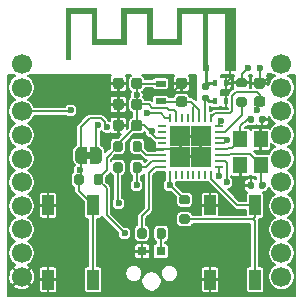
<source format=gbr>
%TF.GenerationSoftware,KiCad,Pcbnew,(5.1.7)-1*%
%TF.CreationDate,2020-10-27T00:37:30-04:00*%
%TF.ProjectId,esp8285bee,65737038-3238-4356-9265-652e6b696361,rev?*%
%TF.SameCoordinates,Original*%
%TF.FileFunction,Copper,L1,Top*%
%TF.FilePolarity,Positive*%
%FSLAX46Y46*%
G04 Gerber Fmt 4.6, Leading zero omitted, Abs format (unit mm)*
G04 Created by KiCad (PCBNEW (5.1.7)-1) date 2020-10-27 00:37:30*
%MOMM*%
%LPD*%
G01*
G04 APERTURE LIST*
%TA.AperFunction,EtchedComponent*%
%ADD10C,0.100000*%
%TD*%
%TA.AperFunction,SMDPad,CuDef*%
%ADD11R,0.800000X0.800000*%
%TD*%
%TA.AperFunction,SMDPad,CuDef*%
%ADD12C,0.100000*%
%TD*%
%TA.AperFunction,SMDPad,CuDef*%
%ADD13R,0.900000X0.500000*%
%TD*%
%TA.AperFunction,SMDPad,CuDef*%
%ADD14R,0.400000X0.600000*%
%TD*%
%TA.AperFunction,ComponentPad*%
%ADD15C,1.700000*%
%TD*%
%TA.AperFunction,SMDPad,CuDef*%
%ADD16R,1.000000X1.700000*%
%TD*%
%TA.AperFunction,SMDPad,CuDef*%
%ADD17R,0.250000X0.700000*%
%TD*%
%TA.AperFunction,SMDPad,CuDef*%
%ADD18R,0.700000X0.250000*%
%TD*%
%TA.AperFunction,SMDPad,CuDef*%
%ADD19R,1.725000X1.725000*%
%TD*%
%TA.AperFunction,SMDPad,CuDef*%
%ADD20R,1.200000X1.400000*%
%TD*%
%TA.AperFunction,ComponentPad*%
%ADD21R,0.900000X0.500000*%
%TD*%
%TA.AperFunction,ConnectorPad*%
%ADD22R,0.500000X0.500000*%
%TD*%
%TA.AperFunction,ViaPad*%
%ADD23C,0.600000*%
%TD*%
%TA.AperFunction,Conductor*%
%ADD24C,0.203200*%
%TD*%
%TA.AperFunction,Conductor*%
%ADD25C,0.250000*%
%TD*%
%TA.AperFunction,Conductor*%
%ADD26C,0.152400*%
%TD*%
%TA.AperFunction,Conductor*%
%ADD27C,0.100000*%
%TD*%
G04 APERTURE END LIST*
D10*
%TO.C,JP3*%
G36*
X96516000Y-74630000D02*
G01*
X96016000Y-74630000D01*
X96016000Y-75230000D01*
X96516000Y-75230000D01*
X96516000Y-74630000D01*
G37*
%TO.C,AE1*%
G36*
X103722000Y-65054000D02*
G01*
X101722000Y-65054000D01*
X101722000Y-62414000D01*
X99022000Y-62414000D01*
X99022000Y-65054000D01*
X97022000Y-65054000D01*
X97022000Y-62414000D01*
X94322000Y-62414000D01*
X94322000Y-66854000D01*
X94822000Y-66854000D01*
X94822000Y-62914000D01*
X96522000Y-62914000D01*
X96522000Y-65554000D01*
X99522000Y-65554000D01*
X99522000Y-62914000D01*
X101222000Y-62914000D01*
X101222000Y-65554000D01*
X104222000Y-65554000D01*
X104222000Y-62914000D01*
X105922000Y-62914000D01*
X105922000Y-67814000D01*
X106422000Y-67814000D01*
X106422000Y-62914000D01*
X107822000Y-62914000D01*
X107822000Y-67814000D01*
X108722000Y-67814000D01*
X108722000Y-67570785D01*
X108419583Y-67570785D01*
X108409742Y-67618395D01*
X108385674Y-67660797D01*
X108347731Y-67693581D01*
X108339819Y-67697935D01*
X108297156Y-67710043D01*
X108248637Y-67709300D01*
X108203122Y-67696400D01*
X108184511Y-67685787D01*
X108150868Y-67650553D01*
X108130309Y-67605368D01*
X108123778Y-67555842D01*
X108132218Y-67507583D01*
X108149112Y-67475357D01*
X108184372Y-67442687D01*
X108229682Y-67422592D01*
X108279267Y-67416018D01*
X108327353Y-67423908D01*
X108360245Y-67440814D01*
X108395185Y-67477584D01*
X108414847Y-67522378D01*
X108419583Y-67570785D01*
X108722000Y-67570785D01*
X108722000Y-62414000D01*
X103722000Y-62414000D01*
X103722000Y-65054000D01*
G37*
%TD*%
%TO.P,C1,1*%
%TO.N,+3V3*%
%TA.AperFunction,SMDPad,CuDef*%
G36*
G01*
X110994000Y-70821000D02*
X110494000Y-70821000D01*
G75*
G02*
X110269000Y-70596000I0J225000D01*
G01*
X110269000Y-70146000D01*
G75*
G02*
X110494000Y-69921000I225000J0D01*
G01*
X110994000Y-69921000D01*
G75*
G02*
X111219000Y-70146000I0J-225000D01*
G01*
X111219000Y-70596000D01*
G75*
G02*
X110994000Y-70821000I-225000J0D01*
G01*
G37*
%TD.AperFunction*%
%TO.P,C1,2*%
%TO.N,GND*%
%TA.AperFunction,SMDPad,CuDef*%
G36*
G01*
X110994000Y-69271000D02*
X110494000Y-69271000D01*
G75*
G02*
X110269000Y-69046000I0J225000D01*
G01*
X110269000Y-68596000D01*
G75*
G02*
X110494000Y-68371000I225000J0D01*
G01*
X110994000Y-68371000D01*
G75*
G02*
X111219000Y-68596000I0J-225000D01*
G01*
X111219000Y-69046000D01*
G75*
G02*
X110994000Y-69271000I-225000J0D01*
G01*
G37*
%TD.AperFunction*%
%TD*%
%TO.P,C2,2*%
%TO.N,GND*%
%TA.AperFunction,SMDPad,CuDef*%
G36*
G01*
X99243000Y-72140000D02*
X99243000Y-72640000D01*
G75*
G02*
X99018000Y-72865000I-225000J0D01*
G01*
X98568000Y-72865000D01*
G75*
G02*
X98343000Y-72640000I0J225000D01*
G01*
X98343000Y-72140000D01*
G75*
G02*
X98568000Y-71915000I225000J0D01*
G01*
X99018000Y-71915000D01*
G75*
G02*
X99243000Y-72140000I0J-225000D01*
G01*
G37*
%TD.AperFunction*%
%TO.P,C2,1*%
%TO.N,+3V3*%
%TA.AperFunction,SMDPad,CuDef*%
G36*
G01*
X100793000Y-72140000D02*
X100793000Y-72640000D01*
G75*
G02*
X100568000Y-72865000I-225000J0D01*
G01*
X100118000Y-72865000D01*
G75*
G02*
X99893000Y-72640000I0J225000D01*
G01*
X99893000Y-72140000D01*
G75*
G02*
X100118000Y-71915000I225000J0D01*
G01*
X100568000Y-71915000D01*
G75*
G02*
X100793000Y-72140000I0J-225000D01*
G01*
G37*
%TD.AperFunction*%
%TD*%
%TO.P,C3,2*%
%TO.N,GND*%
%TA.AperFunction,SMDPad,CuDef*%
G36*
G01*
X99243000Y-68584000D02*
X99243000Y-69084000D01*
G75*
G02*
X99018000Y-69309000I-225000J0D01*
G01*
X98568000Y-69309000D01*
G75*
G02*
X98343000Y-69084000I0J225000D01*
G01*
X98343000Y-68584000D01*
G75*
G02*
X98568000Y-68359000I225000J0D01*
G01*
X99018000Y-68359000D01*
G75*
G02*
X99243000Y-68584000I0J-225000D01*
G01*
G37*
%TD.AperFunction*%
%TO.P,C3,1*%
%TO.N,+3V3*%
%TA.AperFunction,SMDPad,CuDef*%
G36*
G01*
X100793000Y-68584000D02*
X100793000Y-69084000D01*
G75*
G02*
X100568000Y-69309000I-225000J0D01*
G01*
X100118000Y-69309000D01*
G75*
G02*
X99893000Y-69084000I0J225000D01*
G01*
X99893000Y-68584000D01*
G75*
G02*
X100118000Y-68359000I225000J0D01*
G01*
X100568000Y-68359000D01*
G75*
G02*
X100793000Y-68584000I0J-225000D01*
G01*
G37*
%TD.AperFunction*%
%TD*%
%TO.P,C4,1*%
%TO.N,+3V3*%
%TA.AperFunction,SMDPad,CuDef*%
G36*
G01*
X100793000Y-70362000D02*
X100793000Y-70862000D01*
G75*
G02*
X100568000Y-71087000I-225000J0D01*
G01*
X100118000Y-71087000D01*
G75*
G02*
X99893000Y-70862000I0J225000D01*
G01*
X99893000Y-70362000D01*
G75*
G02*
X100118000Y-70137000I225000J0D01*
G01*
X100568000Y-70137000D01*
G75*
G02*
X100793000Y-70362000I0J-225000D01*
G01*
G37*
%TD.AperFunction*%
%TO.P,C4,2*%
%TO.N,GND*%
%TA.AperFunction,SMDPad,CuDef*%
G36*
G01*
X99243000Y-70362000D02*
X99243000Y-70862000D01*
G75*
G02*
X99018000Y-71087000I-225000J0D01*
G01*
X98568000Y-71087000D01*
G75*
G02*
X98343000Y-70862000I0J225000D01*
G01*
X98343000Y-70362000D01*
G75*
G02*
X98568000Y-70137000I225000J0D01*
G01*
X99018000Y-70137000D01*
G75*
G02*
X99243000Y-70362000I0J-225000D01*
G01*
G37*
%TD.AperFunction*%
%TD*%
%TO.P,C5,1*%
%TO.N,Net-(C5-Pad1)*%
%TA.AperFunction,SMDPad,CuDef*%
G36*
G01*
X104390000Y-70821000D02*
X103890000Y-70821000D01*
G75*
G02*
X103665000Y-70596000I0J225000D01*
G01*
X103665000Y-70146000D01*
G75*
G02*
X103890000Y-69921000I225000J0D01*
G01*
X104390000Y-69921000D01*
G75*
G02*
X104615000Y-70146000I0J-225000D01*
G01*
X104615000Y-70596000D01*
G75*
G02*
X104390000Y-70821000I-225000J0D01*
G01*
G37*
%TD.AperFunction*%
%TO.P,C5,2*%
%TO.N,GND*%
%TA.AperFunction,SMDPad,CuDef*%
G36*
G01*
X104390000Y-69271000D02*
X103890000Y-69271000D01*
G75*
G02*
X103665000Y-69046000I0J225000D01*
G01*
X103665000Y-68596000D01*
G75*
G02*
X103890000Y-68371000I225000J0D01*
G01*
X104390000Y-68371000D01*
G75*
G02*
X104615000Y-68596000I0J-225000D01*
G01*
X104615000Y-69046000D01*
G75*
G02*
X104390000Y-69271000I-225000J0D01*
G01*
G37*
%TD.AperFunction*%
%TD*%
%TO.P,C8,1*%
%TO.N,Net-(C8-Pad1)*%
%TA.AperFunction,SMDPad,CuDef*%
G36*
G01*
X106342000Y-70356000D02*
X106002000Y-70356000D01*
G75*
G02*
X105862000Y-70216000I0J140000D01*
G01*
X105862000Y-69936000D01*
G75*
G02*
X106002000Y-69796000I140000J0D01*
G01*
X106342000Y-69796000D01*
G75*
G02*
X106482000Y-69936000I0J-140000D01*
G01*
X106482000Y-70216000D01*
G75*
G02*
X106342000Y-70356000I-140000J0D01*
G01*
G37*
%TD.AperFunction*%
%TO.P,C8,2*%
%TO.N,Net-(AE1-Pad1)*%
%TA.AperFunction,SMDPad,CuDef*%
G36*
G01*
X106342000Y-69396000D02*
X106002000Y-69396000D01*
G75*
G02*
X105862000Y-69256000I0J140000D01*
G01*
X105862000Y-68976000D01*
G75*
G02*
X106002000Y-68836000I140000J0D01*
G01*
X106342000Y-68836000D01*
G75*
G02*
X106482000Y-68976000I0J-140000D01*
G01*
X106482000Y-69256000D01*
G75*
G02*
X106342000Y-69396000I-140000J0D01*
G01*
G37*
%TD.AperFunction*%
%TD*%
D11*
%TO.P,D1,2*%
%TO.N,Net-(D1-Pad2)*%
X102400000Y-83058000D03*
%TO.P,D1,1*%
%TO.N,GND*%
X100800000Y-83058000D03*
%TD*%
%TA.AperFunction,SMDPad,CuDef*%
D12*
%TO.P,JP3,2*%
%TO.N,Net-(JP3-Pad2)*%
G36*
X96916000Y-74180602D02*
G01*
X96940534Y-74180602D01*
X96989365Y-74185412D01*
X97037490Y-74194984D01*
X97084445Y-74209228D01*
X97129778Y-74228005D01*
X97173051Y-74251136D01*
X97213850Y-74278396D01*
X97251779Y-74309524D01*
X97286476Y-74344221D01*
X97317604Y-74382150D01*
X97344864Y-74422949D01*
X97367995Y-74466222D01*
X97386772Y-74511555D01*
X97401016Y-74558510D01*
X97410588Y-74606635D01*
X97415398Y-74655466D01*
X97415398Y-74680000D01*
X97416000Y-74680000D01*
X97416000Y-75180000D01*
X97415398Y-75180000D01*
X97415398Y-75204534D01*
X97410588Y-75253365D01*
X97401016Y-75301490D01*
X97386772Y-75348445D01*
X97367995Y-75393778D01*
X97344864Y-75437051D01*
X97317604Y-75477850D01*
X97286476Y-75515779D01*
X97251779Y-75550476D01*
X97213850Y-75581604D01*
X97173051Y-75608864D01*
X97129778Y-75631995D01*
X97084445Y-75650772D01*
X97037490Y-75665016D01*
X96989365Y-75674588D01*
X96940534Y-75679398D01*
X96916000Y-75679398D01*
X96916000Y-75680000D01*
X96416000Y-75680000D01*
X96416000Y-74180000D01*
X96916000Y-74180000D01*
X96916000Y-74180602D01*
G37*
%TD.AperFunction*%
%TA.AperFunction,SMDPad,CuDef*%
%TO.P,JP3,1*%
%TO.N,/RESET*%
G36*
X96116000Y-75680000D02*
G01*
X95616000Y-75680000D01*
X95616000Y-75679398D01*
X95591466Y-75679398D01*
X95542635Y-75674588D01*
X95494510Y-75665016D01*
X95447555Y-75650772D01*
X95402222Y-75631995D01*
X95358949Y-75608864D01*
X95318150Y-75581604D01*
X95280221Y-75550476D01*
X95245524Y-75515779D01*
X95214396Y-75477850D01*
X95187136Y-75437051D01*
X95164005Y-75393778D01*
X95145228Y-75348445D01*
X95130984Y-75301490D01*
X95121412Y-75253365D01*
X95116602Y-75204534D01*
X95116602Y-75180000D01*
X95116000Y-75180000D01*
X95116000Y-74680000D01*
X95116602Y-74680000D01*
X95116602Y-74655466D01*
X95121412Y-74606635D01*
X95130984Y-74558510D01*
X95145228Y-74511555D01*
X95164005Y-74466222D01*
X95187136Y-74422949D01*
X95214396Y-74382150D01*
X95245524Y-74344221D01*
X95280221Y-74309524D01*
X95318150Y-74278396D01*
X95358949Y-74251136D01*
X95402222Y-74228005D01*
X95447555Y-74209228D01*
X95494510Y-74194984D01*
X95542635Y-74185412D01*
X95591466Y-74180602D01*
X95616000Y-74180602D01*
X95616000Y-74180000D01*
X96116000Y-74180000D01*
X96116000Y-75680000D01*
G37*
%TD.AperFunction*%
%TD*%
D13*
%TO.P,L1,1*%
%TO.N,Net-(C5-Pad1)*%
X102362000Y-70346000D03*
%TO.P,L1,2*%
%TO.N,+3V3*%
X102362000Y-68846000D03*
%TD*%
D14*
%TO.P,L2,2*%
%TO.N,GND*%
X107892000Y-70358000D03*
%TO.P,L2,1*%
%TO.N,Net-(C8-Pad1)*%
X106992000Y-70358000D03*
%TD*%
%TO.P,L3,1*%
%TO.N,Net-(AE1-Pad1)*%
X106992000Y-68834000D03*
%TO.P,L3,2*%
%TO.N,GND*%
X107892000Y-68834000D03*
%TD*%
D15*
%TO.P,MOD1,1*%
%TO.N,+3V3*%
X90600000Y-67200000D03*
%TO.P,MOD1,2*%
%TO.N,/TX*%
X90600000Y-69200000D03*
%TO.P,MOD1,3*%
%TO.N,/RX*%
X90600000Y-71200000D03*
%TO.P,MOD1,4*%
%TO.N,N/C*%
X90600000Y-73200000D03*
%TO.P,MOD1,5*%
%TO.N,Net-(JP1-Pad2)*%
X90600000Y-75200000D03*
%TO.P,MOD1,6*%
%TO.N,Net-(JP2-Pad1)*%
X90600000Y-77200000D03*
%TO.P,MOD1,7*%
%TO.N,N/C*%
X90600000Y-79200000D03*
%TO.P,MOD1,8*%
X90600000Y-81200000D03*
%TO.P,MOD1,9*%
X90600000Y-83200000D03*
%TO.P,MOD1,10*%
%TO.N,GND*%
X90600000Y-85200000D03*
%TO.P,MOD1,11*%
%TO.N,N/C*%
X112600000Y-85200000D03*
%TO.P,MOD1,12*%
X112600000Y-83200000D03*
%TO.P,MOD1,13*%
X112600000Y-81200000D03*
%TO.P,MOD1,14*%
X112600000Y-79200000D03*
%TO.P,MOD1,15*%
X112600000Y-77200000D03*
%TO.P,MOD1,16*%
X112600000Y-75200000D03*
%TO.P,MOD1,17*%
X112600000Y-73200000D03*
%TO.P,MOD1,18*%
X112600000Y-71200000D03*
%TO.P,MOD1,19*%
X112600000Y-69200000D03*
%TO.P,MOD1,20*%
X112600000Y-67200000D03*
%TD*%
%TO.P,R1,2*%
%TO.N,/RESET*%
%TA.AperFunction,SMDPad,CuDef*%
G36*
G01*
X95841000Y-76687000D02*
X95841000Y-77237000D01*
G75*
G02*
X95641000Y-77437000I-200000J0D01*
G01*
X95241000Y-77437000D01*
G75*
G02*
X95041000Y-77237000I0J200000D01*
G01*
X95041000Y-76687000D01*
G75*
G02*
X95241000Y-76487000I200000J0D01*
G01*
X95641000Y-76487000D01*
G75*
G02*
X95841000Y-76687000I0J-200000D01*
G01*
G37*
%TD.AperFunction*%
%TO.P,R1,1*%
%TO.N,+3V3*%
%TA.AperFunction,SMDPad,CuDef*%
G36*
G01*
X97491000Y-76687000D02*
X97491000Y-77237000D01*
G75*
G02*
X97291000Y-77437000I-200000J0D01*
G01*
X96891000Y-77437000D01*
G75*
G02*
X96691000Y-77237000I0J200000D01*
G01*
X96691000Y-76687000D01*
G75*
G02*
X96891000Y-76487000I200000J0D01*
G01*
X97291000Y-76487000D01*
G75*
G02*
X97491000Y-76687000I0J-200000D01*
G01*
G37*
%TD.AperFunction*%
%TD*%
%TO.P,R2,1*%
%TO.N,Net-(R2-Pad1)*%
%TA.AperFunction,SMDPad,CuDef*%
G36*
G01*
X109495000Y-70821000D02*
X108945000Y-70821000D01*
G75*
G02*
X108745000Y-70621000I0J200000D01*
G01*
X108745000Y-70221000D01*
G75*
G02*
X108945000Y-70021000I200000J0D01*
G01*
X109495000Y-70021000D01*
G75*
G02*
X109695000Y-70221000I0J-200000D01*
G01*
X109695000Y-70621000D01*
G75*
G02*
X109495000Y-70821000I-200000J0D01*
G01*
G37*
%TD.AperFunction*%
%TO.P,R2,2*%
%TO.N,GND*%
%TA.AperFunction,SMDPad,CuDef*%
G36*
G01*
X109495000Y-69171000D02*
X108945000Y-69171000D01*
G75*
G02*
X108745000Y-68971000I0J200000D01*
G01*
X108745000Y-68571000D01*
G75*
G02*
X108945000Y-68371000I200000J0D01*
G01*
X109495000Y-68371000D01*
G75*
G02*
X109695000Y-68571000I0J-200000D01*
G01*
X109695000Y-68971000D01*
G75*
G02*
X109495000Y-69171000I-200000J0D01*
G01*
G37*
%TD.AperFunction*%
%TD*%
%TO.P,R3,1*%
%TO.N,+3V3*%
%TA.AperFunction,SMDPad,CuDef*%
G36*
G01*
X104119000Y-78277000D02*
X104669000Y-78277000D01*
G75*
G02*
X104869000Y-78477000I0J-200000D01*
G01*
X104869000Y-78877000D01*
G75*
G02*
X104669000Y-79077000I-200000J0D01*
G01*
X104119000Y-79077000D01*
G75*
G02*
X103919000Y-78877000I0J200000D01*
G01*
X103919000Y-78477000D01*
G75*
G02*
X104119000Y-78277000I200000J0D01*
G01*
G37*
%TD.AperFunction*%
%TO.P,R3,2*%
%TO.N,Net-(R3-Pad2)*%
%TA.AperFunction,SMDPad,CuDef*%
G36*
G01*
X104119000Y-79927000D02*
X104669000Y-79927000D01*
G75*
G02*
X104869000Y-80127000I0J-200000D01*
G01*
X104869000Y-80527000D01*
G75*
G02*
X104669000Y-80727000I-200000J0D01*
G01*
X104119000Y-80727000D01*
G75*
G02*
X103919000Y-80527000I0J200000D01*
G01*
X103919000Y-80127000D01*
G75*
G02*
X104119000Y-79927000I200000J0D01*
G01*
G37*
%TD.AperFunction*%
%TD*%
%TO.P,R4,2*%
%TO.N,Net-(R4-Pad2)*%
%TA.AperFunction,SMDPad,CuDef*%
G36*
G01*
X99993000Y-74443000D02*
X99993000Y-73893000D01*
G75*
G02*
X100193000Y-73693000I200000J0D01*
G01*
X100593000Y-73693000D01*
G75*
G02*
X100793000Y-73893000I0J-200000D01*
G01*
X100793000Y-74443000D01*
G75*
G02*
X100593000Y-74643000I-200000J0D01*
G01*
X100193000Y-74643000D01*
G75*
G02*
X99993000Y-74443000I0J200000D01*
G01*
G37*
%TD.AperFunction*%
%TO.P,R4,1*%
%TO.N,+3V3*%
%TA.AperFunction,SMDPad,CuDef*%
G36*
G01*
X98343000Y-74443000D02*
X98343000Y-73893000D01*
G75*
G02*
X98543000Y-73693000I200000J0D01*
G01*
X98943000Y-73693000D01*
G75*
G02*
X99143000Y-73893000I0J-200000D01*
G01*
X99143000Y-74443000D01*
G75*
G02*
X98943000Y-74643000I-200000J0D01*
G01*
X98543000Y-74643000D01*
G75*
G02*
X98343000Y-74443000I0J200000D01*
G01*
G37*
%TD.AperFunction*%
%TD*%
%TO.P,R6,2*%
%TO.N,Net-(D1-Pad2)*%
%TA.AperFunction,SMDPad,CuDef*%
G36*
G01*
X102025000Y-81809000D02*
X102025000Y-81259000D01*
G75*
G02*
X102225000Y-81059000I200000J0D01*
G01*
X102625000Y-81059000D01*
G75*
G02*
X102825000Y-81259000I0J-200000D01*
G01*
X102825000Y-81809000D01*
G75*
G02*
X102625000Y-82009000I-200000J0D01*
G01*
X102225000Y-82009000D01*
G75*
G02*
X102025000Y-81809000I0J200000D01*
G01*
G37*
%TD.AperFunction*%
%TO.P,R6,1*%
%TO.N,Net-(R6-Pad1)*%
%TA.AperFunction,SMDPad,CuDef*%
G36*
G01*
X100375000Y-81809000D02*
X100375000Y-81259000D01*
G75*
G02*
X100575000Y-81059000I200000J0D01*
G01*
X100975000Y-81059000D01*
G75*
G02*
X101175000Y-81259000I0J-200000D01*
G01*
X101175000Y-81809000D01*
G75*
G02*
X100975000Y-82009000I-200000J0D01*
G01*
X100575000Y-82009000D01*
G75*
G02*
X100375000Y-81809000I0J200000D01*
G01*
G37*
%TD.AperFunction*%
%TD*%
%TO.P,R7,1*%
%TO.N,/BOOT*%
%TA.AperFunction,SMDPad,CuDef*%
G36*
G01*
X100793000Y-75671000D02*
X100793000Y-76221000D01*
G75*
G02*
X100593000Y-76421000I-200000J0D01*
G01*
X100193000Y-76421000D01*
G75*
G02*
X99993000Y-76221000I0J200000D01*
G01*
X99993000Y-75671000D01*
G75*
G02*
X100193000Y-75471000I200000J0D01*
G01*
X100593000Y-75471000D01*
G75*
G02*
X100793000Y-75671000I0J-200000D01*
G01*
G37*
%TD.AperFunction*%
%TO.P,R7,2*%
%TO.N,Net-(R7-Pad2)*%
%TA.AperFunction,SMDPad,CuDef*%
G36*
G01*
X99143000Y-75671000D02*
X99143000Y-76221000D01*
G75*
G02*
X98943000Y-76421000I-200000J0D01*
G01*
X98543000Y-76421000D01*
G75*
G02*
X98343000Y-76221000I0J200000D01*
G01*
X98343000Y-75671000D01*
G75*
G02*
X98543000Y-75471000I200000J0D01*
G01*
X98943000Y-75471000D01*
G75*
G02*
X99143000Y-75671000I0J-200000D01*
G01*
G37*
%TD.AperFunction*%
%TD*%
D16*
%TO.P,SW1,1*%
%TO.N,GND*%
X92842000Y-85446000D03*
X92842000Y-79146000D03*
%TO.P,SW1,2*%
%TO.N,/RESET*%
X96642000Y-85446000D03*
X96642000Y-79146000D03*
%TD*%
%TO.P,SW2,2*%
%TO.N,Net-(R3-Pad2)*%
X110358000Y-79146000D03*
X110358000Y-85446000D03*
%TO.P,SW2,1*%
%TO.N,GND*%
X106558000Y-79146000D03*
X106558000Y-85446000D03*
%TD*%
D17*
%TO.P,U1,1*%
%TO.N,+3V3*%
X106652000Y-71768000D03*
%TO.P,U1,2*%
%TO.N,Net-(C8-Pad1)*%
X106152000Y-71768000D03*
%TO.P,U1,3*%
%TO.N,Net-(C5-Pad1)*%
X105652000Y-71768000D03*
%TO.P,U1,4*%
X105152000Y-71768000D03*
%TO.P,U1,5*%
%TO.N,N/C*%
X104652000Y-71768000D03*
%TO.P,U1,6*%
X104152000Y-71768000D03*
%TO.P,U1,7*%
%TO.N,+3V3*%
X103652000Y-71768000D03*
%TO.P,U1,8*%
%TO.N,Net-(JP3-Pad2)*%
X103152000Y-71768000D03*
D18*
%TO.P,U1,9*%
%TO.N,N/C*%
X102502000Y-72418000D03*
%TO.P,U1,10*%
X102502000Y-72918000D03*
%TO.P,U1,11*%
%TO.N,+3V3*%
X102502000Y-73418000D03*
%TO.P,U1,12*%
%TO.N,N/C*%
X102502000Y-73918000D03*
%TO.P,U1,13*%
%TO.N,GND*%
X102502000Y-74418000D03*
%TO.P,U1,14*%
%TO.N,Net-(R4-Pad2)*%
X102502000Y-74918000D03*
%TO.P,U1,15*%
%TO.N,/BOOT*%
X102502000Y-75418000D03*
%TO.P,U1,16*%
%TO.N,Net-(R6-Pad1)*%
X102502000Y-75918000D03*
D17*
%TO.P,U1,17*%
%TO.N,+3V3*%
X103152000Y-76568000D03*
%TO.P,U1,18*%
%TO.N,N/C*%
X103652000Y-76568000D03*
%TO.P,U1,19*%
X104152000Y-76568000D03*
%TO.P,U1,20*%
X104652000Y-76568000D03*
%TO.P,U1,21*%
X105152000Y-76568000D03*
%TO.P,U1,22*%
X105652000Y-76568000D03*
%TO.P,U1,23*%
X106152000Y-76568000D03*
%TO.P,U1,24*%
%TO.N,Net-(R3-Pad2)*%
X106652000Y-76568000D03*
D18*
%TO.P,U1,25*%
%TO.N,/RX*%
X107302000Y-75918000D03*
%TO.P,U1,26*%
%TO.N,/TX*%
X107302000Y-75418000D03*
%TO.P,U1,27*%
%TO.N,Net-(C7-Pad1)*%
X107302000Y-74918000D03*
%TO.P,U1,28*%
%TO.N,Net-(C6-Pad1)*%
X107302000Y-74418000D03*
%TO.P,U1,29*%
%TO.N,+3V3*%
X107302000Y-73918000D03*
%TO.P,U1,30*%
X107302000Y-73418000D03*
%TO.P,U1,31*%
%TO.N,Net-(R2-Pad1)*%
X107302000Y-72918000D03*
%TO.P,U1,32*%
%TO.N,/RESET*%
X107302000Y-72418000D03*
D19*
%TO.P,U1,33*%
%TO.N,GND*%
X104039500Y-75030500D03*
X105764500Y-75030500D03*
X104039500Y-73305500D03*
X105764500Y-73305500D03*
%TD*%
D20*
%TO.P,Y1,1*%
%TO.N,Net-(C6-Pad1)*%
X109132000Y-73576000D03*
%TO.P,Y1,2*%
%TO.N,GND*%
X109132000Y-75776000D03*
%TO.P,Y1,3*%
%TO.N,Net-(C7-Pad1)*%
X110832000Y-75776000D03*
%TO.P,Y1,4*%
%TO.N,GND*%
X110832000Y-73576000D03*
%TD*%
D21*
%TO.P,AE1,2*%
%TO.N,GND*%
X108272000Y-67564000D03*
D22*
%TO.P,AE1,1*%
%TO.N,Net-(AE1-Pad1)*%
X106172000Y-67564000D03*
%TD*%
%TO.P,C6,1*%
%TO.N,Net-(C6-Pad1)*%
%TA.AperFunction,SMDPad,CuDef*%
G36*
G01*
X109730000Y-72052000D02*
X109730000Y-71712000D01*
G75*
G02*
X109870000Y-71572000I140000J0D01*
G01*
X110150000Y-71572000D01*
G75*
G02*
X110290000Y-71712000I0J-140000D01*
G01*
X110290000Y-72052000D01*
G75*
G02*
X110150000Y-72192000I-140000J0D01*
G01*
X109870000Y-72192000D01*
G75*
G02*
X109730000Y-72052000I0J140000D01*
G01*
G37*
%TD.AperFunction*%
%TO.P,C6,2*%
%TO.N,GND*%
%TA.AperFunction,SMDPad,CuDef*%
G36*
G01*
X110690000Y-72052000D02*
X110690000Y-71712000D01*
G75*
G02*
X110830000Y-71572000I140000J0D01*
G01*
X111110000Y-71572000D01*
G75*
G02*
X111250000Y-71712000I0J-140000D01*
G01*
X111250000Y-72052000D01*
G75*
G02*
X111110000Y-72192000I-140000J0D01*
G01*
X110830000Y-72192000D01*
G75*
G02*
X110690000Y-72052000I0J140000D01*
G01*
G37*
%TD.AperFunction*%
%TD*%
%TO.P,C7,2*%
%TO.N,GND*%
%TA.AperFunction,SMDPad,CuDef*%
G36*
G01*
X110290000Y-77300000D02*
X110290000Y-77640000D01*
G75*
G02*
X110150000Y-77780000I-140000J0D01*
G01*
X109870000Y-77780000D01*
G75*
G02*
X109730000Y-77640000I0J140000D01*
G01*
X109730000Y-77300000D01*
G75*
G02*
X109870000Y-77160000I140000J0D01*
G01*
X110150000Y-77160000D01*
G75*
G02*
X110290000Y-77300000I0J-140000D01*
G01*
G37*
%TD.AperFunction*%
%TO.P,C7,1*%
%TO.N,Net-(C7-Pad1)*%
%TA.AperFunction,SMDPad,CuDef*%
G36*
G01*
X111250000Y-77300000D02*
X111250000Y-77640000D01*
G75*
G02*
X111110000Y-77780000I-140000J0D01*
G01*
X110830000Y-77780000D01*
G75*
G02*
X110690000Y-77640000I0J140000D01*
G01*
X110690000Y-77300000D01*
G75*
G02*
X110830000Y-77160000I140000J0D01*
G01*
X111110000Y-77160000D01*
G75*
G02*
X111250000Y-77300000I0J-140000D01*
G01*
G37*
%TD.AperFunction*%
%TD*%
D23*
%TO.N,GND*%
X111664525Y-68226660D03*
X105156000Y-68834000D03*
X97790000Y-70612000D03*
X104039500Y-75030500D03*
X105764500Y-75030500D03*
X104039500Y-73305500D03*
X105764500Y-73305500D03*
X111693080Y-72200000D03*
X106172000Y-77724000D03*
X109220000Y-77216000D03*
X91948000Y-70104000D03*
X92710000Y-70358000D03*
X97028000Y-70612000D03*
X103378000Y-69596000D03*
X107915017Y-69576955D03*
X97790000Y-68834000D03*
X110744000Y-67564000D03*
X109728000Y-67564000D03*
%TO.N,+3V3*%
X108031998Y-73660000D03*
X110490000Y-71120000D03*
X101600000Y-72898000D03*
X103124000Y-77470000D03*
X99314000Y-81534000D03*
X100343000Y-69837000D03*
%TO.N,/RESET*%
X95504000Y-76200000D03*
X107442000Y-71975600D03*
X97815116Y-72533010D03*
%TO.N,/BOOT*%
X100330000Y-77470000D03*
%TO.N,Net-(JP3-Pad2)*%
X97028000Y-72390000D03*
X101240963Y-71318637D03*
%TO.N,/TX*%
X107950000Y-77216000D03*
%TO.N,/RX*%
X107277002Y-76708000D03*
X94742000Y-71120000D03*
%TO.N,Net-(R7-Pad2)*%
X98806000Y-78994000D03*
%TD*%
D24*
%TO.N,GND*%
X108272000Y-68454000D02*
X107892000Y-68834000D01*
X108272000Y-67564000D02*
X108272000Y-68454000D01*
X111070185Y-68821000D02*
X111664525Y-68226660D01*
X110744000Y-68821000D02*
X111070185Y-68821000D01*
X105143000Y-68821000D02*
X105156000Y-68834000D01*
X104140000Y-68821000D02*
X105143000Y-68821000D01*
X98793000Y-70612000D02*
X97790000Y-70612000D01*
X103427000Y-74418000D02*
X104039500Y-75030500D01*
X102502000Y-74418000D02*
X103427000Y-74418000D01*
X104039500Y-75030500D02*
X105764500Y-75030500D01*
X104039500Y-75030500D02*
X104039500Y-73305500D01*
X104039500Y-73305500D02*
X105764500Y-73305500D01*
X111375080Y-71882000D02*
X111693080Y-72200000D01*
X110970000Y-71882000D02*
X111375080Y-71882000D01*
X106558000Y-78110000D02*
X106172000Y-77724000D01*
X106558000Y-79146000D02*
X106558000Y-78110000D01*
X109132000Y-77128000D02*
X109220000Y-77216000D01*
X109132000Y-75776000D02*
X109132000Y-77128000D01*
X104140000Y-68834000D02*
X103378000Y-69596000D01*
X104140000Y-68821000D02*
X104140000Y-68834000D01*
X107892000Y-69553938D02*
X107915017Y-69576955D01*
X107892000Y-68834000D02*
X107892000Y-69553938D01*
X98793000Y-68834000D02*
X97790000Y-68834000D01*
X110744000Y-68821000D02*
X110744000Y-67564000D01*
X109220000Y-68072000D02*
X109728000Y-67564000D01*
X109220000Y-68771000D02*
X109220000Y-68072000D01*
D25*
%TO.N,Net-(AE1-Pad1)*%
X106172000Y-67564000D02*
X106172000Y-69116000D01*
X106454000Y-68834000D02*
X106172000Y-69116000D01*
X106992000Y-68834000D02*
X106454000Y-68834000D01*
D24*
%TO.N,+3V3*%
X100956118Y-72390000D02*
X100343000Y-72390000D01*
X101984118Y-73418000D02*
X100956118Y-72390000D01*
X102502000Y-73418000D02*
X101984118Y-73418000D01*
X107773998Y-73918000D02*
X108031998Y-73660000D01*
X107302000Y-73918000D02*
X107773998Y-73918000D01*
X110490000Y-70625000D02*
X110744000Y-70371000D01*
X110490000Y-71120000D02*
X110490000Y-70625000D01*
X107789998Y-73418000D02*
X108031998Y-73660000D01*
X107302000Y-73418000D02*
X107789998Y-73418000D01*
X100355000Y-68846000D02*
X100343000Y-68834000D01*
X102362000Y-68846000D02*
X100355000Y-68846000D01*
X103152000Y-77435000D02*
X104394000Y-78677000D01*
X103152000Y-76568000D02*
X103152000Y-77435000D01*
X98743000Y-73990000D02*
X100343000Y-72390000D01*
X98743000Y-74168000D02*
X98743000Y-73990000D01*
X100343000Y-71361000D02*
X100343000Y-70612000D01*
X100343000Y-72390000D02*
X100343000Y-71361000D01*
X97091000Y-76899000D02*
X97790000Y-76200000D01*
X97091000Y-76962000D02*
X97091000Y-76899000D01*
X97790000Y-75121000D02*
X98743000Y-74168000D01*
X97790000Y-76200000D02*
X97790000Y-75121000D01*
X97091000Y-76962000D02*
X97091000Y-77025000D01*
X97091000Y-77025000D02*
X97790000Y-77724000D01*
X97790000Y-80010000D02*
X99314000Y-81534000D01*
X97790000Y-77724000D02*
X97790000Y-80010000D01*
X100343000Y-69837000D02*
X100343000Y-70612000D01*
X100343000Y-68834000D02*
X100343000Y-69837000D01*
X110744000Y-69850000D02*
X110744000Y-70371000D01*
X108712000Y-69596000D02*
X110490000Y-69596000D01*
X108443390Y-69864610D02*
X108712000Y-69596000D01*
X108443390Y-71134610D02*
X108443390Y-69864610D01*
X108204000Y-71374000D02*
X108443390Y-71134610D01*
X106934000Y-71374000D02*
X108204000Y-71374000D01*
X110490000Y-69596000D02*
X110744000Y-69850000D01*
X106652000Y-71656000D02*
X106934000Y-71374000D01*
X106652000Y-71768000D02*
X106652000Y-71656000D01*
X100343000Y-71133000D02*
X100343000Y-71361000D01*
X103652000Y-71250118D02*
X103518281Y-71116399D01*
X103652000Y-71768000D02*
X103652000Y-71250118D01*
X103120399Y-71116399D02*
X102901601Y-70897601D01*
X103518281Y-71116399D02*
X103120399Y-71116399D01*
X101385118Y-70612000D02*
X100343000Y-70612000D01*
X101670719Y-70897601D02*
X101385118Y-70612000D01*
X102901601Y-70897601D02*
X101670719Y-70897601D01*
%TO.N,Net-(C5-Pad1)*%
X105652000Y-71768000D02*
X105652000Y-71108000D01*
X104915000Y-70371000D02*
X104140000Y-70371000D01*
X105152000Y-70870000D02*
X105283000Y-70739000D01*
X105152000Y-71768000D02*
X105152000Y-70870000D01*
X105283000Y-70739000D02*
X104915000Y-70371000D01*
X105652000Y-71108000D02*
X105283000Y-70739000D01*
X102387000Y-70371000D02*
X102362000Y-70346000D01*
X104140000Y-70371000D02*
X102387000Y-70371000D01*
%TO.N,Net-(C6-Pad1)*%
X110010000Y-71882000D02*
X109728000Y-71882000D01*
X109132000Y-72478000D02*
X109132000Y-73576000D01*
X109728000Y-71882000D02*
X109132000Y-72478000D01*
X108446399Y-74261601D02*
X109132000Y-73576000D01*
X108110399Y-74261601D02*
X108446399Y-74261601D01*
X107954000Y-74418000D02*
X108110399Y-74261601D01*
X107302000Y-74418000D02*
X107954000Y-74418000D01*
%TO.N,Net-(C7-Pad1)*%
X110832000Y-75633118D02*
X110832000Y-75776000D01*
X109973281Y-74774399D02*
X110832000Y-75633118D01*
X108290719Y-74774399D02*
X109973281Y-74774399D01*
X108147118Y-74918000D02*
X108290719Y-74774399D01*
X107302000Y-74918000D02*
X108147118Y-74918000D01*
X110832000Y-77332000D02*
X110970000Y-77470000D01*
X110832000Y-75776000D02*
X110832000Y-77332000D01*
%TO.N,Net-(C8-Pad1)*%
X106152000Y-70096000D02*
X106172000Y-70076000D01*
X106152000Y-71768000D02*
X106152000Y-70096000D01*
D25*
X106454000Y-70358000D02*
X106172000Y-70076000D01*
X106992000Y-70358000D02*
X106454000Y-70358000D01*
D24*
%TO.N,Net-(D1-Pad2)*%
X102400000Y-81559000D02*
X102425000Y-81534000D01*
X102400000Y-83058000D02*
X102400000Y-81559000D01*
%TO.N,/RESET*%
X95616000Y-76787000D02*
X95441000Y-76962000D01*
X95441000Y-77945000D02*
X96642000Y-79146000D01*
X95441000Y-76962000D02*
X95441000Y-77945000D01*
X96642000Y-79146000D02*
X96642000Y-85446000D01*
X95616000Y-76088000D02*
X95504000Y-76200000D01*
X95616000Y-74930000D02*
X95616000Y-76088000D01*
X95616000Y-76088000D02*
X95616000Y-76787000D01*
X107302000Y-72115600D02*
X107442000Y-71975600D01*
X107302000Y-72418000D02*
X107302000Y-72115600D01*
X97316769Y-71788399D02*
X96359601Y-71788399D01*
X97629601Y-72101231D02*
X97316769Y-71788399D01*
X97629601Y-72347495D02*
X97629601Y-72101231D01*
X97815116Y-72533010D02*
X97629601Y-72347495D01*
X95616000Y-72532000D02*
X95616000Y-74930000D01*
X96359601Y-71788399D02*
X95616000Y-72532000D01*
%TO.N,/BOOT*%
X102502000Y-75418000D02*
X101620000Y-75418000D01*
X101092000Y-75946000D02*
X100393000Y-75946000D01*
X101620000Y-75418000D02*
X101092000Y-75946000D01*
X100330000Y-76009000D02*
X100393000Y-75946000D01*
X100330000Y-77470000D02*
X100330000Y-76009000D01*
%TO.N,Net-(JP3-Pad2)*%
X96916000Y-72502000D02*
X96916000Y-74930000D01*
X97028000Y-72390000D02*
X96916000Y-72502000D01*
X103152000Y-71768000D02*
X102756000Y-71768000D01*
X101655363Y-71318637D02*
X101710726Y-71374000D01*
X101240963Y-71318637D02*
X101655363Y-71318637D01*
X102362000Y-71374000D02*
X102756000Y-71768000D01*
X101710726Y-71374000D02*
X102362000Y-71374000D01*
%TO.N,/TX*%
X107953601Y-77212399D02*
X107950000Y-77216000D01*
X107953601Y-75551719D02*
X107953601Y-77212399D01*
X107819882Y-75418000D02*
X107953601Y-75551719D01*
X107302000Y-75418000D02*
X107819882Y-75418000D01*
%TO.N,/RX*%
X107302000Y-76683002D02*
X107277002Y-76708000D01*
X107302000Y-75918000D02*
X107302000Y-76683002D01*
X94662000Y-71200000D02*
X90600000Y-71200000D01*
X94742000Y-71120000D02*
X94662000Y-71200000D01*
%TO.N,Net-(R2-Pad1)*%
X109220000Y-71517882D02*
X109220000Y-70421000D01*
X107819882Y-72918000D02*
X109220000Y-71517882D01*
X107302000Y-72918000D02*
X107819882Y-72918000D01*
%TO.N,Net-(R3-Pad2)*%
X104394000Y-80327000D02*
X110173000Y-80327000D01*
X110358000Y-80142000D02*
X110358000Y-79146000D01*
X110173000Y-80327000D02*
X110358000Y-80142000D01*
X110358000Y-80512000D02*
X110173000Y-80327000D01*
X110358000Y-85446000D02*
X110358000Y-80512000D01*
X106652000Y-76568000D02*
X106652000Y-76934000D01*
X108864000Y-79146000D02*
X110358000Y-79146000D01*
X106652000Y-76934000D02*
X108864000Y-79146000D01*
%TO.N,Net-(R4-Pad2)*%
X101143000Y-74918000D02*
X100393000Y-74168000D01*
X102502000Y-74918000D02*
X101143000Y-74918000D01*
%TO.N,Net-(R6-Pad1)*%
X102502000Y-75918000D02*
X101882000Y-75918000D01*
X101882000Y-75918000D02*
X101346000Y-76454000D01*
X101346000Y-76454000D02*
X101346000Y-79502000D01*
X100775000Y-80073000D02*
X100775000Y-81534000D01*
X101346000Y-79502000D02*
X100775000Y-80073000D01*
%TO.N,Net-(R7-Pad2)*%
X98743000Y-78931000D02*
X98743000Y-75946000D01*
X98806000Y-78994000D02*
X98743000Y-78931000D01*
%TD*%
D26*
%TO.N,GND*%
X90063738Y-68200000D02*
X89880049Y-68322737D01*
X89722737Y-68480049D01*
X89599138Y-68665028D01*
X89514002Y-68870566D01*
X89470600Y-69088764D01*
X89470600Y-69311236D01*
X89514002Y-69529434D01*
X89599138Y-69734972D01*
X89722737Y-69919951D01*
X89880049Y-70077263D01*
X90063738Y-70200000D01*
X89880049Y-70322737D01*
X89722737Y-70480049D01*
X89599138Y-70665028D01*
X89514002Y-70870566D01*
X89470600Y-71088764D01*
X89470600Y-71311236D01*
X89514002Y-71529434D01*
X89599138Y-71734972D01*
X89722737Y-71919951D01*
X89880049Y-72077263D01*
X90063738Y-72200000D01*
X89880049Y-72322737D01*
X89722737Y-72480049D01*
X89599138Y-72665028D01*
X89514002Y-72870566D01*
X89470600Y-73088764D01*
X89470600Y-73311236D01*
X89514002Y-73529434D01*
X89599138Y-73734972D01*
X89722737Y-73919951D01*
X89880049Y-74077263D01*
X90063738Y-74200000D01*
X89880049Y-74322737D01*
X89722737Y-74480049D01*
X89599138Y-74665028D01*
X89514002Y-74870566D01*
X89470600Y-75088764D01*
X89470600Y-75311236D01*
X89514002Y-75529434D01*
X89599138Y-75734972D01*
X89722737Y-75919951D01*
X89880049Y-76077263D01*
X90063738Y-76200000D01*
X89880049Y-76322737D01*
X89722737Y-76480049D01*
X89599138Y-76665028D01*
X89514002Y-76870566D01*
X89470600Y-77088764D01*
X89470600Y-77311236D01*
X89514002Y-77529434D01*
X89599138Y-77734972D01*
X89722737Y-77919951D01*
X89880049Y-78077263D01*
X90063738Y-78200000D01*
X89880049Y-78322737D01*
X89722737Y-78480049D01*
X89599138Y-78665028D01*
X89514002Y-78870566D01*
X89470600Y-79088764D01*
X89470600Y-79311236D01*
X89514002Y-79529434D01*
X89599138Y-79734972D01*
X89722737Y-79919951D01*
X89880049Y-80077263D01*
X90063738Y-80200000D01*
X89880049Y-80322737D01*
X89722737Y-80480049D01*
X89599138Y-80665028D01*
X89514002Y-80870566D01*
X89470600Y-81088764D01*
X89470600Y-81311236D01*
X89514002Y-81529434D01*
X89599138Y-81734972D01*
X89722737Y-81919951D01*
X89880049Y-82077263D01*
X90063738Y-82200000D01*
X89880049Y-82322737D01*
X89722737Y-82480049D01*
X89599138Y-82665028D01*
X89514002Y-82870566D01*
X89470600Y-83088764D01*
X89470600Y-83311236D01*
X89514002Y-83529434D01*
X89599138Y-83734972D01*
X89722737Y-83919951D01*
X89880049Y-84077263D01*
X90065028Y-84200862D01*
X90069597Y-84202754D01*
X89985526Y-84245882D01*
X89953659Y-84267175D01*
X89865095Y-84429174D01*
X90600000Y-85164079D01*
X91334905Y-84429174D01*
X91246341Y-84267175D01*
X91130496Y-84202716D01*
X91134972Y-84200862D01*
X91319951Y-84077263D01*
X91477263Y-83919951D01*
X91600862Y-83734972D01*
X91685998Y-83529434D01*
X91729400Y-83311236D01*
X91729400Y-83088764D01*
X91685998Y-82870566D01*
X91600862Y-82665028D01*
X91477263Y-82480049D01*
X91319951Y-82322737D01*
X91136262Y-82200000D01*
X91319951Y-82077263D01*
X91477263Y-81919951D01*
X91600862Y-81734972D01*
X91685998Y-81529434D01*
X91729400Y-81311236D01*
X91729400Y-81088764D01*
X91685998Y-80870566D01*
X91600862Y-80665028D01*
X91477263Y-80480049D01*
X91319951Y-80322737D01*
X91136262Y-80200000D01*
X91319951Y-80077263D01*
X91401214Y-79996000D01*
X92061248Y-79996000D01*
X92066643Y-80050772D01*
X92082619Y-80103439D01*
X92108563Y-80151977D01*
X92143478Y-80194522D01*
X92186023Y-80229437D01*
X92234561Y-80255381D01*
X92287228Y-80271357D01*
X92342000Y-80276752D01*
X92746750Y-80275400D01*
X92816600Y-80205550D01*
X92816600Y-79171400D01*
X92867400Y-79171400D01*
X92867400Y-80205550D01*
X92937250Y-80275400D01*
X93342000Y-80276752D01*
X93396772Y-80271357D01*
X93449439Y-80255381D01*
X93497977Y-80229437D01*
X93540522Y-80194522D01*
X93575437Y-80151977D01*
X93601381Y-80103439D01*
X93617357Y-80050772D01*
X93622752Y-79996000D01*
X93621400Y-79241250D01*
X93551550Y-79171400D01*
X92867400Y-79171400D01*
X92816600Y-79171400D01*
X92132450Y-79171400D01*
X92062600Y-79241250D01*
X92061248Y-79996000D01*
X91401214Y-79996000D01*
X91477263Y-79919951D01*
X91600862Y-79734972D01*
X91685998Y-79529434D01*
X91729400Y-79311236D01*
X91729400Y-79088764D01*
X91685998Y-78870566D01*
X91600862Y-78665028D01*
X91477263Y-78480049D01*
X91319951Y-78322737D01*
X91279937Y-78296000D01*
X92061248Y-78296000D01*
X92062600Y-79050750D01*
X92132450Y-79120600D01*
X92816600Y-79120600D01*
X92816600Y-78086450D01*
X92867400Y-78086450D01*
X92867400Y-79120600D01*
X93551550Y-79120600D01*
X93621400Y-79050750D01*
X93622752Y-78296000D01*
X93617357Y-78241228D01*
X93601381Y-78188561D01*
X93575437Y-78140023D01*
X93540522Y-78097478D01*
X93497977Y-78062563D01*
X93449439Y-78036619D01*
X93396772Y-78020643D01*
X93342000Y-78015248D01*
X92937250Y-78016600D01*
X92867400Y-78086450D01*
X92816600Y-78086450D01*
X92746750Y-78016600D01*
X92342000Y-78015248D01*
X92287228Y-78020643D01*
X92234561Y-78036619D01*
X92186023Y-78062563D01*
X92143478Y-78097478D01*
X92108563Y-78140023D01*
X92082619Y-78188561D01*
X92066643Y-78241228D01*
X92061248Y-78296000D01*
X91279937Y-78296000D01*
X91136262Y-78200000D01*
X91319951Y-78077263D01*
X91477263Y-77919951D01*
X91600862Y-77734972D01*
X91685998Y-77529434D01*
X91729400Y-77311236D01*
X91729400Y-77088764D01*
X91685998Y-76870566D01*
X91600862Y-76665028D01*
X91477263Y-76480049D01*
X91319951Y-76322737D01*
X91136262Y-76200000D01*
X91319951Y-76077263D01*
X91477263Y-75919951D01*
X91600862Y-75734972D01*
X91685998Y-75529434D01*
X91729400Y-75311236D01*
X91729400Y-75088764D01*
X91685998Y-74870566D01*
X91600862Y-74665028D01*
X91477263Y-74480049D01*
X91319951Y-74322737D01*
X91136262Y-74200000D01*
X91319951Y-74077263D01*
X91477263Y-73919951D01*
X91600862Y-73734972D01*
X91685998Y-73529434D01*
X91729400Y-73311236D01*
X91729400Y-73088764D01*
X91685998Y-72870566D01*
X91600862Y-72665028D01*
X91477263Y-72480049D01*
X91319951Y-72322737D01*
X91136262Y-72200000D01*
X91319951Y-72077263D01*
X91477263Y-71919951D01*
X91600862Y-71734972D01*
X91664639Y-71581000D01*
X94389043Y-71581000D01*
X94467551Y-71633457D01*
X94572995Y-71677134D01*
X94684934Y-71699400D01*
X94799066Y-71699400D01*
X94911005Y-71677134D01*
X95016449Y-71633457D01*
X95111346Y-71570049D01*
X95192049Y-71489346D01*
X95255457Y-71394449D01*
X95299134Y-71289005D01*
X95321400Y-71177066D01*
X95321400Y-71087000D01*
X98062248Y-71087000D01*
X98067643Y-71141772D01*
X98083619Y-71194439D01*
X98109563Y-71242977D01*
X98144478Y-71285522D01*
X98187023Y-71320437D01*
X98235561Y-71346381D01*
X98288228Y-71362357D01*
X98343000Y-71367752D01*
X98697750Y-71366400D01*
X98767600Y-71296550D01*
X98767600Y-70637400D01*
X98818400Y-70637400D01*
X98818400Y-71296550D01*
X98888250Y-71366400D01*
X99243000Y-71367752D01*
X99297772Y-71362357D01*
X99350439Y-71346381D01*
X99398977Y-71320437D01*
X99441522Y-71285522D01*
X99476437Y-71242977D01*
X99502381Y-71194439D01*
X99518357Y-71141772D01*
X99523752Y-71087000D01*
X99522400Y-70707250D01*
X99452550Y-70637400D01*
X98818400Y-70637400D01*
X98767600Y-70637400D01*
X98133450Y-70637400D01*
X98063600Y-70707250D01*
X98062248Y-71087000D01*
X95321400Y-71087000D01*
X95321400Y-71062934D01*
X95299134Y-70950995D01*
X95255457Y-70845551D01*
X95192049Y-70750654D01*
X95111346Y-70669951D01*
X95016449Y-70606543D01*
X94911005Y-70562866D01*
X94799066Y-70540600D01*
X94684934Y-70540600D01*
X94572995Y-70562866D01*
X94467551Y-70606543D01*
X94372654Y-70669951D01*
X94291951Y-70750654D01*
X94246284Y-70819000D01*
X91664639Y-70819000D01*
X91600862Y-70665028D01*
X91477263Y-70480049D01*
X91319951Y-70322737D01*
X91136262Y-70200000D01*
X91230548Y-70137000D01*
X98062248Y-70137000D01*
X98063600Y-70516750D01*
X98133450Y-70586600D01*
X98767600Y-70586600D01*
X98767600Y-69927450D01*
X98818400Y-69927450D01*
X98818400Y-70586600D01*
X99452550Y-70586600D01*
X99522400Y-70516750D01*
X99523752Y-70137000D01*
X99518357Y-70082228D01*
X99502381Y-70029561D01*
X99476437Y-69981023D01*
X99441522Y-69938478D01*
X99398977Y-69903563D01*
X99350439Y-69877619D01*
X99297772Y-69861643D01*
X99243000Y-69856248D01*
X98888250Y-69857600D01*
X98818400Y-69927450D01*
X98767600Y-69927450D01*
X98697750Y-69857600D01*
X98343000Y-69856248D01*
X98288228Y-69861643D01*
X98235561Y-69877619D01*
X98187023Y-69903563D01*
X98144478Y-69938478D01*
X98109563Y-69981023D01*
X98083619Y-70029561D01*
X98067643Y-70082228D01*
X98062248Y-70137000D01*
X91230548Y-70137000D01*
X91319951Y-70077263D01*
X91477263Y-69919951D01*
X91600862Y-69734972D01*
X91685998Y-69529434D01*
X91729400Y-69311236D01*
X91729400Y-69309000D01*
X98062248Y-69309000D01*
X98067643Y-69363772D01*
X98083619Y-69416439D01*
X98109563Y-69464977D01*
X98144478Y-69507522D01*
X98187023Y-69542437D01*
X98235561Y-69568381D01*
X98288228Y-69584357D01*
X98343000Y-69589752D01*
X98697750Y-69588400D01*
X98767600Y-69518550D01*
X98767600Y-68859400D01*
X98818400Y-68859400D01*
X98818400Y-69518550D01*
X98888250Y-69588400D01*
X99243000Y-69589752D01*
X99297772Y-69584357D01*
X99350439Y-69568381D01*
X99398977Y-69542437D01*
X99441522Y-69507522D01*
X99476437Y-69464977D01*
X99502381Y-69416439D01*
X99518357Y-69363772D01*
X99523752Y-69309000D01*
X99522400Y-68929250D01*
X99452550Y-68859400D01*
X98818400Y-68859400D01*
X98767600Y-68859400D01*
X98133450Y-68859400D01*
X98063600Y-68929250D01*
X98062248Y-69309000D01*
X91729400Y-69309000D01*
X91729400Y-69088764D01*
X91685998Y-68870566D01*
X91600862Y-68665028D01*
X91477263Y-68480049D01*
X91319951Y-68322737D01*
X91136262Y-68200000D01*
X91213786Y-68148200D01*
X98159439Y-68148200D01*
X98144478Y-68160478D01*
X98109563Y-68203023D01*
X98083619Y-68251561D01*
X98067643Y-68304228D01*
X98062248Y-68359000D01*
X98063600Y-68738750D01*
X98133450Y-68808600D01*
X98767600Y-68808600D01*
X98767600Y-68788600D01*
X98818400Y-68788600D01*
X98818400Y-68808600D01*
X99452550Y-68808600D01*
X99522400Y-68738750D01*
X99523752Y-68359000D01*
X99518357Y-68304228D01*
X99502381Y-68251561D01*
X99476437Y-68203023D01*
X99441522Y-68160478D01*
X99426561Y-68148200D01*
X99865613Y-68148200D01*
X99837020Y-68163483D01*
X99760380Y-68226380D01*
X99697483Y-68303020D01*
X99650747Y-68390457D01*
X99621967Y-68485333D01*
X99612249Y-68584000D01*
X99612249Y-69084000D01*
X99621967Y-69182667D01*
X99650747Y-69277543D01*
X99697483Y-69364980D01*
X99760380Y-69441620D01*
X99837020Y-69504517D01*
X99860083Y-69516844D01*
X99829543Y-69562551D01*
X99785866Y-69667995D01*
X99763600Y-69779934D01*
X99763600Y-69894066D01*
X99782012Y-69986627D01*
X99760380Y-70004380D01*
X99697483Y-70081020D01*
X99650747Y-70168457D01*
X99621967Y-70263333D01*
X99612249Y-70362000D01*
X99612249Y-70862000D01*
X99621967Y-70960667D01*
X99650747Y-71055543D01*
X99697483Y-71142980D01*
X99760380Y-71219620D01*
X99837020Y-71282517D01*
X99924457Y-71329253D01*
X99962000Y-71340641D01*
X99962000Y-71379713D01*
X99962001Y-71379723D01*
X99962001Y-71661358D01*
X99924457Y-71672747D01*
X99837020Y-71719483D01*
X99760380Y-71782380D01*
X99697483Y-71859020D01*
X99650747Y-71946457D01*
X99621967Y-72041333D01*
X99612249Y-72140000D01*
X99612249Y-72581936D01*
X99523062Y-72671124D01*
X99522400Y-72485250D01*
X99452550Y-72415400D01*
X98818400Y-72415400D01*
X98818400Y-73074550D01*
X98888250Y-73144400D01*
X99049172Y-73145013D01*
X98781937Y-73412249D01*
X98543000Y-73412249D01*
X98449210Y-73421486D01*
X98359025Y-73448844D01*
X98275909Y-73493270D01*
X98203058Y-73553058D01*
X98143270Y-73625909D01*
X98098844Y-73709025D01*
X98071486Y-73799210D01*
X98062249Y-73893000D01*
X98062249Y-74309936D01*
X97696343Y-74675843D01*
X97694344Y-74655553D01*
X97694344Y-74630991D01*
X97688949Y-74576219D01*
X97669827Y-74480086D01*
X97653852Y-74427420D01*
X97616343Y-74336864D01*
X97590398Y-74288324D01*
X97535942Y-74206825D01*
X97501027Y-74164281D01*
X97431719Y-74094973D01*
X97389175Y-74060058D01*
X97307676Y-74005602D01*
X97297000Y-73999896D01*
X97297000Y-72905714D01*
X97302449Y-72903457D01*
X97346248Y-72874191D01*
X97365067Y-72902356D01*
X97445770Y-72983059D01*
X97540667Y-73046467D01*
X97646111Y-73090144D01*
X97758050Y-73112410D01*
X97872182Y-73112410D01*
X97984121Y-73090144D01*
X98089565Y-73046467D01*
X98115991Y-73028810D01*
X98144478Y-73063522D01*
X98187023Y-73098437D01*
X98235561Y-73124381D01*
X98288228Y-73140357D01*
X98343000Y-73145752D01*
X98697750Y-73144400D01*
X98767600Y-73074550D01*
X98767600Y-72415400D01*
X98747600Y-72415400D01*
X98747600Y-72364600D01*
X98767600Y-72364600D01*
X98767600Y-71705450D01*
X98818400Y-71705450D01*
X98818400Y-72364600D01*
X99452550Y-72364600D01*
X99522400Y-72294750D01*
X99523752Y-71915000D01*
X99518357Y-71860228D01*
X99502381Y-71807561D01*
X99476437Y-71759023D01*
X99441522Y-71716478D01*
X99398977Y-71681563D01*
X99350439Y-71655619D01*
X99297772Y-71639643D01*
X99243000Y-71634248D01*
X98888250Y-71635600D01*
X98818400Y-71705450D01*
X98767600Y-71705450D01*
X98697750Y-71635600D01*
X98343000Y-71634248D01*
X98288228Y-71639643D01*
X98235561Y-71655619D01*
X98187023Y-71681563D01*
X98144478Y-71716478D01*
X98109563Y-71759023D01*
X98083619Y-71807561D01*
X98067643Y-71860228D01*
X98062248Y-71915000D01*
X98062580Y-72008375D01*
X97990523Y-71978528D01*
X97983302Y-71954723D01*
X97950507Y-71893369D01*
X97947923Y-71888534D01*
X97912240Y-71845055D01*
X97900312Y-71830520D01*
X97885774Y-71818589D01*
X97599414Y-71532230D01*
X97587480Y-71517688D01*
X97529465Y-71470077D01*
X97463277Y-71434698D01*
X97391458Y-71412912D01*
X97335482Y-71407399D01*
X97335479Y-71407399D01*
X97316769Y-71405556D01*
X97298059Y-71407399D01*
X96378311Y-71407399D01*
X96359601Y-71405556D01*
X96340891Y-71407399D01*
X96340888Y-71407399D01*
X96284912Y-71412912D01*
X96213093Y-71434698D01*
X96146904Y-71470077D01*
X96103425Y-71505759D01*
X96103422Y-71505762D01*
X96088890Y-71517688D01*
X96076964Y-71532220D01*
X95359831Y-72249355D01*
X95345289Y-72261289D01*
X95317829Y-72294750D01*
X95297678Y-72319304D01*
X95273785Y-72364005D01*
X95262299Y-72385493D01*
X95240513Y-72457312D01*
X95235000Y-72513287D01*
X95233157Y-72532000D01*
X95235000Y-72550710D01*
X95235001Y-73999895D01*
X95224324Y-74005602D01*
X95142825Y-74060058D01*
X95100281Y-74094973D01*
X95030973Y-74164281D01*
X94996058Y-74206825D01*
X94941602Y-74288324D01*
X94915657Y-74336864D01*
X94878148Y-74427420D01*
X94862173Y-74480086D01*
X94843051Y-74576219D01*
X94837656Y-74630991D01*
X94837656Y-74655553D01*
X94835248Y-74680000D01*
X94835248Y-75180000D01*
X94837656Y-75204447D01*
X94837656Y-75229009D01*
X94843051Y-75283781D01*
X94862173Y-75379914D01*
X94878148Y-75432580D01*
X94915657Y-75523136D01*
X94941602Y-75571676D01*
X94996058Y-75653175D01*
X95030973Y-75695719D01*
X95100281Y-75765027D01*
X95110880Y-75773725D01*
X95053951Y-75830654D01*
X94990543Y-75925551D01*
X94946866Y-76030995D01*
X94924600Y-76142934D01*
X94924600Y-76257066D01*
X94936685Y-76317820D01*
X94901058Y-76347058D01*
X94841270Y-76419909D01*
X94796844Y-76503025D01*
X94769486Y-76593210D01*
X94760249Y-76687000D01*
X94760249Y-77237000D01*
X94769486Y-77330790D01*
X94796844Y-77420975D01*
X94841270Y-77504091D01*
X94901058Y-77576942D01*
X94973909Y-77636730D01*
X95057025Y-77681156D01*
X95060001Y-77682059D01*
X95060001Y-77926280D01*
X95058157Y-77945000D01*
X95062574Y-77989842D01*
X95065514Y-78019689D01*
X95072122Y-78041474D01*
X95087299Y-78091507D01*
X95122678Y-78157696D01*
X95148009Y-78188561D01*
X95170290Y-78215711D01*
X95184827Y-78227641D01*
X95861249Y-78904064D01*
X95861249Y-79996000D01*
X95866644Y-80050772D01*
X95882620Y-80103439D01*
X95908564Y-80151977D01*
X95943479Y-80194521D01*
X95986023Y-80229436D01*
X96034561Y-80255380D01*
X96087228Y-80271356D01*
X96142000Y-80276751D01*
X96261000Y-80276751D01*
X96261001Y-84315249D01*
X96142000Y-84315249D01*
X96087228Y-84320644D01*
X96034561Y-84336620D01*
X95986023Y-84362564D01*
X95943479Y-84397479D01*
X95908564Y-84440023D01*
X95882620Y-84488561D01*
X95866644Y-84541228D01*
X95861249Y-84596000D01*
X95861249Y-86296000D01*
X95866644Y-86350772D01*
X95882620Y-86403439D01*
X95908564Y-86451977D01*
X95943479Y-86494521D01*
X95986023Y-86529436D01*
X96034561Y-86555380D01*
X96087228Y-86571356D01*
X96142000Y-86576751D01*
X97142000Y-86576751D01*
X97196772Y-86571356D01*
X97249439Y-86555380D01*
X97297977Y-86529436D01*
X97340521Y-86494521D01*
X97375436Y-86451977D01*
X97401380Y-86403439D01*
X97417356Y-86350772D01*
X97422751Y-86296000D01*
X97422751Y-84840160D01*
X99370600Y-84840160D01*
X99370600Y-84983840D01*
X99398631Y-85124758D01*
X99453614Y-85257500D01*
X99533438Y-85376965D01*
X99635035Y-85478562D01*
X99754500Y-85558386D01*
X99887242Y-85613369D01*
X100028160Y-85641400D01*
X100171840Y-85641400D01*
X100312758Y-85613369D01*
X100445500Y-85558386D01*
X100512302Y-85513750D01*
X100744600Y-85513750D01*
X100744600Y-85682250D01*
X100777472Y-85847511D01*
X100841954Y-86003184D01*
X100935567Y-86143286D01*
X101054714Y-86262433D01*
X101194816Y-86356046D01*
X101350489Y-86420528D01*
X101515750Y-86453400D01*
X101684250Y-86453400D01*
X101849511Y-86420528D01*
X102005184Y-86356046D01*
X102095049Y-86296000D01*
X105777248Y-86296000D01*
X105782643Y-86350772D01*
X105798619Y-86403439D01*
X105824563Y-86451977D01*
X105859478Y-86494522D01*
X105902023Y-86529437D01*
X105950561Y-86555381D01*
X106003228Y-86571357D01*
X106058000Y-86576752D01*
X106462750Y-86575400D01*
X106532600Y-86505550D01*
X106532600Y-85471400D01*
X106583400Y-85471400D01*
X106583400Y-86505550D01*
X106653250Y-86575400D01*
X107058000Y-86576752D01*
X107112772Y-86571357D01*
X107165439Y-86555381D01*
X107213977Y-86529437D01*
X107256522Y-86494522D01*
X107291437Y-86451977D01*
X107317381Y-86403439D01*
X107333357Y-86350772D01*
X107338752Y-86296000D01*
X107337400Y-85541250D01*
X107267550Y-85471400D01*
X106583400Y-85471400D01*
X106532600Y-85471400D01*
X105848450Y-85471400D01*
X105778600Y-85541250D01*
X105777248Y-86296000D01*
X102095049Y-86296000D01*
X102145286Y-86262433D01*
X102264433Y-86143286D01*
X102358046Y-86003184D01*
X102422528Y-85847511D01*
X102455400Y-85682250D01*
X102455400Y-85513750D01*
X102422528Y-85348489D01*
X102358046Y-85192816D01*
X102264433Y-85052714D01*
X102145286Y-84933567D01*
X102005493Y-84840160D01*
X102370600Y-84840160D01*
X102370600Y-84983840D01*
X102398631Y-85124758D01*
X102453614Y-85257500D01*
X102533438Y-85376965D01*
X102635035Y-85478562D01*
X102754500Y-85558386D01*
X102887242Y-85613369D01*
X103028160Y-85641400D01*
X103171840Y-85641400D01*
X103312758Y-85613369D01*
X103445500Y-85558386D01*
X103564965Y-85478562D01*
X103666562Y-85376965D01*
X103746386Y-85257500D01*
X103801369Y-85124758D01*
X103829400Y-84983840D01*
X103829400Y-84840160D01*
X103801369Y-84699242D01*
X103758606Y-84596000D01*
X105777248Y-84596000D01*
X105778600Y-85350750D01*
X105848450Y-85420600D01*
X106532600Y-85420600D01*
X106532600Y-84386450D01*
X106583400Y-84386450D01*
X106583400Y-85420600D01*
X107267550Y-85420600D01*
X107337400Y-85350750D01*
X107338752Y-84596000D01*
X107333357Y-84541228D01*
X107317381Y-84488561D01*
X107291437Y-84440023D01*
X107256522Y-84397478D01*
X107213977Y-84362563D01*
X107165439Y-84336619D01*
X107112772Y-84320643D01*
X107058000Y-84315248D01*
X106653250Y-84316600D01*
X106583400Y-84386450D01*
X106532600Y-84386450D01*
X106462750Y-84316600D01*
X106058000Y-84315248D01*
X106003228Y-84320643D01*
X105950561Y-84336619D01*
X105902023Y-84362563D01*
X105859478Y-84397478D01*
X105824563Y-84440023D01*
X105798619Y-84488561D01*
X105782643Y-84541228D01*
X105777248Y-84596000D01*
X103758606Y-84596000D01*
X103746386Y-84566500D01*
X103666562Y-84447035D01*
X103564965Y-84345438D01*
X103445500Y-84265614D01*
X103312758Y-84210631D01*
X103171840Y-84182600D01*
X103028160Y-84182600D01*
X102887242Y-84210631D01*
X102754500Y-84265614D01*
X102635035Y-84345438D01*
X102533438Y-84447035D01*
X102453614Y-84566500D01*
X102398631Y-84699242D01*
X102370600Y-84840160D01*
X102005493Y-84840160D01*
X102005184Y-84839954D01*
X101849511Y-84775472D01*
X101684250Y-84742600D01*
X101515750Y-84742600D01*
X101350489Y-84775472D01*
X101194816Y-84839954D01*
X101054714Y-84933567D01*
X100935567Y-85052714D01*
X100841954Y-85192816D01*
X100777472Y-85348489D01*
X100744600Y-85513750D01*
X100512302Y-85513750D01*
X100564965Y-85478562D01*
X100666562Y-85376965D01*
X100746386Y-85257500D01*
X100801369Y-85124758D01*
X100829400Y-84983840D01*
X100829400Y-84840160D01*
X100801369Y-84699242D01*
X100746386Y-84566500D01*
X100666562Y-84447035D01*
X100564965Y-84345438D01*
X100445500Y-84265614D01*
X100312758Y-84210631D01*
X100171840Y-84182600D01*
X100028160Y-84182600D01*
X99887242Y-84210631D01*
X99754500Y-84265614D01*
X99635035Y-84345438D01*
X99533438Y-84447035D01*
X99453614Y-84566500D01*
X99398631Y-84699242D01*
X99370600Y-84840160D01*
X97422751Y-84840160D01*
X97422751Y-84596000D01*
X97417356Y-84541228D01*
X97401380Y-84488561D01*
X97375436Y-84440023D01*
X97340521Y-84397479D01*
X97297977Y-84362564D01*
X97249439Y-84336620D01*
X97196772Y-84320644D01*
X97142000Y-84315249D01*
X97023000Y-84315249D01*
X97023000Y-83458000D01*
X100119248Y-83458000D01*
X100124643Y-83512772D01*
X100140619Y-83565439D01*
X100166563Y-83613977D01*
X100201478Y-83656522D01*
X100244023Y-83691437D01*
X100292561Y-83717381D01*
X100345228Y-83733357D01*
X100400000Y-83738752D01*
X100704750Y-83737400D01*
X100774600Y-83667550D01*
X100774600Y-83083400D01*
X100825400Y-83083400D01*
X100825400Y-83667550D01*
X100895250Y-83737400D01*
X101200000Y-83738752D01*
X101254772Y-83733357D01*
X101307439Y-83717381D01*
X101355977Y-83691437D01*
X101398522Y-83656522D01*
X101433437Y-83613977D01*
X101459381Y-83565439D01*
X101475357Y-83512772D01*
X101480752Y-83458000D01*
X101479400Y-83153250D01*
X101409550Y-83083400D01*
X100825400Y-83083400D01*
X100774600Y-83083400D01*
X100190450Y-83083400D01*
X100120600Y-83153250D01*
X100119248Y-83458000D01*
X97023000Y-83458000D01*
X97023000Y-82658000D01*
X100119248Y-82658000D01*
X100120600Y-82962750D01*
X100190450Y-83032600D01*
X100774600Y-83032600D01*
X100774600Y-82448450D01*
X100825400Y-82448450D01*
X100825400Y-83032600D01*
X101409550Y-83032600D01*
X101479400Y-82962750D01*
X101480752Y-82658000D01*
X101719249Y-82658000D01*
X101719249Y-83458000D01*
X101724644Y-83512772D01*
X101740620Y-83565439D01*
X101766564Y-83613977D01*
X101801479Y-83656521D01*
X101844023Y-83691436D01*
X101892561Y-83717380D01*
X101945228Y-83733356D01*
X102000000Y-83738751D01*
X102800000Y-83738751D01*
X102854772Y-83733356D01*
X102907439Y-83717380D01*
X102955977Y-83691436D01*
X102998521Y-83656521D01*
X103033436Y-83613977D01*
X103059380Y-83565439D01*
X103075356Y-83512772D01*
X103080751Y-83458000D01*
X103080751Y-82658000D01*
X103075356Y-82603228D01*
X103059380Y-82550561D01*
X103033436Y-82502023D01*
X102998521Y-82459479D01*
X102955977Y-82424564D01*
X102907439Y-82398620D01*
X102854772Y-82382644D01*
X102800000Y-82377249D01*
X102781000Y-82377249D01*
X102781000Y-82261642D01*
X102808975Y-82253156D01*
X102892091Y-82208730D01*
X102964942Y-82148942D01*
X103024730Y-82076091D01*
X103069156Y-81992975D01*
X103096514Y-81902790D01*
X103105751Y-81809000D01*
X103105751Y-81259000D01*
X103096514Y-81165210D01*
X103069156Y-81075025D01*
X103024730Y-80991909D01*
X102964942Y-80919058D01*
X102892091Y-80859270D01*
X102808975Y-80814844D01*
X102718790Y-80787486D01*
X102625000Y-80778249D01*
X102225000Y-80778249D01*
X102131210Y-80787486D01*
X102041025Y-80814844D01*
X101957909Y-80859270D01*
X101885058Y-80919058D01*
X101825270Y-80991909D01*
X101780844Y-81075025D01*
X101753486Y-81165210D01*
X101744249Y-81259000D01*
X101744249Y-81809000D01*
X101753486Y-81902790D01*
X101780844Y-81992975D01*
X101825270Y-82076091D01*
X101885058Y-82148942D01*
X101957909Y-82208730D01*
X102019001Y-82241384D01*
X102019000Y-82377249D01*
X102000000Y-82377249D01*
X101945228Y-82382644D01*
X101892561Y-82398620D01*
X101844023Y-82424564D01*
X101801479Y-82459479D01*
X101766564Y-82502023D01*
X101740620Y-82550561D01*
X101724644Y-82603228D01*
X101719249Y-82658000D01*
X101480752Y-82658000D01*
X101475357Y-82603228D01*
X101459381Y-82550561D01*
X101433437Y-82502023D01*
X101398522Y-82459478D01*
X101355977Y-82424563D01*
X101307439Y-82398619D01*
X101254772Y-82382643D01*
X101200000Y-82377248D01*
X100895250Y-82378600D01*
X100825400Y-82448450D01*
X100774600Y-82448450D01*
X100704750Y-82378600D01*
X100400000Y-82377248D01*
X100345228Y-82382643D01*
X100292561Y-82398619D01*
X100244023Y-82424563D01*
X100201478Y-82459478D01*
X100166563Y-82502023D01*
X100140619Y-82550561D01*
X100124643Y-82603228D01*
X100119248Y-82658000D01*
X97023000Y-82658000D01*
X97023000Y-80276751D01*
X97142000Y-80276751D01*
X97196772Y-80271356D01*
X97249439Y-80255380D01*
X97297977Y-80229436D01*
X97340521Y-80194521D01*
X97375436Y-80151977D01*
X97401380Y-80103439D01*
X97412689Y-80066158D01*
X97414514Y-80084688D01*
X97436299Y-80156507D01*
X97471678Y-80222696D01*
X97498867Y-80255825D01*
X97519290Y-80280711D01*
X97533827Y-80292641D01*
X98734600Y-81493415D01*
X98734600Y-81591066D01*
X98756866Y-81703005D01*
X98800543Y-81808449D01*
X98863951Y-81903346D01*
X98944654Y-81984049D01*
X99039551Y-82047457D01*
X99144995Y-82091134D01*
X99256934Y-82113400D01*
X99371066Y-82113400D01*
X99483005Y-82091134D01*
X99588449Y-82047457D01*
X99683346Y-81984049D01*
X99764049Y-81903346D01*
X99827457Y-81808449D01*
X99871134Y-81703005D01*
X99893400Y-81591066D01*
X99893400Y-81476934D01*
X99871134Y-81364995D01*
X99827457Y-81259551D01*
X99764049Y-81164654D01*
X99683346Y-81083951D01*
X99588449Y-81020543D01*
X99483005Y-80976866D01*
X99371066Y-80954600D01*
X99273415Y-80954600D01*
X98171000Y-79852186D01*
X98171000Y-77742702D01*
X98172842Y-77723999D01*
X98171000Y-77705296D01*
X98171000Y-77705287D01*
X98165487Y-77649311D01*
X98143701Y-77577492D01*
X98108323Y-77511305D01*
X98108322Y-77511303D01*
X98081407Y-77478508D01*
X98060711Y-77453289D01*
X98046175Y-77441360D01*
X97771751Y-77166936D01*
X97771751Y-76757064D01*
X98046176Y-76482639D01*
X98060711Y-76470711D01*
X98084519Y-76441701D01*
X98105082Y-76416645D01*
X98143270Y-76488091D01*
X98203058Y-76560942D01*
X98275909Y-76620730D01*
X98359025Y-76665156D01*
X98362001Y-76666059D01*
X98362000Y-78618605D01*
X98355951Y-78624654D01*
X98292543Y-78719551D01*
X98248866Y-78824995D01*
X98226600Y-78936934D01*
X98226600Y-79051066D01*
X98248866Y-79163005D01*
X98292543Y-79268449D01*
X98355951Y-79363346D01*
X98436654Y-79444049D01*
X98531551Y-79507457D01*
X98636995Y-79551134D01*
X98748934Y-79573400D01*
X98863066Y-79573400D01*
X98975005Y-79551134D01*
X99080449Y-79507457D01*
X99175346Y-79444049D01*
X99256049Y-79363346D01*
X99319457Y-79268449D01*
X99363134Y-79163005D01*
X99385400Y-79051066D01*
X99385400Y-78936934D01*
X99363134Y-78824995D01*
X99319457Y-78719551D01*
X99256049Y-78624654D01*
X99175346Y-78543951D01*
X99124000Y-78509643D01*
X99124000Y-76666058D01*
X99126975Y-76665156D01*
X99210091Y-76620730D01*
X99282942Y-76560942D01*
X99342730Y-76488091D01*
X99387156Y-76404975D01*
X99414514Y-76314790D01*
X99423751Y-76221000D01*
X99423751Y-75671000D01*
X99414514Y-75577210D01*
X99387156Y-75487025D01*
X99342730Y-75403909D01*
X99282942Y-75331058D01*
X99210091Y-75271270D01*
X99126975Y-75226844D01*
X99036790Y-75199486D01*
X98943000Y-75190249D01*
X98543000Y-75190249D01*
X98449210Y-75199486D01*
X98359025Y-75226844D01*
X98275909Y-75271270D01*
X98203058Y-75331058D01*
X98171000Y-75370120D01*
X98171000Y-75278814D01*
X98527582Y-74922233D01*
X98543000Y-74923751D01*
X98943000Y-74923751D01*
X99036790Y-74914514D01*
X99126975Y-74887156D01*
X99210091Y-74842730D01*
X99282942Y-74782942D01*
X99342730Y-74710091D01*
X99387156Y-74626975D01*
X99414514Y-74536790D01*
X99423751Y-74443000D01*
X99423751Y-73893000D01*
X99419722Y-73852092D01*
X100126064Y-73145751D01*
X100568000Y-73145751D01*
X100666667Y-73136033D01*
X100761543Y-73107253D01*
X100848980Y-73060517D01*
X100925620Y-72997620D01*
X100970382Y-72943078D01*
X101030093Y-73002789D01*
X101042866Y-73067005D01*
X101086543Y-73172449D01*
X101149951Y-73267346D01*
X101230654Y-73348049D01*
X101325551Y-73411457D01*
X101430995Y-73455134D01*
X101495209Y-73467907D01*
X101701481Y-73674179D01*
X101713407Y-73688711D01*
X101727939Y-73700637D01*
X101727942Y-73700640D01*
X101747958Y-73717066D01*
X101771422Y-73736322D01*
X101837610Y-73771701D01*
X101872310Y-73782227D01*
X101871249Y-73793000D01*
X101871249Y-74043000D01*
X101876644Y-74097772D01*
X101892620Y-74150439D01*
X101902006Y-74167999D01*
X101892619Y-74185561D01*
X101876643Y-74238228D01*
X101871248Y-74293000D01*
X101872600Y-74322750D01*
X101942450Y-74392600D01*
X102476600Y-74392600D01*
X102476600Y-74372600D01*
X102527400Y-74372600D01*
X102527400Y-74392600D01*
X102547400Y-74392600D01*
X102547400Y-74443400D01*
X102527400Y-74443400D01*
X102527400Y-74463400D01*
X102476600Y-74463400D01*
X102476600Y-74443400D01*
X101942450Y-74443400D01*
X101872600Y-74513250D01*
X101871521Y-74537000D01*
X101300815Y-74537000D01*
X101073751Y-74309936D01*
X101073751Y-73893000D01*
X101064514Y-73799210D01*
X101037156Y-73709025D01*
X100992730Y-73625909D01*
X100932942Y-73553058D01*
X100860091Y-73493270D01*
X100776975Y-73448844D01*
X100686790Y-73421486D01*
X100593000Y-73412249D01*
X100193000Y-73412249D01*
X100099210Y-73421486D01*
X100009025Y-73448844D01*
X99925909Y-73493270D01*
X99853058Y-73553058D01*
X99793270Y-73625909D01*
X99748844Y-73709025D01*
X99721486Y-73799210D01*
X99712249Y-73893000D01*
X99712249Y-74443000D01*
X99721486Y-74536790D01*
X99748844Y-74626975D01*
X99793270Y-74710091D01*
X99853058Y-74782942D01*
X99925909Y-74842730D01*
X100009025Y-74887156D01*
X100099210Y-74914514D01*
X100193000Y-74923751D01*
X100593000Y-74923751D01*
X100608418Y-74922233D01*
X100860359Y-75174174D01*
X100872289Y-75188711D01*
X100891464Y-75204447D01*
X100930303Y-75236322D01*
X100970169Y-75257631D01*
X100996492Y-75271701D01*
X101068311Y-75293487D01*
X101124287Y-75299000D01*
X101124289Y-75299000D01*
X101142999Y-75300843D01*
X101161709Y-75299000D01*
X101200185Y-75299000D01*
X101028449Y-75470736D01*
X100992730Y-75403909D01*
X100932942Y-75331058D01*
X100860091Y-75271270D01*
X100776975Y-75226844D01*
X100686790Y-75199486D01*
X100593000Y-75190249D01*
X100193000Y-75190249D01*
X100099210Y-75199486D01*
X100009025Y-75226844D01*
X99925909Y-75271270D01*
X99853058Y-75331058D01*
X99793270Y-75403909D01*
X99748844Y-75487025D01*
X99721486Y-75577210D01*
X99712249Y-75671000D01*
X99712249Y-76221000D01*
X99721486Y-76314790D01*
X99748844Y-76404975D01*
X99793270Y-76488091D01*
X99853058Y-76560942D01*
X99925909Y-76620730D01*
X99949001Y-76633073D01*
X99949000Y-77031605D01*
X99879951Y-77100654D01*
X99816543Y-77195551D01*
X99772866Y-77300995D01*
X99750600Y-77412934D01*
X99750600Y-77527066D01*
X99772866Y-77639005D01*
X99816543Y-77744449D01*
X99879951Y-77839346D01*
X99960654Y-77920049D01*
X100055551Y-77983457D01*
X100160995Y-78027134D01*
X100272934Y-78049400D01*
X100387066Y-78049400D01*
X100499005Y-78027134D01*
X100604449Y-77983457D01*
X100699346Y-77920049D01*
X100780049Y-77839346D01*
X100843457Y-77744449D01*
X100887134Y-77639005D01*
X100909400Y-77527066D01*
X100909400Y-77412934D01*
X100887134Y-77300995D01*
X100843457Y-77195551D01*
X100780049Y-77100654D01*
X100711000Y-77031605D01*
X100711000Y-76685170D01*
X100776975Y-76665156D01*
X100860091Y-76620730D01*
X100932942Y-76560942D01*
X100965000Y-76521880D01*
X100965001Y-79344184D01*
X100518832Y-79790354D01*
X100504289Y-79802289D01*
X100472666Y-79840823D01*
X100456678Y-79860304D01*
X100443562Y-79884843D01*
X100421299Y-79926493D01*
X100399513Y-79998312D01*
X100394000Y-80054287D01*
X100392157Y-80073000D01*
X100394000Y-80091710D01*
X100394001Y-80813941D01*
X100391025Y-80814844D01*
X100307909Y-80859270D01*
X100235058Y-80919058D01*
X100175270Y-80991909D01*
X100130844Y-81075025D01*
X100103486Y-81165210D01*
X100094249Y-81259000D01*
X100094249Y-81809000D01*
X100103486Y-81902790D01*
X100130844Y-81992975D01*
X100175270Y-82076091D01*
X100235058Y-82148942D01*
X100307909Y-82208730D01*
X100391025Y-82253156D01*
X100481210Y-82280514D01*
X100575000Y-82289751D01*
X100975000Y-82289751D01*
X101068790Y-82280514D01*
X101158975Y-82253156D01*
X101242091Y-82208730D01*
X101314942Y-82148942D01*
X101374730Y-82076091D01*
X101419156Y-81992975D01*
X101446514Y-81902790D01*
X101455751Y-81809000D01*
X101455751Y-81259000D01*
X101446514Y-81165210D01*
X101419156Y-81075025D01*
X101374730Y-80991909D01*
X101314942Y-80919058D01*
X101242091Y-80859270D01*
X101158975Y-80814844D01*
X101156000Y-80813942D01*
X101156000Y-80230814D01*
X101602174Y-79784641D01*
X101616711Y-79772711D01*
X101647682Y-79734972D01*
X101664322Y-79714697D01*
X101699701Y-79648508D01*
X101703946Y-79634514D01*
X101721487Y-79576689D01*
X101727000Y-79520713D01*
X101727000Y-79520710D01*
X101728843Y-79502000D01*
X101727000Y-79483290D01*
X101727000Y-76611814D01*
X102039265Y-76299549D01*
X102044561Y-76302380D01*
X102097228Y-76318356D01*
X102152000Y-76323751D01*
X102746249Y-76323751D01*
X102746249Y-76918000D01*
X102751644Y-76972772D01*
X102764051Y-77013672D01*
X102754654Y-77019951D01*
X102673951Y-77100654D01*
X102610543Y-77195551D01*
X102566866Y-77300995D01*
X102544600Y-77412934D01*
X102544600Y-77527066D01*
X102566866Y-77639005D01*
X102610543Y-77744449D01*
X102673951Y-77839346D01*
X102754654Y-77920049D01*
X102849551Y-77983457D01*
X102954995Y-78027134D01*
X103066934Y-78049400D01*
X103181066Y-78049400D01*
X103219868Y-78041682D01*
X103639767Y-78461582D01*
X103638249Y-78477000D01*
X103638249Y-78877000D01*
X103647486Y-78970790D01*
X103674844Y-79060975D01*
X103719270Y-79144091D01*
X103779058Y-79216942D01*
X103851909Y-79276730D01*
X103935025Y-79321156D01*
X104025210Y-79348514D01*
X104119000Y-79357751D01*
X104669000Y-79357751D01*
X104762790Y-79348514D01*
X104852975Y-79321156D01*
X104936091Y-79276730D01*
X105008942Y-79216942D01*
X105068730Y-79144091D01*
X105113156Y-79060975D01*
X105140514Y-78970790D01*
X105149751Y-78877000D01*
X105149751Y-78477000D01*
X105140514Y-78383210D01*
X105114059Y-78296000D01*
X105777248Y-78296000D01*
X105778600Y-79050750D01*
X105848450Y-79120600D01*
X106532600Y-79120600D01*
X106532600Y-78086450D01*
X106583400Y-78086450D01*
X106583400Y-79120600D01*
X107267550Y-79120600D01*
X107337400Y-79050750D01*
X107338752Y-78296000D01*
X107333357Y-78241228D01*
X107317381Y-78188561D01*
X107291437Y-78140023D01*
X107256522Y-78097478D01*
X107213977Y-78062563D01*
X107165439Y-78036619D01*
X107112772Y-78020643D01*
X107058000Y-78015248D01*
X106653250Y-78016600D01*
X106583400Y-78086450D01*
X106532600Y-78086450D01*
X106462750Y-78016600D01*
X106058000Y-78015248D01*
X106003228Y-78020643D01*
X105950561Y-78036619D01*
X105902023Y-78062563D01*
X105859478Y-78097478D01*
X105824563Y-78140023D01*
X105798619Y-78188561D01*
X105782643Y-78241228D01*
X105777248Y-78296000D01*
X105114059Y-78296000D01*
X105113156Y-78293025D01*
X105068730Y-78209909D01*
X105008942Y-78137058D01*
X104936091Y-78077270D01*
X104852975Y-78032844D01*
X104762790Y-78005486D01*
X104669000Y-77996249D01*
X104252064Y-77996249D01*
X103703400Y-77447586D01*
X103703400Y-77412934D01*
X103681134Y-77300995D01*
X103638783Y-77198751D01*
X103777000Y-77198751D01*
X103831772Y-77193356D01*
X103884439Y-77177380D01*
X103902000Y-77167993D01*
X103919561Y-77177380D01*
X103972228Y-77193356D01*
X104027000Y-77198751D01*
X104277000Y-77198751D01*
X104331772Y-77193356D01*
X104384439Y-77177380D01*
X104402000Y-77167993D01*
X104419561Y-77177380D01*
X104472228Y-77193356D01*
X104527000Y-77198751D01*
X104777000Y-77198751D01*
X104831772Y-77193356D01*
X104884439Y-77177380D01*
X104902000Y-77167993D01*
X104919561Y-77177380D01*
X104972228Y-77193356D01*
X105027000Y-77198751D01*
X105277000Y-77198751D01*
X105331772Y-77193356D01*
X105384439Y-77177380D01*
X105402000Y-77167993D01*
X105419561Y-77177380D01*
X105472228Y-77193356D01*
X105527000Y-77198751D01*
X105777000Y-77198751D01*
X105831772Y-77193356D01*
X105884439Y-77177380D01*
X105902000Y-77167993D01*
X105919561Y-77177380D01*
X105972228Y-77193356D01*
X106027000Y-77198751D01*
X106277000Y-77198751D01*
X106331772Y-77193356D01*
X106363959Y-77183592D01*
X106381290Y-77204711D01*
X106395827Y-77216641D01*
X108581359Y-79402174D01*
X108593289Y-79416711D01*
X108607824Y-79428639D01*
X108651303Y-79464322D01*
X108674359Y-79476645D01*
X108717492Y-79499701D01*
X108789311Y-79521487D01*
X108845287Y-79527000D01*
X108845296Y-79527000D01*
X108863999Y-79528842D01*
X108882702Y-79527000D01*
X109577249Y-79527000D01*
X109577249Y-79946000D01*
X107338662Y-79946000D01*
X107337400Y-79241250D01*
X107267550Y-79171400D01*
X106583400Y-79171400D01*
X106583400Y-79191400D01*
X106532600Y-79191400D01*
X106532600Y-79171400D01*
X105848450Y-79171400D01*
X105778600Y-79241250D01*
X105777338Y-79946000D01*
X105114058Y-79946000D01*
X105113156Y-79943025D01*
X105068730Y-79859909D01*
X105008942Y-79787058D01*
X104936091Y-79727270D01*
X104852975Y-79682844D01*
X104762790Y-79655486D01*
X104669000Y-79646249D01*
X104119000Y-79646249D01*
X104025210Y-79655486D01*
X103935025Y-79682844D01*
X103851909Y-79727270D01*
X103779058Y-79787058D01*
X103719270Y-79859909D01*
X103674844Y-79943025D01*
X103647486Y-80033210D01*
X103638249Y-80127000D01*
X103638249Y-80527000D01*
X103647486Y-80620790D01*
X103674844Y-80710975D01*
X103719270Y-80794091D01*
X103779058Y-80866942D01*
X103851909Y-80926730D01*
X103935025Y-80971156D01*
X104025210Y-80998514D01*
X104119000Y-81007751D01*
X104669000Y-81007751D01*
X104762790Y-80998514D01*
X104852975Y-80971156D01*
X104936091Y-80926730D01*
X105008942Y-80866942D01*
X105068730Y-80794091D01*
X105113156Y-80710975D01*
X105114058Y-80708000D01*
X109977001Y-80708000D01*
X109977000Y-84315249D01*
X109858000Y-84315249D01*
X109803228Y-84320644D01*
X109750561Y-84336620D01*
X109702023Y-84362564D01*
X109659479Y-84397479D01*
X109624564Y-84440023D01*
X109598620Y-84488561D01*
X109582644Y-84541228D01*
X109577249Y-84596000D01*
X109577249Y-86296000D01*
X109582644Y-86350772D01*
X109598620Y-86403439D01*
X109624564Y-86451977D01*
X109659479Y-86494521D01*
X109702023Y-86529436D01*
X109750561Y-86555380D01*
X109803228Y-86571356D01*
X109858000Y-86576751D01*
X110858000Y-86576751D01*
X110912772Y-86571356D01*
X110965439Y-86555380D01*
X111013977Y-86529436D01*
X111056521Y-86494521D01*
X111091436Y-86451977D01*
X111117380Y-86403439D01*
X111133356Y-86350772D01*
X111138751Y-86296000D01*
X111138751Y-84596000D01*
X111133356Y-84541228D01*
X111117380Y-84488561D01*
X111091436Y-84440023D01*
X111056521Y-84397479D01*
X111013977Y-84362564D01*
X110965439Y-84336620D01*
X110912772Y-84320644D01*
X110858000Y-84315249D01*
X110739000Y-84315249D01*
X110739000Y-80530710D01*
X110740843Y-80512000D01*
X110737696Y-80480049D01*
X110733487Y-80437311D01*
X110711701Y-80365492D01*
X110691126Y-80327000D01*
X110711701Y-80288508D01*
X110715267Y-80276751D01*
X110858000Y-80276751D01*
X110912772Y-80271356D01*
X110965439Y-80255380D01*
X111013977Y-80229436D01*
X111056521Y-80194521D01*
X111091436Y-80151977D01*
X111117380Y-80103439D01*
X111133356Y-80050772D01*
X111138751Y-79996000D01*
X111138751Y-78296000D01*
X111133356Y-78241228D01*
X111117380Y-78188561D01*
X111091436Y-78140023D01*
X111056521Y-78097479D01*
X111013977Y-78062564D01*
X111010585Y-78060751D01*
X111110000Y-78060751D01*
X111192084Y-78052666D01*
X111271014Y-78028723D01*
X111343757Y-77989842D01*
X111407516Y-77937516D01*
X111459842Y-77873757D01*
X111498723Y-77801014D01*
X111522666Y-77722084D01*
X111530751Y-77640000D01*
X111530751Y-77569870D01*
X111599138Y-77734972D01*
X111722737Y-77919951D01*
X111880049Y-78077263D01*
X112063738Y-78200000D01*
X111880049Y-78322737D01*
X111722737Y-78480049D01*
X111599138Y-78665028D01*
X111514002Y-78870566D01*
X111470600Y-79088764D01*
X111470600Y-79311236D01*
X111514002Y-79529434D01*
X111599138Y-79734972D01*
X111722737Y-79919951D01*
X111880049Y-80077263D01*
X112063738Y-80200000D01*
X111880049Y-80322737D01*
X111722737Y-80480049D01*
X111599138Y-80665028D01*
X111514002Y-80870566D01*
X111470600Y-81088764D01*
X111470600Y-81311236D01*
X111514002Y-81529434D01*
X111599138Y-81734972D01*
X111722737Y-81919951D01*
X111880049Y-82077263D01*
X112063738Y-82200000D01*
X111880049Y-82322737D01*
X111722737Y-82480049D01*
X111599138Y-82665028D01*
X111514002Y-82870566D01*
X111470600Y-83088764D01*
X111470600Y-83311236D01*
X111514002Y-83529434D01*
X111599138Y-83734972D01*
X111722737Y-83919951D01*
X111880049Y-84077263D01*
X112063738Y-84200000D01*
X111880049Y-84322737D01*
X111722737Y-84480049D01*
X111599138Y-84665028D01*
X111514002Y-84870566D01*
X111470600Y-85088764D01*
X111470600Y-85311236D01*
X111514002Y-85529434D01*
X111599138Y-85734972D01*
X111722737Y-85919951D01*
X111880049Y-86077263D01*
X112065028Y-86200862D01*
X112270566Y-86285998D01*
X112488764Y-86329400D01*
X112711236Y-86329400D01*
X112929434Y-86285998D01*
X113134972Y-86200862D01*
X113319951Y-86077263D01*
X113477263Y-85919951D01*
X113600862Y-85734972D01*
X113685998Y-85529434D01*
X113729400Y-85311236D01*
X113729400Y-85088764D01*
X113685998Y-84870566D01*
X113600862Y-84665028D01*
X113477263Y-84480049D01*
X113319951Y-84322737D01*
X113136262Y-84200000D01*
X113319951Y-84077263D01*
X113477263Y-83919951D01*
X113600862Y-83734972D01*
X113685998Y-83529434D01*
X113729400Y-83311236D01*
X113729400Y-83088764D01*
X113685998Y-82870566D01*
X113600862Y-82665028D01*
X113477263Y-82480049D01*
X113319951Y-82322737D01*
X113136262Y-82200000D01*
X113319951Y-82077263D01*
X113477263Y-81919951D01*
X113600862Y-81734972D01*
X113685998Y-81529434D01*
X113729400Y-81311236D01*
X113729400Y-81088764D01*
X113685998Y-80870566D01*
X113600862Y-80665028D01*
X113477263Y-80480049D01*
X113319951Y-80322737D01*
X113136262Y-80200000D01*
X113319951Y-80077263D01*
X113477263Y-79919951D01*
X113600862Y-79734972D01*
X113685998Y-79529434D01*
X113729400Y-79311236D01*
X113729400Y-79088764D01*
X113685998Y-78870566D01*
X113600862Y-78665028D01*
X113477263Y-78480049D01*
X113319951Y-78322737D01*
X113136262Y-78200000D01*
X113319951Y-78077263D01*
X113477263Y-77919951D01*
X113600862Y-77734972D01*
X113685998Y-77529434D01*
X113729400Y-77311236D01*
X113729400Y-77088764D01*
X113685998Y-76870566D01*
X113600862Y-76665028D01*
X113477263Y-76480049D01*
X113319951Y-76322737D01*
X113136262Y-76200000D01*
X113319951Y-76077263D01*
X113477263Y-75919951D01*
X113600862Y-75734972D01*
X113685998Y-75529434D01*
X113729400Y-75311236D01*
X113729400Y-75088764D01*
X113685998Y-74870566D01*
X113600862Y-74665028D01*
X113477263Y-74480049D01*
X113319951Y-74322737D01*
X113136262Y-74200000D01*
X113319951Y-74077263D01*
X113477263Y-73919951D01*
X113600862Y-73734972D01*
X113685998Y-73529434D01*
X113729400Y-73311236D01*
X113729400Y-73088764D01*
X113685998Y-72870566D01*
X113600862Y-72665028D01*
X113477263Y-72480049D01*
X113319951Y-72322737D01*
X113136262Y-72200000D01*
X113319951Y-72077263D01*
X113477263Y-71919951D01*
X113600862Y-71734972D01*
X113685998Y-71529434D01*
X113729400Y-71311236D01*
X113729400Y-71088764D01*
X113685998Y-70870566D01*
X113600862Y-70665028D01*
X113477263Y-70480049D01*
X113319951Y-70322737D01*
X113136262Y-70200000D01*
X113319951Y-70077263D01*
X113477263Y-69919951D01*
X113600862Y-69734972D01*
X113685998Y-69529434D01*
X113729400Y-69311236D01*
X113729400Y-69088764D01*
X113685998Y-68870566D01*
X113600862Y-68665028D01*
X113477263Y-68480049D01*
X113319951Y-68322737D01*
X113136262Y-68200000D01*
X113213786Y-68148200D01*
X113741601Y-68148200D01*
X113741600Y-86817600D01*
X89458400Y-86817600D01*
X89458400Y-85970826D01*
X89865095Y-85970826D01*
X89953659Y-86132825D01*
X90148063Y-86240996D01*
X90359835Y-86309162D01*
X90580837Y-86334703D01*
X90802575Y-86316639D01*
X90874993Y-86296000D01*
X92061248Y-86296000D01*
X92066643Y-86350772D01*
X92082619Y-86403439D01*
X92108563Y-86451977D01*
X92143478Y-86494522D01*
X92186023Y-86529437D01*
X92234561Y-86555381D01*
X92287228Y-86571357D01*
X92342000Y-86576752D01*
X92746750Y-86575400D01*
X92816600Y-86505550D01*
X92816600Y-85471400D01*
X92867400Y-85471400D01*
X92867400Y-86505550D01*
X92937250Y-86575400D01*
X93342000Y-86576752D01*
X93396772Y-86571357D01*
X93449439Y-86555381D01*
X93497977Y-86529437D01*
X93540522Y-86494522D01*
X93575437Y-86451977D01*
X93601381Y-86403439D01*
X93617357Y-86350772D01*
X93622752Y-86296000D01*
X93621400Y-85541250D01*
X93551550Y-85471400D01*
X92867400Y-85471400D01*
X92816600Y-85471400D01*
X92132450Y-85471400D01*
X92062600Y-85541250D01*
X92061248Y-86296000D01*
X90874993Y-86296000D01*
X91016528Y-86255663D01*
X91214474Y-86154118D01*
X91246341Y-86132825D01*
X91334905Y-85970826D01*
X90600000Y-85235921D01*
X89865095Y-85970826D01*
X89458400Y-85970826D01*
X89458400Y-85180837D01*
X89465297Y-85180837D01*
X89483361Y-85402575D01*
X89544337Y-85616528D01*
X89645882Y-85814474D01*
X89667175Y-85846341D01*
X89829174Y-85934905D01*
X90564079Y-85200000D01*
X90635921Y-85200000D01*
X91370826Y-85934905D01*
X91532825Y-85846341D01*
X91640996Y-85651937D01*
X91709162Y-85440165D01*
X91734703Y-85219163D01*
X91716639Y-84997425D01*
X91655663Y-84783472D01*
X91559492Y-84596000D01*
X92061248Y-84596000D01*
X92062600Y-85350750D01*
X92132450Y-85420600D01*
X92816600Y-85420600D01*
X92816600Y-84386450D01*
X92867400Y-84386450D01*
X92867400Y-85420600D01*
X93551550Y-85420600D01*
X93621400Y-85350750D01*
X93622752Y-84596000D01*
X93617357Y-84541228D01*
X93601381Y-84488561D01*
X93575437Y-84440023D01*
X93540522Y-84397478D01*
X93497977Y-84362563D01*
X93449439Y-84336619D01*
X93396772Y-84320643D01*
X93342000Y-84315248D01*
X92937250Y-84316600D01*
X92867400Y-84386450D01*
X92816600Y-84386450D01*
X92746750Y-84316600D01*
X92342000Y-84315248D01*
X92287228Y-84320643D01*
X92234561Y-84336619D01*
X92186023Y-84362563D01*
X92143478Y-84397478D01*
X92108563Y-84440023D01*
X92082619Y-84488561D01*
X92066643Y-84541228D01*
X92061248Y-84596000D01*
X91559492Y-84596000D01*
X91554118Y-84585526D01*
X91532825Y-84553659D01*
X91370826Y-84465095D01*
X90635921Y-85200000D01*
X90564079Y-85200000D01*
X89829174Y-84465095D01*
X89667175Y-84553659D01*
X89559004Y-84748063D01*
X89490838Y-84959835D01*
X89465297Y-85180837D01*
X89458400Y-85180837D01*
X89458400Y-68148200D01*
X89986214Y-68148200D01*
X90063738Y-68200000D01*
%TA.AperFunction,Conductor*%
D27*
G36*
X90063738Y-68200000D02*
G01*
X89880049Y-68322737D01*
X89722737Y-68480049D01*
X89599138Y-68665028D01*
X89514002Y-68870566D01*
X89470600Y-69088764D01*
X89470600Y-69311236D01*
X89514002Y-69529434D01*
X89599138Y-69734972D01*
X89722737Y-69919951D01*
X89880049Y-70077263D01*
X90063738Y-70200000D01*
X89880049Y-70322737D01*
X89722737Y-70480049D01*
X89599138Y-70665028D01*
X89514002Y-70870566D01*
X89470600Y-71088764D01*
X89470600Y-71311236D01*
X89514002Y-71529434D01*
X89599138Y-71734972D01*
X89722737Y-71919951D01*
X89880049Y-72077263D01*
X90063738Y-72200000D01*
X89880049Y-72322737D01*
X89722737Y-72480049D01*
X89599138Y-72665028D01*
X89514002Y-72870566D01*
X89470600Y-73088764D01*
X89470600Y-73311236D01*
X89514002Y-73529434D01*
X89599138Y-73734972D01*
X89722737Y-73919951D01*
X89880049Y-74077263D01*
X90063738Y-74200000D01*
X89880049Y-74322737D01*
X89722737Y-74480049D01*
X89599138Y-74665028D01*
X89514002Y-74870566D01*
X89470600Y-75088764D01*
X89470600Y-75311236D01*
X89514002Y-75529434D01*
X89599138Y-75734972D01*
X89722737Y-75919951D01*
X89880049Y-76077263D01*
X90063738Y-76200000D01*
X89880049Y-76322737D01*
X89722737Y-76480049D01*
X89599138Y-76665028D01*
X89514002Y-76870566D01*
X89470600Y-77088764D01*
X89470600Y-77311236D01*
X89514002Y-77529434D01*
X89599138Y-77734972D01*
X89722737Y-77919951D01*
X89880049Y-78077263D01*
X90063738Y-78200000D01*
X89880049Y-78322737D01*
X89722737Y-78480049D01*
X89599138Y-78665028D01*
X89514002Y-78870566D01*
X89470600Y-79088764D01*
X89470600Y-79311236D01*
X89514002Y-79529434D01*
X89599138Y-79734972D01*
X89722737Y-79919951D01*
X89880049Y-80077263D01*
X90063738Y-80200000D01*
X89880049Y-80322737D01*
X89722737Y-80480049D01*
X89599138Y-80665028D01*
X89514002Y-80870566D01*
X89470600Y-81088764D01*
X89470600Y-81311236D01*
X89514002Y-81529434D01*
X89599138Y-81734972D01*
X89722737Y-81919951D01*
X89880049Y-82077263D01*
X90063738Y-82200000D01*
X89880049Y-82322737D01*
X89722737Y-82480049D01*
X89599138Y-82665028D01*
X89514002Y-82870566D01*
X89470600Y-83088764D01*
X89470600Y-83311236D01*
X89514002Y-83529434D01*
X89599138Y-83734972D01*
X89722737Y-83919951D01*
X89880049Y-84077263D01*
X90065028Y-84200862D01*
X90069597Y-84202754D01*
X89985526Y-84245882D01*
X89953659Y-84267175D01*
X89865095Y-84429174D01*
X90600000Y-85164079D01*
X91334905Y-84429174D01*
X91246341Y-84267175D01*
X91130496Y-84202716D01*
X91134972Y-84200862D01*
X91319951Y-84077263D01*
X91477263Y-83919951D01*
X91600862Y-83734972D01*
X91685998Y-83529434D01*
X91729400Y-83311236D01*
X91729400Y-83088764D01*
X91685998Y-82870566D01*
X91600862Y-82665028D01*
X91477263Y-82480049D01*
X91319951Y-82322737D01*
X91136262Y-82200000D01*
X91319951Y-82077263D01*
X91477263Y-81919951D01*
X91600862Y-81734972D01*
X91685998Y-81529434D01*
X91729400Y-81311236D01*
X91729400Y-81088764D01*
X91685998Y-80870566D01*
X91600862Y-80665028D01*
X91477263Y-80480049D01*
X91319951Y-80322737D01*
X91136262Y-80200000D01*
X91319951Y-80077263D01*
X91401214Y-79996000D01*
X92061248Y-79996000D01*
X92066643Y-80050772D01*
X92082619Y-80103439D01*
X92108563Y-80151977D01*
X92143478Y-80194522D01*
X92186023Y-80229437D01*
X92234561Y-80255381D01*
X92287228Y-80271357D01*
X92342000Y-80276752D01*
X92746750Y-80275400D01*
X92816600Y-80205550D01*
X92816600Y-79171400D01*
X92867400Y-79171400D01*
X92867400Y-80205550D01*
X92937250Y-80275400D01*
X93342000Y-80276752D01*
X93396772Y-80271357D01*
X93449439Y-80255381D01*
X93497977Y-80229437D01*
X93540522Y-80194522D01*
X93575437Y-80151977D01*
X93601381Y-80103439D01*
X93617357Y-80050772D01*
X93622752Y-79996000D01*
X93621400Y-79241250D01*
X93551550Y-79171400D01*
X92867400Y-79171400D01*
X92816600Y-79171400D01*
X92132450Y-79171400D01*
X92062600Y-79241250D01*
X92061248Y-79996000D01*
X91401214Y-79996000D01*
X91477263Y-79919951D01*
X91600862Y-79734972D01*
X91685998Y-79529434D01*
X91729400Y-79311236D01*
X91729400Y-79088764D01*
X91685998Y-78870566D01*
X91600862Y-78665028D01*
X91477263Y-78480049D01*
X91319951Y-78322737D01*
X91279937Y-78296000D01*
X92061248Y-78296000D01*
X92062600Y-79050750D01*
X92132450Y-79120600D01*
X92816600Y-79120600D01*
X92816600Y-78086450D01*
X92867400Y-78086450D01*
X92867400Y-79120600D01*
X93551550Y-79120600D01*
X93621400Y-79050750D01*
X93622752Y-78296000D01*
X93617357Y-78241228D01*
X93601381Y-78188561D01*
X93575437Y-78140023D01*
X93540522Y-78097478D01*
X93497977Y-78062563D01*
X93449439Y-78036619D01*
X93396772Y-78020643D01*
X93342000Y-78015248D01*
X92937250Y-78016600D01*
X92867400Y-78086450D01*
X92816600Y-78086450D01*
X92746750Y-78016600D01*
X92342000Y-78015248D01*
X92287228Y-78020643D01*
X92234561Y-78036619D01*
X92186023Y-78062563D01*
X92143478Y-78097478D01*
X92108563Y-78140023D01*
X92082619Y-78188561D01*
X92066643Y-78241228D01*
X92061248Y-78296000D01*
X91279937Y-78296000D01*
X91136262Y-78200000D01*
X91319951Y-78077263D01*
X91477263Y-77919951D01*
X91600862Y-77734972D01*
X91685998Y-77529434D01*
X91729400Y-77311236D01*
X91729400Y-77088764D01*
X91685998Y-76870566D01*
X91600862Y-76665028D01*
X91477263Y-76480049D01*
X91319951Y-76322737D01*
X91136262Y-76200000D01*
X91319951Y-76077263D01*
X91477263Y-75919951D01*
X91600862Y-75734972D01*
X91685998Y-75529434D01*
X91729400Y-75311236D01*
X91729400Y-75088764D01*
X91685998Y-74870566D01*
X91600862Y-74665028D01*
X91477263Y-74480049D01*
X91319951Y-74322737D01*
X91136262Y-74200000D01*
X91319951Y-74077263D01*
X91477263Y-73919951D01*
X91600862Y-73734972D01*
X91685998Y-73529434D01*
X91729400Y-73311236D01*
X91729400Y-73088764D01*
X91685998Y-72870566D01*
X91600862Y-72665028D01*
X91477263Y-72480049D01*
X91319951Y-72322737D01*
X91136262Y-72200000D01*
X91319951Y-72077263D01*
X91477263Y-71919951D01*
X91600862Y-71734972D01*
X91664639Y-71581000D01*
X94389043Y-71581000D01*
X94467551Y-71633457D01*
X94572995Y-71677134D01*
X94684934Y-71699400D01*
X94799066Y-71699400D01*
X94911005Y-71677134D01*
X95016449Y-71633457D01*
X95111346Y-71570049D01*
X95192049Y-71489346D01*
X95255457Y-71394449D01*
X95299134Y-71289005D01*
X95321400Y-71177066D01*
X95321400Y-71087000D01*
X98062248Y-71087000D01*
X98067643Y-71141772D01*
X98083619Y-71194439D01*
X98109563Y-71242977D01*
X98144478Y-71285522D01*
X98187023Y-71320437D01*
X98235561Y-71346381D01*
X98288228Y-71362357D01*
X98343000Y-71367752D01*
X98697750Y-71366400D01*
X98767600Y-71296550D01*
X98767600Y-70637400D01*
X98818400Y-70637400D01*
X98818400Y-71296550D01*
X98888250Y-71366400D01*
X99243000Y-71367752D01*
X99297772Y-71362357D01*
X99350439Y-71346381D01*
X99398977Y-71320437D01*
X99441522Y-71285522D01*
X99476437Y-71242977D01*
X99502381Y-71194439D01*
X99518357Y-71141772D01*
X99523752Y-71087000D01*
X99522400Y-70707250D01*
X99452550Y-70637400D01*
X98818400Y-70637400D01*
X98767600Y-70637400D01*
X98133450Y-70637400D01*
X98063600Y-70707250D01*
X98062248Y-71087000D01*
X95321400Y-71087000D01*
X95321400Y-71062934D01*
X95299134Y-70950995D01*
X95255457Y-70845551D01*
X95192049Y-70750654D01*
X95111346Y-70669951D01*
X95016449Y-70606543D01*
X94911005Y-70562866D01*
X94799066Y-70540600D01*
X94684934Y-70540600D01*
X94572995Y-70562866D01*
X94467551Y-70606543D01*
X94372654Y-70669951D01*
X94291951Y-70750654D01*
X94246284Y-70819000D01*
X91664639Y-70819000D01*
X91600862Y-70665028D01*
X91477263Y-70480049D01*
X91319951Y-70322737D01*
X91136262Y-70200000D01*
X91230548Y-70137000D01*
X98062248Y-70137000D01*
X98063600Y-70516750D01*
X98133450Y-70586600D01*
X98767600Y-70586600D01*
X98767600Y-69927450D01*
X98818400Y-69927450D01*
X98818400Y-70586600D01*
X99452550Y-70586600D01*
X99522400Y-70516750D01*
X99523752Y-70137000D01*
X99518357Y-70082228D01*
X99502381Y-70029561D01*
X99476437Y-69981023D01*
X99441522Y-69938478D01*
X99398977Y-69903563D01*
X99350439Y-69877619D01*
X99297772Y-69861643D01*
X99243000Y-69856248D01*
X98888250Y-69857600D01*
X98818400Y-69927450D01*
X98767600Y-69927450D01*
X98697750Y-69857600D01*
X98343000Y-69856248D01*
X98288228Y-69861643D01*
X98235561Y-69877619D01*
X98187023Y-69903563D01*
X98144478Y-69938478D01*
X98109563Y-69981023D01*
X98083619Y-70029561D01*
X98067643Y-70082228D01*
X98062248Y-70137000D01*
X91230548Y-70137000D01*
X91319951Y-70077263D01*
X91477263Y-69919951D01*
X91600862Y-69734972D01*
X91685998Y-69529434D01*
X91729400Y-69311236D01*
X91729400Y-69309000D01*
X98062248Y-69309000D01*
X98067643Y-69363772D01*
X98083619Y-69416439D01*
X98109563Y-69464977D01*
X98144478Y-69507522D01*
X98187023Y-69542437D01*
X98235561Y-69568381D01*
X98288228Y-69584357D01*
X98343000Y-69589752D01*
X98697750Y-69588400D01*
X98767600Y-69518550D01*
X98767600Y-68859400D01*
X98818400Y-68859400D01*
X98818400Y-69518550D01*
X98888250Y-69588400D01*
X99243000Y-69589752D01*
X99297772Y-69584357D01*
X99350439Y-69568381D01*
X99398977Y-69542437D01*
X99441522Y-69507522D01*
X99476437Y-69464977D01*
X99502381Y-69416439D01*
X99518357Y-69363772D01*
X99523752Y-69309000D01*
X99522400Y-68929250D01*
X99452550Y-68859400D01*
X98818400Y-68859400D01*
X98767600Y-68859400D01*
X98133450Y-68859400D01*
X98063600Y-68929250D01*
X98062248Y-69309000D01*
X91729400Y-69309000D01*
X91729400Y-69088764D01*
X91685998Y-68870566D01*
X91600862Y-68665028D01*
X91477263Y-68480049D01*
X91319951Y-68322737D01*
X91136262Y-68200000D01*
X91213786Y-68148200D01*
X98159439Y-68148200D01*
X98144478Y-68160478D01*
X98109563Y-68203023D01*
X98083619Y-68251561D01*
X98067643Y-68304228D01*
X98062248Y-68359000D01*
X98063600Y-68738750D01*
X98133450Y-68808600D01*
X98767600Y-68808600D01*
X98767600Y-68788600D01*
X98818400Y-68788600D01*
X98818400Y-68808600D01*
X99452550Y-68808600D01*
X99522400Y-68738750D01*
X99523752Y-68359000D01*
X99518357Y-68304228D01*
X99502381Y-68251561D01*
X99476437Y-68203023D01*
X99441522Y-68160478D01*
X99426561Y-68148200D01*
X99865613Y-68148200D01*
X99837020Y-68163483D01*
X99760380Y-68226380D01*
X99697483Y-68303020D01*
X99650747Y-68390457D01*
X99621967Y-68485333D01*
X99612249Y-68584000D01*
X99612249Y-69084000D01*
X99621967Y-69182667D01*
X99650747Y-69277543D01*
X99697483Y-69364980D01*
X99760380Y-69441620D01*
X99837020Y-69504517D01*
X99860083Y-69516844D01*
X99829543Y-69562551D01*
X99785866Y-69667995D01*
X99763600Y-69779934D01*
X99763600Y-69894066D01*
X99782012Y-69986627D01*
X99760380Y-70004380D01*
X99697483Y-70081020D01*
X99650747Y-70168457D01*
X99621967Y-70263333D01*
X99612249Y-70362000D01*
X99612249Y-70862000D01*
X99621967Y-70960667D01*
X99650747Y-71055543D01*
X99697483Y-71142980D01*
X99760380Y-71219620D01*
X99837020Y-71282517D01*
X99924457Y-71329253D01*
X99962000Y-71340641D01*
X99962000Y-71379713D01*
X99962001Y-71379723D01*
X99962001Y-71661358D01*
X99924457Y-71672747D01*
X99837020Y-71719483D01*
X99760380Y-71782380D01*
X99697483Y-71859020D01*
X99650747Y-71946457D01*
X99621967Y-72041333D01*
X99612249Y-72140000D01*
X99612249Y-72581936D01*
X99523062Y-72671124D01*
X99522400Y-72485250D01*
X99452550Y-72415400D01*
X98818400Y-72415400D01*
X98818400Y-73074550D01*
X98888250Y-73144400D01*
X99049172Y-73145013D01*
X98781937Y-73412249D01*
X98543000Y-73412249D01*
X98449210Y-73421486D01*
X98359025Y-73448844D01*
X98275909Y-73493270D01*
X98203058Y-73553058D01*
X98143270Y-73625909D01*
X98098844Y-73709025D01*
X98071486Y-73799210D01*
X98062249Y-73893000D01*
X98062249Y-74309936D01*
X97696343Y-74675843D01*
X97694344Y-74655553D01*
X97694344Y-74630991D01*
X97688949Y-74576219D01*
X97669827Y-74480086D01*
X97653852Y-74427420D01*
X97616343Y-74336864D01*
X97590398Y-74288324D01*
X97535942Y-74206825D01*
X97501027Y-74164281D01*
X97431719Y-74094973D01*
X97389175Y-74060058D01*
X97307676Y-74005602D01*
X97297000Y-73999896D01*
X97297000Y-72905714D01*
X97302449Y-72903457D01*
X97346248Y-72874191D01*
X97365067Y-72902356D01*
X97445770Y-72983059D01*
X97540667Y-73046467D01*
X97646111Y-73090144D01*
X97758050Y-73112410D01*
X97872182Y-73112410D01*
X97984121Y-73090144D01*
X98089565Y-73046467D01*
X98115991Y-73028810D01*
X98144478Y-73063522D01*
X98187023Y-73098437D01*
X98235561Y-73124381D01*
X98288228Y-73140357D01*
X98343000Y-73145752D01*
X98697750Y-73144400D01*
X98767600Y-73074550D01*
X98767600Y-72415400D01*
X98747600Y-72415400D01*
X98747600Y-72364600D01*
X98767600Y-72364600D01*
X98767600Y-71705450D01*
X98818400Y-71705450D01*
X98818400Y-72364600D01*
X99452550Y-72364600D01*
X99522400Y-72294750D01*
X99523752Y-71915000D01*
X99518357Y-71860228D01*
X99502381Y-71807561D01*
X99476437Y-71759023D01*
X99441522Y-71716478D01*
X99398977Y-71681563D01*
X99350439Y-71655619D01*
X99297772Y-71639643D01*
X99243000Y-71634248D01*
X98888250Y-71635600D01*
X98818400Y-71705450D01*
X98767600Y-71705450D01*
X98697750Y-71635600D01*
X98343000Y-71634248D01*
X98288228Y-71639643D01*
X98235561Y-71655619D01*
X98187023Y-71681563D01*
X98144478Y-71716478D01*
X98109563Y-71759023D01*
X98083619Y-71807561D01*
X98067643Y-71860228D01*
X98062248Y-71915000D01*
X98062580Y-72008375D01*
X97990523Y-71978528D01*
X97983302Y-71954723D01*
X97950507Y-71893369D01*
X97947923Y-71888534D01*
X97912240Y-71845055D01*
X97900312Y-71830520D01*
X97885774Y-71818589D01*
X97599414Y-71532230D01*
X97587480Y-71517688D01*
X97529465Y-71470077D01*
X97463277Y-71434698D01*
X97391458Y-71412912D01*
X97335482Y-71407399D01*
X97335479Y-71407399D01*
X97316769Y-71405556D01*
X97298059Y-71407399D01*
X96378311Y-71407399D01*
X96359601Y-71405556D01*
X96340891Y-71407399D01*
X96340888Y-71407399D01*
X96284912Y-71412912D01*
X96213093Y-71434698D01*
X96146904Y-71470077D01*
X96103425Y-71505759D01*
X96103422Y-71505762D01*
X96088890Y-71517688D01*
X96076964Y-71532220D01*
X95359831Y-72249355D01*
X95345289Y-72261289D01*
X95317829Y-72294750D01*
X95297678Y-72319304D01*
X95273785Y-72364005D01*
X95262299Y-72385493D01*
X95240513Y-72457312D01*
X95235000Y-72513287D01*
X95233157Y-72532000D01*
X95235000Y-72550710D01*
X95235001Y-73999895D01*
X95224324Y-74005602D01*
X95142825Y-74060058D01*
X95100281Y-74094973D01*
X95030973Y-74164281D01*
X94996058Y-74206825D01*
X94941602Y-74288324D01*
X94915657Y-74336864D01*
X94878148Y-74427420D01*
X94862173Y-74480086D01*
X94843051Y-74576219D01*
X94837656Y-74630991D01*
X94837656Y-74655553D01*
X94835248Y-74680000D01*
X94835248Y-75180000D01*
X94837656Y-75204447D01*
X94837656Y-75229009D01*
X94843051Y-75283781D01*
X94862173Y-75379914D01*
X94878148Y-75432580D01*
X94915657Y-75523136D01*
X94941602Y-75571676D01*
X94996058Y-75653175D01*
X95030973Y-75695719D01*
X95100281Y-75765027D01*
X95110880Y-75773725D01*
X95053951Y-75830654D01*
X94990543Y-75925551D01*
X94946866Y-76030995D01*
X94924600Y-76142934D01*
X94924600Y-76257066D01*
X94936685Y-76317820D01*
X94901058Y-76347058D01*
X94841270Y-76419909D01*
X94796844Y-76503025D01*
X94769486Y-76593210D01*
X94760249Y-76687000D01*
X94760249Y-77237000D01*
X94769486Y-77330790D01*
X94796844Y-77420975D01*
X94841270Y-77504091D01*
X94901058Y-77576942D01*
X94973909Y-77636730D01*
X95057025Y-77681156D01*
X95060001Y-77682059D01*
X95060001Y-77926280D01*
X95058157Y-77945000D01*
X95062574Y-77989842D01*
X95065514Y-78019689D01*
X95072122Y-78041474D01*
X95087299Y-78091507D01*
X95122678Y-78157696D01*
X95148009Y-78188561D01*
X95170290Y-78215711D01*
X95184827Y-78227641D01*
X95861249Y-78904064D01*
X95861249Y-79996000D01*
X95866644Y-80050772D01*
X95882620Y-80103439D01*
X95908564Y-80151977D01*
X95943479Y-80194521D01*
X95986023Y-80229436D01*
X96034561Y-80255380D01*
X96087228Y-80271356D01*
X96142000Y-80276751D01*
X96261000Y-80276751D01*
X96261001Y-84315249D01*
X96142000Y-84315249D01*
X96087228Y-84320644D01*
X96034561Y-84336620D01*
X95986023Y-84362564D01*
X95943479Y-84397479D01*
X95908564Y-84440023D01*
X95882620Y-84488561D01*
X95866644Y-84541228D01*
X95861249Y-84596000D01*
X95861249Y-86296000D01*
X95866644Y-86350772D01*
X95882620Y-86403439D01*
X95908564Y-86451977D01*
X95943479Y-86494521D01*
X95986023Y-86529436D01*
X96034561Y-86555380D01*
X96087228Y-86571356D01*
X96142000Y-86576751D01*
X97142000Y-86576751D01*
X97196772Y-86571356D01*
X97249439Y-86555380D01*
X97297977Y-86529436D01*
X97340521Y-86494521D01*
X97375436Y-86451977D01*
X97401380Y-86403439D01*
X97417356Y-86350772D01*
X97422751Y-86296000D01*
X97422751Y-84840160D01*
X99370600Y-84840160D01*
X99370600Y-84983840D01*
X99398631Y-85124758D01*
X99453614Y-85257500D01*
X99533438Y-85376965D01*
X99635035Y-85478562D01*
X99754500Y-85558386D01*
X99887242Y-85613369D01*
X100028160Y-85641400D01*
X100171840Y-85641400D01*
X100312758Y-85613369D01*
X100445500Y-85558386D01*
X100512302Y-85513750D01*
X100744600Y-85513750D01*
X100744600Y-85682250D01*
X100777472Y-85847511D01*
X100841954Y-86003184D01*
X100935567Y-86143286D01*
X101054714Y-86262433D01*
X101194816Y-86356046D01*
X101350489Y-86420528D01*
X101515750Y-86453400D01*
X101684250Y-86453400D01*
X101849511Y-86420528D01*
X102005184Y-86356046D01*
X102095049Y-86296000D01*
X105777248Y-86296000D01*
X105782643Y-86350772D01*
X105798619Y-86403439D01*
X105824563Y-86451977D01*
X105859478Y-86494522D01*
X105902023Y-86529437D01*
X105950561Y-86555381D01*
X106003228Y-86571357D01*
X106058000Y-86576752D01*
X106462750Y-86575400D01*
X106532600Y-86505550D01*
X106532600Y-85471400D01*
X106583400Y-85471400D01*
X106583400Y-86505550D01*
X106653250Y-86575400D01*
X107058000Y-86576752D01*
X107112772Y-86571357D01*
X107165439Y-86555381D01*
X107213977Y-86529437D01*
X107256522Y-86494522D01*
X107291437Y-86451977D01*
X107317381Y-86403439D01*
X107333357Y-86350772D01*
X107338752Y-86296000D01*
X107337400Y-85541250D01*
X107267550Y-85471400D01*
X106583400Y-85471400D01*
X106532600Y-85471400D01*
X105848450Y-85471400D01*
X105778600Y-85541250D01*
X105777248Y-86296000D01*
X102095049Y-86296000D01*
X102145286Y-86262433D01*
X102264433Y-86143286D01*
X102358046Y-86003184D01*
X102422528Y-85847511D01*
X102455400Y-85682250D01*
X102455400Y-85513750D01*
X102422528Y-85348489D01*
X102358046Y-85192816D01*
X102264433Y-85052714D01*
X102145286Y-84933567D01*
X102005493Y-84840160D01*
X102370600Y-84840160D01*
X102370600Y-84983840D01*
X102398631Y-85124758D01*
X102453614Y-85257500D01*
X102533438Y-85376965D01*
X102635035Y-85478562D01*
X102754500Y-85558386D01*
X102887242Y-85613369D01*
X103028160Y-85641400D01*
X103171840Y-85641400D01*
X103312758Y-85613369D01*
X103445500Y-85558386D01*
X103564965Y-85478562D01*
X103666562Y-85376965D01*
X103746386Y-85257500D01*
X103801369Y-85124758D01*
X103829400Y-84983840D01*
X103829400Y-84840160D01*
X103801369Y-84699242D01*
X103758606Y-84596000D01*
X105777248Y-84596000D01*
X105778600Y-85350750D01*
X105848450Y-85420600D01*
X106532600Y-85420600D01*
X106532600Y-84386450D01*
X106583400Y-84386450D01*
X106583400Y-85420600D01*
X107267550Y-85420600D01*
X107337400Y-85350750D01*
X107338752Y-84596000D01*
X107333357Y-84541228D01*
X107317381Y-84488561D01*
X107291437Y-84440023D01*
X107256522Y-84397478D01*
X107213977Y-84362563D01*
X107165439Y-84336619D01*
X107112772Y-84320643D01*
X107058000Y-84315248D01*
X106653250Y-84316600D01*
X106583400Y-84386450D01*
X106532600Y-84386450D01*
X106462750Y-84316600D01*
X106058000Y-84315248D01*
X106003228Y-84320643D01*
X105950561Y-84336619D01*
X105902023Y-84362563D01*
X105859478Y-84397478D01*
X105824563Y-84440023D01*
X105798619Y-84488561D01*
X105782643Y-84541228D01*
X105777248Y-84596000D01*
X103758606Y-84596000D01*
X103746386Y-84566500D01*
X103666562Y-84447035D01*
X103564965Y-84345438D01*
X103445500Y-84265614D01*
X103312758Y-84210631D01*
X103171840Y-84182600D01*
X103028160Y-84182600D01*
X102887242Y-84210631D01*
X102754500Y-84265614D01*
X102635035Y-84345438D01*
X102533438Y-84447035D01*
X102453614Y-84566500D01*
X102398631Y-84699242D01*
X102370600Y-84840160D01*
X102005493Y-84840160D01*
X102005184Y-84839954D01*
X101849511Y-84775472D01*
X101684250Y-84742600D01*
X101515750Y-84742600D01*
X101350489Y-84775472D01*
X101194816Y-84839954D01*
X101054714Y-84933567D01*
X100935567Y-85052714D01*
X100841954Y-85192816D01*
X100777472Y-85348489D01*
X100744600Y-85513750D01*
X100512302Y-85513750D01*
X100564965Y-85478562D01*
X100666562Y-85376965D01*
X100746386Y-85257500D01*
X100801369Y-85124758D01*
X100829400Y-84983840D01*
X100829400Y-84840160D01*
X100801369Y-84699242D01*
X100746386Y-84566500D01*
X100666562Y-84447035D01*
X100564965Y-84345438D01*
X100445500Y-84265614D01*
X100312758Y-84210631D01*
X100171840Y-84182600D01*
X100028160Y-84182600D01*
X99887242Y-84210631D01*
X99754500Y-84265614D01*
X99635035Y-84345438D01*
X99533438Y-84447035D01*
X99453614Y-84566500D01*
X99398631Y-84699242D01*
X99370600Y-84840160D01*
X97422751Y-84840160D01*
X97422751Y-84596000D01*
X97417356Y-84541228D01*
X97401380Y-84488561D01*
X97375436Y-84440023D01*
X97340521Y-84397479D01*
X97297977Y-84362564D01*
X97249439Y-84336620D01*
X97196772Y-84320644D01*
X97142000Y-84315249D01*
X97023000Y-84315249D01*
X97023000Y-83458000D01*
X100119248Y-83458000D01*
X100124643Y-83512772D01*
X100140619Y-83565439D01*
X100166563Y-83613977D01*
X100201478Y-83656522D01*
X100244023Y-83691437D01*
X100292561Y-83717381D01*
X100345228Y-83733357D01*
X100400000Y-83738752D01*
X100704750Y-83737400D01*
X100774600Y-83667550D01*
X100774600Y-83083400D01*
X100825400Y-83083400D01*
X100825400Y-83667550D01*
X100895250Y-83737400D01*
X101200000Y-83738752D01*
X101254772Y-83733357D01*
X101307439Y-83717381D01*
X101355977Y-83691437D01*
X101398522Y-83656522D01*
X101433437Y-83613977D01*
X101459381Y-83565439D01*
X101475357Y-83512772D01*
X101480752Y-83458000D01*
X101479400Y-83153250D01*
X101409550Y-83083400D01*
X100825400Y-83083400D01*
X100774600Y-83083400D01*
X100190450Y-83083400D01*
X100120600Y-83153250D01*
X100119248Y-83458000D01*
X97023000Y-83458000D01*
X97023000Y-82658000D01*
X100119248Y-82658000D01*
X100120600Y-82962750D01*
X100190450Y-83032600D01*
X100774600Y-83032600D01*
X100774600Y-82448450D01*
X100825400Y-82448450D01*
X100825400Y-83032600D01*
X101409550Y-83032600D01*
X101479400Y-82962750D01*
X101480752Y-82658000D01*
X101719249Y-82658000D01*
X101719249Y-83458000D01*
X101724644Y-83512772D01*
X101740620Y-83565439D01*
X101766564Y-83613977D01*
X101801479Y-83656521D01*
X101844023Y-83691436D01*
X101892561Y-83717380D01*
X101945228Y-83733356D01*
X102000000Y-83738751D01*
X102800000Y-83738751D01*
X102854772Y-83733356D01*
X102907439Y-83717380D01*
X102955977Y-83691436D01*
X102998521Y-83656521D01*
X103033436Y-83613977D01*
X103059380Y-83565439D01*
X103075356Y-83512772D01*
X103080751Y-83458000D01*
X103080751Y-82658000D01*
X103075356Y-82603228D01*
X103059380Y-82550561D01*
X103033436Y-82502023D01*
X102998521Y-82459479D01*
X102955977Y-82424564D01*
X102907439Y-82398620D01*
X102854772Y-82382644D01*
X102800000Y-82377249D01*
X102781000Y-82377249D01*
X102781000Y-82261642D01*
X102808975Y-82253156D01*
X102892091Y-82208730D01*
X102964942Y-82148942D01*
X103024730Y-82076091D01*
X103069156Y-81992975D01*
X103096514Y-81902790D01*
X103105751Y-81809000D01*
X103105751Y-81259000D01*
X103096514Y-81165210D01*
X103069156Y-81075025D01*
X103024730Y-80991909D01*
X102964942Y-80919058D01*
X102892091Y-80859270D01*
X102808975Y-80814844D01*
X102718790Y-80787486D01*
X102625000Y-80778249D01*
X102225000Y-80778249D01*
X102131210Y-80787486D01*
X102041025Y-80814844D01*
X101957909Y-80859270D01*
X101885058Y-80919058D01*
X101825270Y-80991909D01*
X101780844Y-81075025D01*
X101753486Y-81165210D01*
X101744249Y-81259000D01*
X101744249Y-81809000D01*
X101753486Y-81902790D01*
X101780844Y-81992975D01*
X101825270Y-82076091D01*
X101885058Y-82148942D01*
X101957909Y-82208730D01*
X102019001Y-82241384D01*
X102019000Y-82377249D01*
X102000000Y-82377249D01*
X101945228Y-82382644D01*
X101892561Y-82398620D01*
X101844023Y-82424564D01*
X101801479Y-82459479D01*
X101766564Y-82502023D01*
X101740620Y-82550561D01*
X101724644Y-82603228D01*
X101719249Y-82658000D01*
X101480752Y-82658000D01*
X101475357Y-82603228D01*
X101459381Y-82550561D01*
X101433437Y-82502023D01*
X101398522Y-82459478D01*
X101355977Y-82424563D01*
X101307439Y-82398619D01*
X101254772Y-82382643D01*
X101200000Y-82377248D01*
X100895250Y-82378600D01*
X100825400Y-82448450D01*
X100774600Y-82448450D01*
X100704750Y-82378600D01*
X100400000Y-82377248D01*
X100345228Y-82382643D01*
X100292561Y-82398619D01*
X100244023Y-82424563D01*
X100201478Y-82459478D01*
X100166563Y-82502023D01*
X100140619Y-82550561D01*
X100124643Y-82603228D01*
X100119248Y-82658000D01*
X97023000Y-82658000D01*
X97023000Y-80276751D01*
X97142000Y-80276751D01*
X97196772Y-80271356D01*
X97249439Y-80255380D01*
X97297977Y-80229436D01*
X97340521Y-80194521D01*
X97375436Y-80151977D01*
X97401380Y-80103439D01*
X97412689Y-80066158D01*
X97414514Y-80084688D01*
X97436299Y-80156507D01*
X97471678Y-80222696D01*
X97498867Y-80255825D01*
X97519290Y-80280711D01*
X97533827Y-80292641D01*
X98734600Y-81493415D01*
X98734600Y-81591066D01*
X98756866Y-81703005D01*
X98800543Y-81808449D01*
X98863951Y-81903346D01*
X98944654Y-81984049D01*
X99039551Y-82047457D01*
X99144995Y-82091134D01*
X99256934Y-82113400D01*
X99371066Y-82113400D01*
X99483005Y-82091134D01*
X99588449Y-82047457D01*
X99683346Y-81984049D01*
X99764049Y-81903346D01*
X99827457Y-81808449D01*
X99871134Y-81703005D01*
X99893400Y-81591066D01*
X99893400Y-81476934D01*
X99871134Y-81364995D01*
X99827457Y-81259551D01*
X99764049Y-81164654D01*
X99683346Y-81083951D01*
X99588449Y-81020543D01*
X99483005Y-80976866D01*
X99371066Y-80954600D01*
X99273415Y-80954600D01*
X98171000Y-79852186D01*
X98171000Y-77742702D01*
X98172842Y-77723999D01*
X98171000Y-77705296D01*
X98171000Y-77705287D01*
X98165487Y-77649311D01*
X98143701Y-77577492D01*
X98108323Y-77511305D01*
X98108322Y-77511303D01*
X98081407Y-77478508D01*
X98060711Y-77453289D01*
X98046175Y-77441360D01*
X97771751Y-77166936D01*
X97771751Y-76757064D01*
X98046176Y-76482639D01*
X98060711Y-76470711D01*
X98084519Y-76441701D01*
X98105082Y-76416645D01*
X98143270Y-76488091D01*
X98203058Y-76560942D01*
X98275909Y-76620730D01*
X98359025Y-76665156D01*
X98362001Y-76666059D01*
X98362000Y-78618605D01*
X98355951Y-78624654D01*
X98292543Y-78719551D01*
X98248866Y-78824995D01*
X98226600Y-78936934D01*
X98226600Y-79051066D01*
X98248866Y-79163005D01*
X98292543Y-79268449D01*
X98355951Y-79363346D01*
X98436654Y-79444049D01*
X98531551Y-79507457D01*
X98636995Y-79551134D01*
X98748934Y-79573400D01*
X98863066Y-79573400D01*
X98975005Y-79551134D01*
X99080449Y-79507457D01*
X99175346Y-79444049D01*
X99256049Y-79363346D01*
X99319457Y-79268449D01*
X99363134Y-79163005D01*
X99385400Y-79051066D01*
X99385400Y-78936934D01*
X99363134Y-78824995D01*
X99319457Y-78719551D01*
X99256049Y-78624654D01*
X99175346Y-78543951D01*
X99124000Y-78509643D01*
X99124000Y-76666058D01*
X99126975Y-76665156D01*
X99210091Y-76620730D01*
X99282942Y-76560942D01*
X99342730Y-76488091D01*
X99387156Y-76404975D01*
X99414514Y-76314790D01*
X99423751Y-76221000D01*
X99423751Y-75671000D01*
X99414514Y-75577210D01*
X99387156Y-75487025D01*
X99342730Y-75403909D01*
X99282942Y-75331058D01*
X99210091Y-75271270D01*
X99126975Y-75226844D01*
X99036790Y-75199486D01*
X98943000Y-75190249D01*
X98543000Y-75190249D01*
X98449210Y-75199486D01*
X98359025Y-75226844D01*
X98275909Y-75271270D01*
X98203058Y-75331058D01*
X98171000Y-75370120D01*
X98171000Y-75278814D01*
X98527582Y-74922233D01*
X98543000Y-74923751D01*
X98943000Y-74923751D01*
X99036790Y-74914514D01*
X99126975Y-74887156D01*
X99210091Y-74842730D01*
X99282942Y-74782942D01*
X99342730Y-74710091D01*
X99387156Y-74626975D01*
X99414514Y-74536790D01*
X99423751Y-74443000D01*
X99423751Y-73893000D01*
X99419722Y-73852092D01*
X100126064Y-73145751D01*
X100568000Y-73145751D01*
X100666667Y-73136033D01*
X100761543Y-73107253D01*
X100848980Y-73060517D01*
X100925620Y-72997620D01*
X100970382Y-72943078D01*
X101030093Y-73002789D01*
X101042866Y-73067005D01*
X101086543Y-73172449D01*
X101149951Y-73267346D01*
X101230654Y-73348049D01*
X101325551Y-73411457D01*
X101430995Y-73455134D01*
X101495209Y-73467907D01*
X101701481Y-73674179D01*
X101713407Y-73688711D01*
X101727939Y-73700637D01*
X101727942Y-73700640D01*
X101747958Y-73717066D01*
X101771422Y-73736322D01*
X101837610Y-73771701D01*
X101872310Y-73782227D01*
X101871249Y-73793000D01*
X101871249Y-74043000D01*
X101876644Y-74097772D01*
X101892620Y-74150439D01*
X101902006Y-74167999D01*
X101892619Y-74185561D01*
X101876643Y-74238228D01*
X101871248Y-74293000D01*
X101872600Y-74322750D01*
X101942450Y-74392600D01*
X102476600Y-74392600D01*
X102476600Y-74372600D01*
X102527400Y-74372600D01*
X102527400Y-74392600D01*
X102547400Y-74392600D01*
X102547400Y-74443400D01*
X102527400Y-74443400D01*
X102527400Y-74463400D01*
X102476600Y-74463400D01*
X102476600Y-74443400D01*
X101942450Y-74443400D01*
X101872600Y-74513250D01*
X101871521Y-74537000D01*
X101300815Y-74537000D01*
X101073751Y-74309936D01*
X101073751Y-73893000D01*
X101064514Y-73799210D01*
X101037156Y-73709025D01*
X100992730Y-73625909D01*
X100932942Y-73553058D01*
X100860091Y-73493270D01*
X100776975Y-73448844D01*
X100686790Y-73421486D01*
X100593000Y-73412249D01*
X100193000Y-73412249D01*
X100099210Y-73421486D01*
X100009025Y-73448844D01*
X99925909Y-73493270D01*
X99853058Y-73553058D01*
X99793270Y-73625909D01*
X99748844Y-73709025D01*
X99721486Y-73799210D01*
X99712249Y-73893000D01*
X99712249Y-74443000D01*
X99721486Y-74536790D01*
X99748844Y-74626975D01*
X99793270Y-74710091D01*
X99853058Y-74782942D01*
X99925909Y-74842730D01*
X100009025Y-74887156D01*
X100099210Y-74914514D01*
X100193000Y-74923751D01*
X100593000Y-74923751D01*
X100608418Y-74922233D01*
X100860359Y-75174174D01*
X100872289Y-75188711D01*
X100891464Y-75204447D01*
X100930303Y-75236322D01*
X100970169Y-75257631D01*
X100996492Y-75271701D01*
X101068311Y-75293487D01*
X101124287Y-75299000D01*
X101124289Y-75299000D01*
X101142999Y-75300843D01*
X101161709Y-75299000D01*
X101200185Y-75299000D01*
X101028449Y-75470736D01*
X100992730Y-75403909D01*
X100932942Y-75331058D01*
X100860091Y-75271270D01*
X100776975Y-75226844D01*
X100686790Y-75199486D01*
X100593000Y-75190249D01*
X100193000Y-75190249D01*
X100099210Y-75199486D01*
X100009025Y-75226844D01*
X99925909Y-75271270D01*
X99853058Y-75331058D01*
X99793270Y-75403909D01*
X99748844Y-75487025D01*
X99721486Y-75577210D01*
X99712249Y-75671000D01*
X99712249Y-76221000D01*
X99721486Y-76314790D01*
X99748844Y-76404975D01*
X99793270Y-76488091D01*
X99853058Y-76560942D01*
X99925909Y-76620730D01*
X99949001Y-76633073D01*
X99949000Y-77031605D01*
X99879951Y-77100654D01*
X99816543Y-77195551D01*
X99772866Y-77300995D01*
X99750600Y-77412934D01*
X99750600Y-77527066D01*
X99772866Y-77639005D01*
X99816543Y-77744449D01*
X99879951Y-77839346D01*
X99960654Y-77920049D01*
X100055551Y-77983457D01*
X100160995Y-78027134D01*
X100272934Y-78049400D01*
X100387066Y-78049400D01*
X100499005Y-78027134D01*
X100604449Y-77983457D01*
X100699346Y-77920049D01*
X100780049Y-77839346D01*
X100843457Y-77744449D01*
X100887134Y-77639005D01*
X100909400Y-77527066D01*
X100909400Y-77412934D01*
X100887134Y-77300995D01*
X100843457Y-77195551D01*
X100780049Y-77100654D01*
X100711000Y-77031605D01*
X100711000Y-76685170D01*
X100776975Y-76665156D01*
X100860091Y-76620730D01*
X100932942Y-76560942D01*
X100965000Y-76521880D01*
X100965001Y-79344184D01*
X100518832Y-79790354D01*
X100504289Y-79802289D01*
X100472666Y-79840823D01*
X100456678Y-79860304D01*
X100443562Y-79884843D01*
X100421299Y-79926493D01*
X100399513Y-79998312D01*
X100394000Y-80054287D01*
X100392157Y-80073000D01*
X100394000Y-80091710D01*
X100394001Y-80813941D01*
X100391025Y-80814844D01*
X100307909Y-80859270D01*
X100235058Y-80919058D01*
X100175270Y-80991909D01*
X100130844Y-81075025D01*
X100103486Y-81165210D01*
X100094249Y-81259000D01*
X100094249Y-81809000D01*
X100103486Y-81902790D01*
X100130844Y-81992975D01*
X100175270Y-82076091D01*
X100235058Y-82148942D01*
X100307909Y-82208730D01*
X100391025Y-82253156D01*
X100481210Y-82280514D01*
X100575000Y-82289751D01*
X100975000Y-82289751D01*
X101068790Y-82280514D01*
X101158975Y-82253156D01*
X101242091Y-82208730D01*
X101314942Y-82148942D01*
X101374730Y-82076091D01*
X101419156Y-81992975D01*
X101446514Y-81902790D01*
X101455751Y-81809000D01*
X101455751Y-81259000D01*
X101446514Y-81165210D01*
X101419156Y-81075025D01*
X101374730Y-80991909D01*
X101314942Y-80919058D01*
X101242091Y-80859270D01*
X101158975Y-80814844D01*
X101156000Y-80813942D01*
X101156000Y-80230814D01*
X101602174Y-79784641D01*
X101616711Y-79772711D01*
X101647682Y-79734972D01*
X101664322Y-79714697D01*
X101699701Y-79648508D01*
X101703946Y-79634514D01*
X101721487Y-79576689D01*
X101727000Y-79520713D01*
X101727000Y-79520710D01*
X101728843Y-79502000D01*
X101727000Y-79483290D01*
X101727000Y-76611814D01*
X102039265Y-76299549D01*
X102044561Y-76302380D01*
X102097228Y-76318356D01*
X102152000Y-76323751D01*
X102746249Y-76323751D01*
X102746249Y-76918000D01*
X102751644Y-76972772D01*
X102764051Y-77013672D01*
X102754654Y-77019951D01*
X102673951Y-77100654D01*
X102610543Y-77195551D01*
X102566866Y-77300995D01*
X102544600Y-77412934D01*
X102544600Y-77527066D01*
X102566866Y-77639005D01*
X102610543Y-77744449D01*
X102673951Y-77839346D01*
X102754654Y-77920049D01*
X102849551Y-77983457D01*
X102954995Y-78027134D01*
X103066934Y-78049400D01*
X103181066Y-78049400D01*
X103219868Y-78041682D01*
X103639767Y-78461582D01*
X103638249Y-78477000D01*
X103638249Y-78877000D01*
X103647486Y-78970790D01*
X103674844Y-79060975D01*
X103719270Y-79144091D01*
X103779058Y-79216942D01*
X103851909Y-79276730D01*
X103935025Y-79321156D01*
X104025210Y-79348514D01*
X104119000Y-79357751D01*
X104669000Y-79357751D01*
X104762790Y-79348514D01*
X104852975Y-79321156D01*
X104936091Y-79276730D01*
X105008942Y-79216942D01*
X105068730Y-79144091D01*
X105113156Y-79060975D01*
X105140514Y-78970790D01*
X105149751Y-78877000D01*
X105149751Y-78477000D01*
X105140514Y-78383210D01*
X105114059Y-78296000D01*
X105777248Y-78296000D01*
X105778600Y-79050750D01*
X105848450Y-79120600D01*
X106532600Y-79120600D01*
X106532600Y-78086450D01*
X106583400Y-78086450D01*
X106583400Y-79120600D01*
X107267550Y-79120600D01*
X107337400Y-79050750D01*
X107338752Y-78296000D01*
X107333357Y-78241228D01*
X107317381Y-78188561D01*
X107291437Y-78140023D01*
X107256522Y-78097478D01*
X107213977Y-78062563D01*
X107165439Y-78036619D01*
X107112772Y-78020643D01*
X107058000Y-78015248D01*
X106653250Y-78016600D01*
X106583400Y-78086450D01*
X106532600Y-78086450D01*
X106462750Y-78016600D01*
X106058000Y-78015248D01*
X106003228Y-78020643D01*
X105950561Y-78036619D01*
X105902023Y-78062563D01*
X105859478Y-78097478D01*
X105824563Y-78140023D01*
X105798619Y-78188561D01*
X105782643Y-78241228D01*
X105777248Y-78296000D01*
X105114059Y-78296000D01*
X105113156Y-78293025D01*
X105068730Y-78209909D01*
X105008942Y-78137058D01*
X104936091Y-78077270D01*
X104852975Y-78032844D01*
X104762790Y-78005486D01*
X104669000Y-77996249D01*
X104252064Y-77996249D01*
X103703400Y-77447586D01*
X103703400Y-77412934D01*
X103681134Y-77300995D01*
X103638783Y-77198751D01*
X103777000Y-77198751D01*
X103831772Y-77193356D01*
X103884439Y-77177380D01*
X103902000Y-77167993D01*
X103919561Y-77177380D01*
X103972228Y-77193356D01*
X104027000Y-77198751D01*
X104277000Y-77198751D01*
X104331772Y-77193356D01*
X104384439Y-77177380D01*
X104402000Y-77167993D01*
X104419561Y-77177380D01*
X104472228Y-77193356D01*
X104527000Y-77198751D01*
X104777000Y-77198751D01*
X104831772Y-77193356D01*
X104884439Y-77177380D01*
X104902000Y-77167993D01*
X104919561Y-77177380D01*
X104972228Y-77193356D01*
X105027000Y-77198751D01*
X105277000Y-77198751D01*
X105331772Y-77193356D01*
X105384439Y-77177380D01*
X105402000Y-77167993D01*
X105419561Y-77177380D01*
X105472228Y-77193356D01*
X105527000Y-77198751D01*
X105777000Y-77198751D01*
X105831772Y-77193356D01*
X105884439Y-77177380D01*
X105902000Y-77167993D01*
X105919561Y-77177380D01*
X105972228Y-77193356D01*
X106027000Y-77198751D01*
X106277000Y-77198751D01*
X106331772Y-77193356D01*
X106363959Y-77183592D01*
X106381290Y-77204711D01*
X106395827Y-77216641D01*
X108581359Y-79402174D01*
X108593289Y-79416711D01*
X108607824Y-79428639D01*
X108651303Y-79464322D01*
X108674359Y-79476645D01*
X108717492Y-79499701D01*
X108789311Y-79521487D01*
X108845287Y-79527000D01*
X108845296Y-79527000D01*
X108863999Y-79528842D01*
X108882702Y-79527000D01*
X109577249Y-79527000D01*
X109577249Y-79946000D01*
X107338662Y-79946000D01*
X107337400Y-79241250D01*
X107267550Y-79171400D01*
X106583400Y-79171400D01*
X106583400Y-79191400D01*
X106532600Y-79191400D01*
X106532600Y-79171400D01*
X105848450Y-79171400D01*
X105778600Y-79241250D01*
X105777338Y-79946000D01*
X105114058Y-79946000D01*
X105113156Y-79943025D01*
X105068730Y-79859909D01*
X105008942Y-79787058D01*
X104936091Y-79727270D01*
X104852975Y-79682844D01*
X104762790Y-79655486D01*
X104669000Y-79646249D01*
X104119000Y-79646249D01*
X104025210Y-79655486D01*
X103935025Y-79682844D01*
X103851909Y-79727270D01*
X103779058Y-79787058D01*
X103719270Y-79859909D01*
X103674844Y-79943025D01*
X103647486Y-80033210D01*
X103638249Y-80127000D01*
X103638249Y-80527000D01*
X103647486Y-80620790D01*
X103674844Y-80710975D01*
X103719270Y-80794091D01*
X103779058Y-80866942D01*
X103851909Y-80926730D01*
X103935025Y-80971156D01*
X104025210Y-80998514D01*
X104119000Y-81007751D01*
X104669000Y-81007751D01*
X104762790Y-80998514D01*
X104852975Y-80971156D01*
X104936091Y-80926730D01*
X105008942Y-80866942D01*
X105068730Y-80794091D01*
X105113156Y-80710975D01*
X105114058Y-80708000D01*
X109977001Y-80708000D01*
X109977000Y-84315249D01*
X109858000Y-84315249D01*
X109803228Y-84320644D01*
X109750561Y-84336620D01*
X109702023Y-84362564D01*
X109659479Y-84397479D01*
X109624564Y-84440023D01*
X109598620Y-84488561D01*
X109582644Y-84541228D01*
X109577249Y-84596000D01*
X109577249Y-86296000D01*
X109582644Y-86350772D01*
X109598620Y-86403439D01*
X109624564Y-86451977D01*
X109659479Y-86494521D01*
X109702023Y-86529436D01*
X109750561Y-86555380D01*
X109803228Y-86571356D01*
X109858000Y-86576751D01*
X110858000Y-86576751D01*
X110912772Y-86571356D01*
X110965439Y-86555380D01*
X111013977Y-86529436D01*
X111056521Y-86494521D01*
X111091436Y-86451977D01*
X111117380Y-86403439D01*
X111133356Y-86350772D01*
X111138751Y-86296000D01*
X111138751Y-84596000D01*
X111133356Y-84541228D01*
X111117380Y-84488561D01*
X111091436Y-84440023D01*
X111056521Y-84397479D01*
X111013977Y-84362564D01*
X110965439Y-84336620D01*
X110912772Y-84320644D01*
X110858000Y-84315249D01*
X110739000Y-84315249D01*
X110739000Y-80530710D01*
X110740843Y-80512000D01*
X110737696Y-80480049D01*
X110733487Y-80437311D01*
X110711701Y-80365492D01*
X110691126Y-80327000D01*
X110711701Y-80288508D01*
X110715267Y-80276751D01*
X110858000Y-80276751D01*
X110912772Y-80271356D01*
X110965439Y-80255380D01*
X111013977Y-80229436D01*
X111056521Y-80194521D01*
X111091436Y-80151977D01*
X111117380Y-80103439D01*
X111133356Y-80050772D01*
X111138751Y-79996000D01*
X111138751Y-78296000D01*
X111133356Y-78241228D01*
X111117380Y-78188561D01*
X111091436Y-78140023D01*
X111056521Y-78097479D01*
X111013977Y-78062564D01*
X111010585Y-78060751D01*
X111110000Y-78060751D01*
X111192084Y-78052666D01*
X111271014Y-78028723D01*
X111343757Y-77989842D01*
X111407516Y-77937516D01*
X111459842Y-77873757D01*
X111498723Y-77801014D01*
X111522666Y-77722084D01*
X111530751Y-77640000D01*
X111530751Y-77569870D01*
X111599138Y-77734972D01*
X111722737Y-77919951D01*
X111880049Y-78077263D01*
X112063738Y-78200000D01*
X111880049Y-78322737D01*
X111722737Y-78480049D01*
X111599138Y-78665028D01*
X111514002Y-78870566D01*
X111470600Y-79088764D01*
X111470600Y-79311236D01*
X111514002Y-79529434D01*
X111599138Y-79734972D01*
X111722737Y-79919951D01*
X111880049Y-80077263D01*
X112063738Y-80200000D01*
X111880049Y-80322737D01*
X111722737Y-80480049D01*
X111599138Y-80665028D01*
X111514002Y-80870566D01*
X111470600Y-81088764D01*
X111470600Y-81311236D01*
X111514002Y-81529434D01*
X111599138Y-81734972D01*
X111722737Y-81919951D01*
X111880049Y-82077263D01*
X112063738Y-82200000D01*
X111880049Y-82322737D01*
X111722737Y-82480049D01*
X111599138Y-82665028D01*
X111514002Y-82870566D01*
X111470600Y-83088764D01*
X111470600Y-83311236D01*
X111514002Y-83529434D01*
X111599138Y-83734972D01*
X111722737Y-83919951D01*
X111880049Y-84077263D01*
X112063738Y-84200000D01*
X111880049Y-84322737D01*
X111722737Y-84480049D01*
X111599138Y-84665028D01*
X111514002Y-84870566D01*
X111470600Y-85088764D01*
X111470600Y-85311236D01*
X111514002Y-85529434D01*
X111599138Y-85734972D01*
X111722737Y-85919951D01*
X111880049Y-86077263D01*
X112065028Y-86200862D01*
X112270566Y-86285998D01*
X112488764Y-86329400D01*
X112711236Y-86329400D01*
X112929434Y-86285998D01*
X113134972Y-86200862D01*
X113319951Y-86077263D01*
X113477263Y-85919951D01*
X113600862Y-85734972D01*
X113685998Y-85529434D01*
X113729400Y-85311236D01*
X113729400Y-85088764D01*
X113685998Y-84870566D01*
X113600862Y-84665028D01*
X113477263Y-84480049D01*
X113319951Y-84322737D01*
X113136262Y-84200000D01*
X113319951Y-84077263D01*
X113477263Y-83919951D01*
X113600862Y-83734972D01*
X113685998Y-83529434D01*
X113729400Y-83311236D01*
X113729400Y-83088764D01*
X113685998Y-82870566D01*
X113600862Y-82665028D01*
X113477263Y-82480049D01*
X113319951Y-82322737D01*
X113136262Y-82200000D01*
X113319951Y-82077263D01*
X113477263Y-81919951D01*
X113600862Y-81734972D01*
X113685998Y-81529434D01*
X113729400Y-81311236D01*
X113729400Y-81088764D01*
X113685998Y-80870566D01*
X113600862Y-80665028D01*
X113477263Y-80480049D01*
X113319951Y-80322737D01*
X113136262Y-80200000D01*
X113319951Y-80077263D01*
X113477263Y-79919951D01*
X113600862Y-79734972D01*
X113685998Y-79529434D01*
X113729400Y-79311236D01*
X113729400Y-79088764D01*
X113685998Y-78870566D01*
X113600862Y-78665028D01*
X113477263Y-78480049D01*
X113319951Y-78322737D01*
X113136262Y-78200000D01*
X113319951Y-78077263D01*
X113477263Y-77919951D01*
X113600862Y-77734972D01*
X113685998Y-77529434D01*
X113729400Y-77311236D01*
X113729400Y-77088764D01*
X113685998Y-76870566D01*
X113600862Y-76665028D01*
X113477263Y-76480049D01*
X113319951Y-76322737D01*
X113136262Y-76200000D01*
X113319951Y-76077263D01*
X113477263Y-75919951D01*
X113600862Y-75734972D01*
X113685998Y-75529434D01*
X113729400Y-75311236D01*
X113729400Y-75088764D01*
X113685998Y-74870566D01*
X113600862Y-74665028D01*
X113477263Y-74480049D01*
X113319951Y-74322737D01*
X113136262Y-74200000D01*
X113319951Y-74077263D01*
X113477263Y-73919951D01*
X113600862Y-73734972D01*
X113685998Y-73529434D01*
X113729400Y-73311236D01*
X113729400Y-73088764D01*
X113685998Y-72870566D01*
X113600862Y-72665028D01*
X113477263Y-72480049D01*
X113319951Y-72322737D01*
X113136262Y-72200000D01*
X113319951Y-72077263D01*
X113477263Y-71919951D01*
X113600862Y-71734972D01*
X113685998Y-71529434D01*
X113729400Y-71311236D01*
X113729400Y-71088764D01*
X113685998Y-70870566D01*
X113600862Y-70665028D01*
X113477263Y-70480049D01*
X113319951Y-70322737D01*
X113136262Y-70200000D01*
X113319951Y-70077263D01*
X113477263Y-69919951D01*
X113600862Y-69734972D01*
X113685998Y-69529434D01*
X113729400Y-69311236D01*
X113729400Y-69088764D01*
X113685998Y-68870566D01*
X113600862Y-68665028D01*
X113477263Y-68480049D01*
X113319951Y-68322737D01*
X113136262Y-68200000D01*
X113213786Y-68148200D01*
X113741601Y-68148200D01*
X113741600Y-86817600D01*
X89458400Y-86817600D01*
X89458400Y-85970826D01*
X89865095Y-85970826D01*
X89953659Y-86132825D01*
X90148063Y-86240996D01*
X90359835Y-86309162D01*
X90580837Y-86334703D01*
X90802575Y-86316639D01*
X90874993Y-86296000D01*
X92061248Y-86296000D01*
X92066643Y-86350772D01*
X92082619Y-86403439D01*
X92108563Y-86451977D01*
X92143478Y-86494522D01*
X92186023Y-86529437D01*
X92234561Y-86555381D01*
X92287228Y-86571357D01*
X92342000Y-86576752D01*
X92746750Y-86575400D01*
X92816600Y-86505550D01*
X92816600Y-85471400D01*
X92867400Y-85471400D01*
X92867400Y-86505550D01*
X92937250Y-86575400D01*
X93342000Y-86576752D01*
X93396772Y-86571357D01*
X93449439Y-86555381D01*
X93497977Y-86529437D01*
X93540522Y-86494522D01*
X93575437Y-86451977D01*
X93601381Y-86403439D01*
X93617357Y-86350772D01*
X93622752Y-86296000D01*
X93621400Y-85541250D01*
X93551550Y-85471400D01*
X92867400Y-85471400D01*
X92816600Y-85471400D01*
X92132450Y-85471400D01*
X92062600Y-85541250D01*
X92061248Y-86296000D01*
X90874993Y-86296000D01*
X91016528Y-86255663D01*
X91214474Y-86154118D01*
X91246341Y-86132825D01*
X91334905Y-85970826D01*
X90600000Y-85235921D01*
X89865095Y-85970826D01*
X89458400Y-85970826D01*
X89458400Y-85180837D01*
X89465297Y-85180837D01*
X89483361Y-85402575D01*
X89544337Y-85616528D01*
X89645882Y-85814474D01*
X89667175Y-85846341D01*
X89829174Y-85934905D01*
X90564079Y-85200000D01*
X90635921Y-85200000D01*
X91370826Y-85934905D01*
X91532825Y-85846341D01*
X91640996Y-85651937D01*
X91709162Y-85440165D01*
X91734703Y-85219163D01*
X91716639Y-84997425D01*
X91655663Y-84783472D01*
X91559492Y-84596000D01*
X92061248Y-84596000D01*
X92062600Y-85350750D01*
X92132450Y-85420600D01*
X92816600Y-85420600D01*
X92816600Y-84386450D01*
X92867400Y-84386450D01*
X92867400Y-85420600D01*
X93551550Y-85420600D01*
X93621400Y-85350750D01*
X93622752Y-84596000D01*
X93617357Y-84541228D01*
X93601381Y-84488561D01*
X93575437Y-84440023D01*
X93540522Y-84397478D01*
X93497977Y-84362563D01*
X93449439Y-84336619D01*
X93396772Y-84320643D01*
X93342000Y-84315248D01*
X92937250Y-84316600D01*
X92867400Y-84386450D01*
X92816600Y-84386450D01*
X92746750Y-84316600D01*
X92342000Y-84315248D01*
X92287228Y-84320643D01*
X92234561Y-84336619D01*
X92186023Y-84362563D01*
X92143478Y-84397478D01*
X92108563Y-84440023D01*
X92082619Y-84488561D01*
X92066643Y-84541228D01*
X92061248Y-84596000D01*
X91559492Y-84596000D01*
X91554118Y-84585526D01*
X91532825Y-84553659D01*
X91370826Y-84465095D01*
X90635921Y-85200000D01*
X90564079Y-85200000D01*
X89829174Y-84465095D01*
X89667175Y-84553659D01*
X89559004Y-84748063D01*
X89490838Y-84959835D01*
X89465297Y-85180837D01*
X89458400Y-85180837D01*
X89458400Y-68148200D01*
X89986214Y-68148200D01*
X90063738Y-68200000D01*
G37*
%TD.AperFunction*%
D26*
X109157400Y-75750600D02*
X109177400Y-75750600D01*
X109177400Y-75801400D01*
X109157400Y-75801400D01*
X109157400Y-76685550D01*
X109227250Y-76755400D01*
X109732000Y-76756752D01*
X109786772Y-76751357D01*
X109839439Y-76735381D01*
X109887977Y-76709437D01*
X109930522Y-76674522D01*
X109965437Y-76631977D01*
X109982001Y-76600989D01*
X109998564Y-76631977D01*
X110033479Y-76674521D01*
X110076023Y-76709436D01*
X110124561Y-76735380D01*
X110177228Y-76751356D01*
X110232000Y-76756751D01*
X110451001Y-76756751D01*
X110451001Y-76930686D01*
X110445977Y-76926563D01*
X110397439Y-76900619D01*
X110344772Y-76884643D01*
X110290000Y-76879248D01*
X110105250Y-76880600D01*
X110035400Y-76950450D01*
X110035400Y-77444600D01*
X110055400Y-77444600D01*
X110055400Y-77495400D01*
X110035400Y-77495400D01*
X110035400Y-77515400D01*
X109984600Y-77515400D01*
X109984600Y-77495400D01*
X109520450Y-77495400D01*
X109450600Y-77565250D01*
X109449248Y-77780000D01*
X109454643Y-77834772D01*
X109470619Y-77887439D01*
X109496563Y-77935977D01*
X109531478Y-77978522D01*
X109574023Y-78013437D01*
X109622561Y-78039381D01*
X109675228Y-78055357D01*
X109709239Y-78058707D01*
X109702023Y-78062564D01*
X109659479Y-78097479D01*
X109624564Y-78140023D01*
X109598620Y-78188561D01*
X109582644Y-78241228D01*
X109577249Y-78296000D01*
X109577249Y-78765000D01*
X109021815Y-78765000D01*
X108044724Y-77787909D01*
X108119005Y-77773134D01*
X108224449Y-77729457D01*
X108319346Y-77666049D01*
X108400049Y-77585346D01*
X108463457Y-77490449D01*
X108507134Y-77385005D01*
X108529400Y-77273066D01*
X108529400Y-77160000D01*
X109449248Y-77160000D01*
X109450600Y-77374750D01*
X109520450Y-77444600D01*
X109984600Y-77444600D01*
X109984600Y-76950450D01*
X109914750Y-76880600D01*
X109730000Y-76879248D01*
X109675228Y-76884643D01*
X109622561Y-76900619D01*
X109574023Y-76926563D01*
X109531478Y-76961478D01*
X109496563Y-77004023D01*
X109470619Y-77052561D01*
X109454643Y-77105228D01*
X109449248Y-77160000D01*
X108529400Y-77160000D01*
X108529400Y-77158934D01*
X108507134Y-77046995D01*
X108463457Y-76941551D01*
X108400049Y-76846654D01*
X108334601Y-76781206D01*
X108334601Y-76675444D01*
X108376023Y-76709437D01*
X108424561Y-76735381D01*
X108477228Y-76751357D01*
X108532000Y-76756752D01*
X109036750Y-76755400D01*
X109106600Y-76685550D01*
X109106600Y-75801400D01*
X109086600Y-75801400D01*
X109086600Y-75750600D01*
X109106600Y-75750600D01*
X109106600Y-75730600D01*
X109157400Y-75730600D01*
X109157400Y-75750600D01*
%TA.AperFunction,Conductor*%
D27*
G36*
X109157400Y-75750600D02*
G01*
X109177400Y-75750600D01*
X109177400Y-75801400D01*
X109157400Y-75801400D01*
X109157400Y-76685550D01*
X109227250Y-76755400D01*
X109732000Y-76756752D01*
X109786772Y-76751357D01*
X109839439Y-76735381D01*
X109887977Y-76709437D01*
X109930522Y-76674522D01*
X109965437Y-76631977D01*
X109982001Y-76600989D01*
X109998564Y-76631977D01*
X110033479Y-76674521D01*
X110076023Y-76709436D01*
X110124561Y-76735380D01*
X110177228Y-76751356D01*
X110232000Y-76756751D01*
X110451001Y-76756751D01*
X110451001Y-76930686D01*
X110445977Y-76926563D01*
X110397439Y-76900619D01*
X110344772Y-76884643D01*
X110290000Y-76879248D01*
X110105250Y-76880600D01*
X110035400Y-76950450D01*
X110035400Y-77444600D01*
X110055400Y-77444600D01*
X110055400Y-77495400D01*
X110035400Y-77495400D01*
X110035400Y-77515400D01*
X109984600Y-77515400D01*
X109984600Y-77495400D01*
X109520450Y-77495400D01*
X109450600Y-77565250D01*
X109449248Y-77780000D01*
X109454643Y-77834772D01*
X109470619Y-77887439D01*
X109496563Y-77935977D01*
X109531478Y-77978522D01*
X109574023Y-78013437D01*
X109622561Y-78039381D01*
X109675228Y-78055357D01*
X109709239Y-78058707D01*
X109702023Y-78062564D01*
X109659479Y-78097479D01*
X109624564Y-78140023D01*
X109598620Y-78188561D01*
X109582644Y-78241228D01*
X109577249Y-78296000D01*
X109577249Y-78765000D01*
X109021815Y-78765000D01*
X108044724Y-77787909D01*
X108119005Y-77773134D01*
X108224449Y-77729457D01*
X108319346Y-77666049D01*
X108400049Y-77585346D01*
X108463457Y-77490449D01*
X108507134Y-77385005D01*
X108529400Y-77273066D01*
X108529400Y-77160000D01*
X109449248Y-77160000D01*
X109450600Y-77374750D01*
X109520450Y-77444600D01*
X109984600Y-77444600D01*
X109984600Y-76950450D01*
X109914750Y-76880600D01*
X109730000Y-76879248D01*
X109675228Y-76884643D01*
X109622561Y-76900619D01*
X109574023Y-76926563D01*
X109531478Y-76961478D01*
X109496563Y-77004023D01*
X109470619Y-77052561D01*
X109454643Y-77105228D01*
X109449248Y-77160000D01*
X108529400Y-77160000D01*
X108529400Y-77158934D01*
X108507134Y-77046995D01*
X108463457Y-76941551D01*
X108400049Y-76846654D01*
X108334601Y-76781206D01*
X108334601Y-76675444D01*
X108376023Y-76709437D01*
X108424561Y-76735381D01*
X108477228Y-76751357D01*
X108532000Y-76756752D01*
X109036750Y-76755400D01*
X109106600Y-76685550D01*
X109106600Y-75801400D01*
X109086600Y-75801400D01*
X109086600Y-75750600D01*
X109106600Y-75750600D01*
X109106600Y-75730600D01*
X109157400Y-75730600D01*
X109157400Y-75750600D01*
G37*
%TD.AperFunction*%
D26*
X104064900Y-73280100D02*
X105739100Y-73280100D01*
X105739100Y-73260100D01*
X105789900Y-73260100D01*
X105789900Y-73280100D01*
X105809900Y-73280100D01*
X105809900Y-73330900D01*
X105789900Y-73330900D01*
X105789900Y-75005100D01*
X105809900Y-75005100D01*
X105809900Y-75055900D01*
X105789900Y-75055900D01*
X105789900Y-75075900D01*
X105739100Y-75075900D01*
X105739100Y-75055900D01*
X104064900Y-75055900D01*
X104064900Y-75075900D01*
X104014100Y-75075900D01*
X104014100Y-75055900D01*
X103994100Y-75055900D01*
X103994100Y-75005100D01*
X104014100Y-75005100D01*
X104014100Y-73330900D01*
X104064900Y-73330900D01*
X104064900Y-75005100D01*
X105739100Y-75005100D01*
X105739100Y-73330900D01*
X104064900Y-73330900D01*
X104014100Y-73330900D01*
X103994100Y-73330900D01*
X103994100Y-73280100D01*
X104014100Y-73280100D01*
X104014100Y-73260100D01*
X104064900Y-73260100D01*
X104064900Y-73280100D01*
%TA.AperFunction,Conductor*%
D27*
G36*
X104064900Y-73280100D02*
G01*
X105739100Y-73280100D01*
X105739100Y-73260100D01*
X105789900Y-73260100D01*
X105789900Y-73280100D01*
X105809900Y-73280100D01*
X105809900Y-73330900D01*
X105789900Y-73330900D01*
X105789900Y-75005100D01*
X105809900Y-75005100D01*
X105809900Y-75055900D01*
X105789900Y-75055900D01*
X105789900Y-75075900D01*
X105739100Y-75075900D01*
X105739100Y-75055900D01*
X104064900Y-75055900D01*
X104064900Y-75075900D01*
X104014100Y-75075900D01*
X104014100Y-75055900D01*
X103994100Y-75055900D01*
X103994100Y-75005100D01*
X104014100Y-75005100D01*
X104014100Y-73330900D01*
X104064900Y-73330900D01*
X104064900Y-75005100D01*
X105739100Y-75005100D01*
X105739100Y-73330900D01*
X104064900Y-73330900D01*
X104014100Y-73330900D01*
X103994100Y-73330900D01*
X103994100Y-73280100D01*
X104014100Y-73280100D01*
X104014100Y-73260100D01*
X104064900Y-73260100D01*
X104064900Y-73280100D01*
G37*
%TD.AperFunction*%
D26*
X111599138Y-71734972D02*
X111722737Y-71919951D01*
X111880049Y-72077263D01*
X112063738Y-72200000D01*
X111880049Y-72322737D01*
X111722737Y-72480049D01*
X111604880Y-72656435D01*
X111587977Y-72642563D01*
X111539439Y-72616619D01*
X111486772Y-72600643D01*
X111432000Y-72595248D01*
X110927250Y-72596600D01*
X110857400Y-72666450D01*
X110857400Y-73550600D01*
X110877400Y-73550600D01*
X110877400Y-73601400D01*
X110857400Y-73601400D01*
X110857400Y-74485550D01*
X110927250Y-74555400D01*
X111432000Y-74556752D01*
X111486772Y-74551357D01*
X111539439Y-74535381D01*
X111587977Y-74509437D01*
X111630522Y-74474522D01*
X111665437Y-74431977D01*
X111691381Y-74383439D01*
X111707357Y-74330772D01*
X111712752Y-74276000D01*
X111711920Y-73903762D01*
X111722737Y-73919951D01*
X111880049Y-74077263D01*
X112063738Y-74200000D01*
X111880049Y-74322737D01*
X111722737Y-74480049D01*
X111599138Y-74665028D01*
X111536692Y-74815787D01*
X111486772Y-74800644D01*
X111432000Y-74795249D01*
X110532945Y-74795249D01*
X110294281Y-74556585D01*
X110736750Y-74555400D01*
X110806600Y-74485550D01*
X110806600Y-73601400D01*
X110786600Y-73601400D01*
X110786600Y-73550600D01*
X110806600Y-73550600D01*
X110806600Y-72666450D01*
X110736750Y-72596600D01*
X110232000Y-72595248D01*
X110177228Y-72600643D01*
X110124561Y-72616619D01*
X110076023Y-72642563D01*
X110033478Y-72677478D01*
X109998563Y-72720023D01*
X109982000Y-72751011D01*
X109965436Y-72720023D01*
X109930521Y-72677479D01*
X109887977Y-72642564D01*
X109839439Y-72616620D01*
X109786772Y-72600644D01*
X109732000Y-72595249D01*
X109553565Y-72595249D01*
X109708403Y-72440411D01*
X109708986Y-72440723D01*
X109787916Y-72464666D01*
X109870000Y-72472751D01*
X110150000Y-72472751D01*
X110232084Y-72464666D01*
X110311014Y-72440723D01*
X110383757Y-72401842D01*
X110447516Y-72349516D01*
X110453493Y-72342233D01*
X110456563Y-72347977D01*
X110491478Y-72390522D01*
X110534023Y-72425437D01*
X110582561Y-72451381D01*
X110635228Y-72467357D01*
X110690000Y-72472752D01*
X110874750Y-72471400D01*
X110944600Y-72401550D01*
X110944600Y-71907400D01*
X110995400Y-71907400D01*
X110995400Y-72401550D01*
X111065250Y-72471400D01*
X111250000Y-72472752D01*
X111304772Y-72467357D01*
X111357439Y-72451381D01*
X111405977Y-72425437D01*
X111448522Y-72390522D01*
X111483437Y-72347977D01*
X111509381Y-72299439D01*
X111525357Y-72246772D01*
X111530752Y-72192000D01*
X111529400Y-71977250D01*
X111459550Y-71907400D01*
X110995400Y-71907400D01*
X110944600Y-71907400D01*
X110924600Y-71907400D01*
X110924600Y-71856600D01*
X110944600Y-71856600D01*
X110944600Y-71836600D01*
X110995400Y-71836600D01*
X110995400Y-71856600D01*
X111459550Y-71856600D01*
X111529400Y-71786750D01*
X111530752Y-71572000D01*
X111530477Y-71569209D01*
X111599138Y-71734972D01*
%TA.AperFunction,Conductor*%
D27*
G36*
X111599138Y-71734972D02*
G01*
X111722737Y-71919951D01*
X111880049Y-72077263D01*
X112063738Y-72200000D01*
X111880049Y-72322737D01*
X111722737Y-72480049D01*
X111604880Y-72656435D01*
X111587977Y-72642563D01*
X111539439Y-72616619D01*
X111486772Y-72600643D01*
X111432000Y-72595248D01*
X110927250Y-72596600D01*
X110857400Y-72666450D01*
X110857400Y-73550600D01*
X110877400Y-73550600D01*
X110877400Y-73601400D01*
X110857400Y-73601400D01*
X110857400Y-74485550D01*
X110927250Y-74555400D01*
X111432000Y-74556752D01*
X111486772Y-74551357D01*
X111539439Y-74535381D01*
X111587977Y-74509437D01*
X111630522Y-74474522D01*
X111665437Y-74431977D01*
X111691381Y-74383439D01*
X111707357Y-74330772D01*
X111712752Y-74276000D01*
X111711920Y-73903762D01*
X111722737Y-73919951D01*
X111880049Y-74077263D01*
X112063738Y-74200000D01*
X111880049Y-74322737D01*
X111722737Y-74480049D01*
X111599138Y-74665028D01*
X111536692Y-74815787D01*
X111486772Y-74800644D01*
X111432000Y-74795249D01*
X110532945Y-74795249D01*
X110294281Y-74556585D01*
X110736750Y-74555400D01*
X110806600Y-74485550D01*
X110806600Y-73601400D01*
X110786600Y-73601400D01*
X110786600Y-73550600D01*
X110806600Y-73550600D01*
X110806600Y-72666450D01*
X110736750Y-72596600D01*
X110232000Y-72595248D01*
X110177228Y-72600643D01*
X110124561Y-72616619D01*
X110076023Y-72642563D01*
X110033478Y-72677478D01*
X109998563Y-72720023D01*
X109982000Y-72751011D01*
X109965436Y-72720023D01*
X109930521Y-72677479D01*
X109887977Y-72642564D01*
X109839439Y-72616620D01*
X109786772Y-72600644D01*
X109732000Y-72595249D01*
X109553565Y-72595249D01*
X109708403Y-72440411D01*
X109708986Y-72440723D01*
X109787916Y-72464666D01*
X109870000Y-72472751D01*
X110150000Y-72472751D01*
X110232084Y-72464666D01*
X110311014Y-72440723D01*
X110383757Y-72401842D01*
X110447516Y-72349516D01*
X110453493Y-72342233D01*
X110456563Y-72347977D01*
X110491478Y-72390522D01*
X110534023Y-72425437D01*
X110582561Y-72451381D01*
X110635228Y-72467357D01*
X110690000Y-72472752D01*
X110874750Y-72471400D01*
X110944600Y-72401550D01*
X110944600Y-71907400D01*
X110995400Y-71907400D01*
X110995400Y-72401550D01*
X111065250Y-72471400D01*
X111250000Y-72472752D01*
X111304772Y-72467357D01*
X111357439Y-72451381D01*
X111405977Y-72425437D01*
X111448522Y-72390522D01*
X111483437Y-72347977D01*
X111509381Y-72299439D01*
X111525357Y-72246772D01*
X111530752Y-72192000D01*
X111529400Y-71977250D01*
X111459550Y-71907400D01*
X110995400Y-71907400D01*
X110944600Y-71907400D01*
X110924600Y-71907400D01*
X110924600Y-71856600D01*
X110944600Y-71856600D01*
X110944600Y-71836600D01*
X110995400Y-71836600D01*
X110995400Y-71856600D01*
X111459550Y-71856600D01*
X111529400Y-71786750D01*
X111530752Y-71572000D01*
X111530477Y-71569209D01*
X111599138Y-71734972D01*
G37*
%TD.AperFunction*%
D26*
X108546478Y-68172478D02*
X108511563Y-68215023D01*
X108485619Y-68263561D01*
X108469643Y-68316228D01*
X108464248Y-68371000D01*
X108465600Y-68675750D01*
X108535450Y-68745600D01*
X109194600Y-68745600D01*
X109194600Y-68725600D01*
X109245400Y-68725600D01*
X109245400Y-68745600D01*
X109904550Y-68745600D01*
X109974400Y-68675750D01*
X109975752Y-68371000D01*
X109970357Y-68316228D01*
X109954381Y-68263561D01*
X109928437Y-68215023D01*
X109893522Y-68172478D01*
X109863939Y-68148200D01*
X110100061Y-68148200D01*
X110070478Y-68172478D01*
X110035563Y-68215023D01*
X110009619Y-68263561D01*
X109993643Y-68316228D01*
X109988248Y-68371000D01*
X109989600Y-68725750D01*
X110059450Y-68795600D01*
X110718600Y-68795600D01*
X110718600Y-68775600D01*
X110769400Y-68775600D01*
X110769400Y-68795600D01*
X111428550Y-68795600D01*
X111498400Y-68725750D01*
X111499752Y-68371000D01*
X111494357Y-68316228D01*
X111478381Y-68263561D01*
X111452437Y-68215023D01*
X111417522Y-68172478D01*
X111387939Y-68148200D01*
X111986214Y-68148200D01*
X112063738Y-68200000D01*
X111880049Y-68322737D01*
X111722737Y-68480049D01*
X111599138Y-68665028D01*
X111514002Y-68870566D01*
X111498522Y-68948387D01*
X111498400Y-68916250D01*
X111428550Y-68846400D01*
X110769400Y-68846400D01*
X110769400Y-68866400D01*
X110718600Y-68866400D01*
X110718600Y-68846400D01*
X110059450Y-68846400D01*
X109989600Y-68916250D01*
X109988461Y-69215000D01*
X109971418Y-69215000D01*
X109975752Y-69171000D01*
X109974400Y-68866250D01*
X109904550Y-68796400D01*
X109245400Y-68796400D01*
X109245400Y-68816400D01*
X109194600Y-68816400D01*
X109194600Y-68796400D01*
X108535450Y-68796400D01*
X108465600Y-68866250D01*
X108464248Y-69171000D01*
X108469643Y-69225772D01*
X108485619Y-69278439D01*
X108489509Y-69285716D01*
X108484317Y-69289977D01*
X108441289Y-69325289D01*
X108429358Y-69339827D01*
X108187217Y-69581969D01*
X108172680Y-69593899D01*
X108160751Y-69608435D01*
X108125068Y-69651914D01*
X108089689Y-69718103D01*
X108080170Y-69749486D01*
X108071669Y-69777510D01*
X107987250Y-69778600D01*
X107917400Y-69848450D01*
X107917400Y-70332600D01*
X107937400Y-70332600D01*
X107937400Y-70383400D01*
X107917400Y-70383400D01*
X107917400Y-70867550D01*
X107987250Y-70937400D01*
X108062390Y-70938370D01*
X108062390Y-70976795D01*
X108046186Y-70993000D01*
X106952709Y-70993000D01*
X106933999Y-70991157D01*
X106915289Y-70993000D01*
X106915287Y-70993000D01*
X106859311Y-70998513D01*
X106799993Y-71016507D01*
X106787492Y-71020299D01*
X106721303Y-71055678D01*
X106691972Y-71079750D01*
X106663289Y-71103289D01*
X106651360Y-71117825D01*
X106631936Y-71137249D01*
X106533000Y-71137249D01*
X106533000Y-70766150D01*
X106558564Y-70813977D01*
X106593479Y-70856521D01*
X106636023Y-70891436D01*
X106684561Y-70917380D01*
X106737228Y-70933356D01*
X106792000Y-70938751D01*
X107192000Y-70938751D01*
X107246772Y-70933356D01*
X107299439Y-70917380D01*
X107347977Y-70891436D01*
X107390521Y-70856521D01*
X107425436Y-70813977D01*
X107442000Y-70782989D01*
X107458563Y-70813977D01*
X107493478Y-70856522D01*
X107536023Y-70891437D01*
X107584561Y-70917381D01*
X107637228Y-70933357D01*
X107692000Y-70938752D01*
X107796750Y-70937400D01*
X107866600Y-70867550D01*
X107866600Y-70383400D01*
X107846600Y-70383400D01*
X107846600Y-70332600D01*
X107866600Y-70332600D01*
X107866600Y-69848450D01*
X107796750Y-69778600D01*
X107692000Y-69777248D01*
X107637228Y-69782643D01*
X107584561Y-69798619D01*
X107536023Y-69824563D01*
X107518200Y-69839190D01*
X107518200Y-69352810D01*
X107536023Y-69367437D01*
X107584561Y-69393381D01*
X107637228Y-69409357D01*
X107692000Y-69414752D01*
X107796750Y-69413400D01*
X107866600Y-69343550D01*
X107866600Y-68859400D01*
X107917400Y-68859400D01*
X107917400Y-69343550D01*
X107987250Y-69413400D01*
X108092000Y-69414752D01*
X108146772Y-69409357D01*
X108199439Y-69393381D01*
X108247977Y-69367437D01*
X108290522Y-69332522D01*
X108325437Y-69289977D01*
X108351381Y-69241439D01*
X108367357Y-69188772D01*
X108372752Y-69134000D01*
X108371400Y-68929250D01*
X108301550Y-68859400D01*
X107917400Y-68859400D01*
X107866600Y-68859400D01*
X107846600Y-68859400D01*
X107846600Y-68808600D01*
X107866600Y-68808600D01*
X107866600Y-68324450D01*
X107917400Y-68324450D01*
X107917400Y-68808600D01*
X108301550Y-68808600D01*
X108371400Y-68738750D01*
X108372752Y-68534000D01*
X108367357Y-68479228D01*
X108351381Y-68426561D01*
X108325437Y-68378023D01*
X108290522Y-68335478D01*
X108247977Y-68300563D01*
X108199439Y-68274619D01*
X108146772Y-68258643D01*
X108092000Y-68253248D01*
X107987250Y-68254600D01*
X107917400Y-68324450D01*
X107866600Y-68324450D01*
X107796750Y-68254600D01*
X107692000Y-68253248D01*
X107637228Y-68258643D01*
X107584561Y-68274619D01*
X107536023Y-68300563D01*
X107518200Y-68315190D01*
X107518200Y-68148200D01*
X108576061Y-68148200D01*
X108546478Y-68172478D01*
%TA.AperFunction,Conductor*%
D27*
G36*
X108546478Y-68172478D02*
G01*
X108511563Y-68215023D01*
X108485619Y-68263561D01*
X108469643Y-68316228D01*
X108464248Y-68371000D01*
X108465600Y-68675750D01*
X108535450Y-68745600D01*
X109194600Y-68745600D01*
X109194600Y-68725600D01*
X109245400Y-68725600D01*
X109245400Y-68745600D01*
X109904550Y-68745600D01*
X109974400Y-68675750D01*
X109975752Y-68371000D01*
X109970357Y-68316228D01*
X109954381Y-68263561D01*
X109928437Y-68215023D01*
X109893522Y-68172478D01*
X109863939Y-68148200D01*
X110100061Y-68148200D01*
X110070478Y-68172478D01*
X110035563Y-68215023D01*
X110009619Y-68263561D01*
X109993643Y-68316228D01*
X109988248Y-68371000D01*
X109989600Y-68725750D01*
X110059450Y-68795600D01*
X110718600Y-68795600D01*
X110718600Y-68775600D01*
X110769400Y-68775600D01*
X110769400Y-68795600D01*
X111428550Y-68795600D01*
X111498400Y-68725750D01*
X111499752Y-68371000D01*
X111494357Y-68316228D01*
X111478381Y-68263561D01*
X111452437Y-68215023D01*
X111417522Y-68172478D01*
X111387939Y-68148200D01*
X111986214Y-68148200D01*
X112063738Y-68200000D01*
X111880049Y-68322737D01*
X111722737Y-68480049D01*
X111599138Y-68665028D01*
X111514002Y-68870566D01*
X111498522Y-68948387D01*
X111498400Y-68916250D01*
X111428550Y-68846400D01*
X110769400Y-68846400D01*
X110769400Y-68866400D01*
X110718600Y-68866400D01*
X110718600Y-68846400D01*
X110059450Y-68846400D01*
X109989600Y-68916250D01*
X109988461Y-69215000D01*
X109971418Y-69215000D01*
X109975752Y-69171000D01*
X109974400Y-68866250D01*
X109904550Y-68796400D01*
X109245400Y-68796400D01*
X109245400Y-68816400D01*
X109194600Y-68816400D01*
X109194600Y-68796400D01*
X108535450Y-68796400D01*
X108465600Y-68866250D01*
X108464248Y-69171000D01*
X108469643Y-69225772D01*
X108485619Y-69278439D01*
X108489509Y-69285716D01*
X108484317Y-69289977D01*
X108441289Y-69325289D01*
X108429358Y-69339827D01*
X108187217Y-69581969D01*
X108172680Y-69593899D01*
X108160751Y-69608435D01*
X108125068Y-69651914D01*
X108089689Y-69718103D01*
X108080170Y-69749486D01*
X108071669Y-69777510D01*
X107987250Y-69778600D01*
X107917400Y-69848450D01*
X107917400Y-70332600D01*
X107937400Y-70332600D01*
X107937400Y-70383400D01*
X107917400Y-70383400D01*
X107917400Y-70867550D01*
X107987250Y-70937400D01*
X108062390Y-70938370D01*
X108062390Y-70976795D01*
X108046186Y-70993000D01*
X106952709Y-70993000D01*
X106933999Y-70991157D01*
X106915289Y-70993000D01*
X106915287Y-70993000D01*
X106859311Y-70998513D01*
X106799993Y-71016507D01*
X106787492Y-71020299D01*
X106721303Y-71055678D01*
X106691972Y-71079750D01*
X106663289Y-71103289D01*
X106651360Y-71117825D01*
X106631936Y-71137249D01*
X106533000Y-71137249D01*
X106533000Y-70766150D01*
X106558564Y-70813977D01*
X106593479Y-70856521D01*
X106636023Y-70891436D01*
X106684561Y-70917380D01*
X106737228Y-70933356D01*
X106792000Y-70938751D01*
X107192000Y-70938751D01*
X107246772Y-70933356D01*
X107299439Y-70917380D01*
X107347977Y-70891436D01*
X107390521Y-70856521D01*
X107425436Y-70813977D01*
X107442000Y-70782989D01*
X107458563Y-70813977D01*
X107493478Y-70856522D01*
X107536023Y-70891437D01*
X107584561Y-70917381D01*
X107637228Y-70933357D01*
X107692000Y-70938752D01*
X107796750Y-70937400D01*
X107866600Y-70867550D01*
X107866600Y-70383400D01*
X107846600Y-70383400D01*
X107846600Y-70332600D01*
X107866600Y-70332600D01*
X107866600Y-69848450D01*
X107796750Y-69778600D01*
X107692000Y-69777248D01*
X107637228Y-69782643D01*
X107584561Y-69798619D01*
X107536023Y-69824563D01*
X107518200Y-69839190D01*
X107518200Y-69352810D01*
X107536023Y-69367437D01*
X107584561Y-69393381D01*
X107637228Y-69409357D01*
X107692000Y-69414752D01*
X107796750Y-69413400D01*
X107866600Y-69343550D01*
X107866600Y-68859400D01*
X107917400Y-68859400D01*
X107917400Y-69343550D01*
X107987250Y-69413400D01*
X108092000Y-69414752D01*
X108146772Y-69409357D01*
X108199439Y-69393381D01*
X108247977Y-69367437D01*
X108290522Y-69332522D01*
X108325437Y-69289977D01*
X108351381Y-69241439D01*
X108367357Y-69188772D01*
X108372752Y-69134000D01*
X108371400Y-68929250D01*
X108301550Y-68859400D01*
X107917400Y-68859400D01*
X107866600Y-68859400D01*
X107846600Y-68859400D01*
X107846600Y-68808600D01*
X107866600Y-68808600D01*
X107866600Y-68324450D01*
X107917400Y-68324450D01*
X107917400Y-68808600D01*
X108301550Y-68808600D01*
X108371400Y-68738750D01*
X108372752Y-68534000D01*
X108367357Y-68479228D01*
X108351381Y-68426561D01*
X108325437Y-68378023D01*
X108290522Y-68335478D01*
X108247977Y-68300563D01*
X108199439Y-68274619D01*
X108146772Y-68258643D01*
X108092000Y-68253248D01*
X107987250Y-68254600D01*
X107917400Y-68324450D01*
X107866600Y-68324450D01*
X107796750Y-68254600D01*
X107692000Y-68253248D01*
X107637228Y-68258643D01*
X107584561Y-68274619D01*
X107536023Y-68300563D01*
X107518200Y-68315190D01*
X107518200Y-68148200D01*
X108576061Y-68148200D01*
X108546478Y-68172478D01*
G37*
%TD.AperFunction*%
D26*
X103466478Y-68172478D02*
X103431563Y-68215023D01*
X103405619Y-68263561D01*
X103389643Y-68316228D01*
X103384248Y-68371000D01*
X103385600Y-68725750D01*
X103455450Y-68795600D01*
X104114600Y-68795600D01*
X104114600Y-68775600D01*
X104165400Y-68775600D01*
X104165400Y-68795600D01*
X104824550Y-68795600D01*
X104894400Y-68725750D01*
X104895752Y-68371000D01*
X104890357Y-68316228D01*
X104874381Y-68263561D01*
X104848437Y-68215023D01*
X104813522Y-68172478D01*
X104783939Y-68148200D01*
X105333800Y-68148200D01*
X105333800Y-70250985D01*
X105197645Y-70114831D01*
X105185711Y-70100289D01*
X105127696Y-70052678D01*
X105061508Y-70017299D01*
X104989689Y-69995513D01*
X104933713Y-69990000D01*
X104933710Y-69990000D01*
X104915000Y-69988157D01*
X104896290Y-69990000D01*
X104868641Y-69990000D01*
X104857253Y-69952457D01*
X104810517Y-69865020D01*
X104747620Y-69788380D01*
X104670980Y-69725483D01*
X104583543Y-69678747D01*
X104488667Y-69649967D01*
X104390000Y-69640249D01*
X103890000Y-69640249D01*
X103791333Y-69649967D01*
X103696457Y-69678747D01*
X103609020Y-69725483D01*
X103532380Y-69788380D01*
X103469483Y-69865020D01*
X103422747Y-69952457D01*
X103411359Y-69990000D01*
X103071817Y-69990000D01*
X103071380Y-69988561D01*
X103045436Y-69940023D01*
X103010521Y-69897479D01*
X102967977Y-69862564D01*
X102919439Y-69836620D01*
X102866772Y-69820644D01*
X102812000Y-69815249D01*
X101912000Y-69815249D01*
X101857228Y-69820644D01*
X101804561Y-69836620D01*
X101756023Y-69862564D01*
X101713479Y-69897479D01*
X101678564Y-69940023D01*
X101652620Y-69988561D01*
X101636644Y-70041228D01*
X101631249Y-70096000D01*
X101631249Y-70321117D01*
X101597814Y-70293678D01*
X101531626Y-70258299D01*
X101459807Y-70236513D01*
X101403831Y-70231000D01*
X101403828Y-70231000D01*
X101385118Y-70229157D01*
X101366408Y-70231000D01*
X101054225Y-70231000D01*
X101035253Y-70168457D01*
X100988517Y-70081020D01*
X100925620Y-70004380D01*
X100903988Y-69986627D01*
X100922400Y-69894066D01*
X100922400Y-69779934D01*
X100900134Y-69667995D01*
X100856457Y-69562551D01*
X100825917Y-69516844D01*
X100848980Y-69504517D01*
X100925620Y-69441620D01*
X100988517Y-69364980D01*
X101035253Y-69277543D01*
X101050585Y-69227000D01*
X101665214Y-69227000D01*
X101678564Y-69251977D01*
X101713479Y-69294521D01*
X101756023Y-69329436D01*
X101804561Y-69355380D01*
X101857228Y-69371356D01*
X101912000Y-69376751D01*
X102812000Y-69376751D01*
X102866772Y-69371356D01*
X102919439Y-69355380D01*
X102967977Y-69329436D01*
X103010521Y-69294521D01*
X103029824Y-69271000D01*
X103384248Y-69271000D01*
X103389643Y-69325772D01*
X103405619Y-69378439D01*
X103431563Y-69426977D01*
X103466478Y-69469522D01*
X103509023Y-69504437D01*
X103557561Y-69530381D01*
X103610228Y-69546357D01*
X103665000Y-69551752D01*
X104044750Y-69550400D01*
X104114600Y-69480550D01*
X104114600Y-68846400D01*
X104165400Y-68846400D01*
X104165400Y-69480550D01*
X104235250Y-69550400D01*
X104615000Y-69551752D01*
X104669772Y-69546357D01*
X104722439Y-69530381D01*
X104770977Y-69504437D01*
X104813522Y-69469522D01*
X104848437Y-69426977D01*
X104874381Y-69378439D01*
X104890357Y-69325772D01*
X104895752Y-69271000D01*
X104894400Y-68916250D01*
X104824550Y-68846400D01*
X104165400Y-68846400D01*
X104114600Y-68846400D01*
X103455450Y-68846400D01*
X103385600Y-68916250D01*
X103384248Y-69271000D01*
X103029824Y-69271000D01*
X103045436Y-69251977D01*
X103071380Y-69203439D01*
X103087356Y-69150772D01*
X103092751Y-69096000D01*
X103092751Y-68596000D01*
X103087356Y-68541228D01*
X103071380Y-68488561D01*
X103045436Y-68440023D01*
X103010521Y-68397479D01*
X102967977Y-68362564D01*
X102919439Y-68336620D01*
X102866772Y-68320644D01*
X102812000Y-68315249D01*
X101912000Y-68315249D01*
X101857228Y-68320644D01*
X101804561Y-68336620D01*
X101756023Y-68362564D01*
X101713479Y-68397479D01*
X101678564Y-68440023D01*
X101665214Y-68465000D01*
X101057865Y-68465000D01*
X101035253Y-68390457D01*
X100988517Y-68303020D01*
X100925620Y-68226380D01*
X100848980Y-68163483D01*
X100820387Y-68148200D01*
X103496061Y-68148200D01*
X103466478Y-68172478D01*
%TA.AperFunction,Conductor*%
D27*
G36*
X103466478Y-68172478D02*
G01*
X103431563Y-68215023D01*
X103405619Y-68263561D01*
X103389643Y-68316228D01*
X103384248Y-68371000D01*
X103385600Y-68725750D01*
X103455450Y-68795600D01*
X104114600Y-68795600D01*
X104114600Y-68775600D01*
X104165400Y-68775600D01*
X104165400Y-68795600D01*
X104824550Y-68795600D01*
X104894400Y-68725750D01*
X104895752Y-68371000D01*
X104890357Y-68316228D01*
X104874381Y-68263561D01*
X104848437Y-68215023D01*
X104813522Y-68172478D01*
X104783939Y-68148200D01*
X105333800Y-68148200D01*
X105333800Y-70250985D01*
X105197645Y-70114831D01*
X105185711Y-70100289D01*
X105127696Y-70052678D01*
X105061508Y-70017299D01*
X104989689Y-69995513D01*
X104933713Y-69990000D01*
X104933710Y-69990000D01*
X104915000Y-69988157D01*
X104896290Y-69990000D01*
X104868641Y-69990000D01*
X104857253Y-69952457D01*
X104810517Y-69865020D01*
X104747620Y-69788380D01*
X104670980Y-69725483D01*
X104583543Y-69678747D01*
X104488667Y-69649967D01*
X104390000Y-69640249D01*
X103890000Y-69640249D01*
X103791333Y-69649967D01*
X103696457Y-69678747D01*
X103609020Y-69725483D01*
X103532380Y-69788380D01*
X103469483Y-69865020D01*
X103422747Y-69952457D01*
X103411359Y-69990000D01*
X103071817Y-69990000D01*
X103071380Y-69988561D01*
X103045436Y-69940023D01*
X103010521Y-69897479D01*
X102967977Y-69862564D01*
X102919439Y-69836620D01*
X102866772Y-69820644D01*
X102812000Y-69815249D01*
X101912000Y-69815249D01*
X101857228Y-69820644D01*
X101804561Y-69836620D01*
X101756023Y-69862564D01*
X101713479Y-69897479D01*
X101678564Y-69940023D01*
X101652620Y-69988561D01*
X101636644Y-70041228D01*
X101631249Y-70096000D01*
X101631249Y-70321117D01*
X101597814Y-70293678D01*
X101531626Y-70258299D01*
X101459807Y-70236513D01*
X101403831Y-70231000D01*
X101403828Y-70231000D01*
X101385118Y-70229157D01*
X101366408Y-70231000D01*
X101054225Y-70231000D01*
X101035253Y-70168457D01*
X100988517Y-70081020D01*
X100925620Y-70004380D01*
X100903988Y-69986627D01*
X100922400Y-69894066D01*
X100922400Y-69779934D01*
X100900134Y-69667995D01*
X100856457Y-69562551D01*
X100825917Y-69516844D01*
X100848980Y-69504517D01*
X100925620Y-69441620D01*
X100988517Y-69364980D01*
X101035253Y-69277543D01*
X101050585Y-69227000D01*
X101665214Y-69227000D01*
X101678564Y-69251977D01*
X101713479Y-69294521D01*
X101756023Y-69329436D01*
X101804561Y-69355380D01*
X101857228Y-69371356D01*
X101912000Y-69376751D01*
X102812000Y-69376751D01*
X102866772Y-69371356D01*
X102919439Y-69355380D01*
X102967977Y-69329436D01*
X103010521Y-69294521D01*
X103029824Y-69271000D01*
X103384248Y-69271000D01*
X103389643Y-69325772D01*
X103405619Y-69378439D01*
X103431563Y-69426977D01*
X103466478Y-69469522D01*
X103509023Y-69504437D01*
X103557561Y-69530381D01*
X103610228Y-69546357D01*
X103665000Y-69551752D01*
X104044750Y-69550400D01*
X104114600Y-69480550D01*
X104114600Y-68846400D01*
X104165400Y-68846400D01*
X104165400Y-69480550D01*
X104235250Y-69550400D01*
X104615000Y-69551752D01*
X104669772Y-69546357D01*
X104722439Y-69530381D01*
X104770977Y-69504437D01*
X104813522Y-69469522D01*
X104848437Y-69426977D01*
X104874381Y-69378439D01*
X104890357Y-69325772D01*
X104895752Y-69271000D01*
X104894400Y-68916250D01*
X104824550Y-68846400D01*
X104165400Y-68846400D01*
X104114600Y-68846400D01*
X103455450Y-68846400D01*
X103385600Y-68916250D01*
X103384248Y-69271000D01*
X103029824Y-69271000D01*
X103045436Y-69251977D01*
X103071380Y-69203439D01*
X103087356Y-69150772D01*
X103092751Y-69096000D01*
X103092751Y-68596000D01*
X103087356Y-68541228D01*
X103071380Y-68488561D01*
X103045436Y-68440023D01*
X103010521Y-68397479D01*
X102967977Y-68362564D01*
X102919439Y-68336620D01*
X102866772Y-68320644D01*
X102812000Y-68315249D01*
X101912000Y-68315249D01*
X101857228Y-68320644D01*
X101804561Y-68336620D01*
X101756023Y-68362564D01*
X101713479Y-68397479D01*
X101678564Y-68440023D01*
X101665214Y-68465000D01*
X101057865Y-68465000D01*
X101035253Y-68390457D01*
X100988517Y-68303020D01*
X100925620Y-68226380D01*
X100848980Y-68163483D01*
X100820387Y-68148200D01*
X103496061Y-68148200D01*
X103466478Y-68172478D01*
G37*
%TD.AperFunction*%
%TD*%
M02*

</source>
